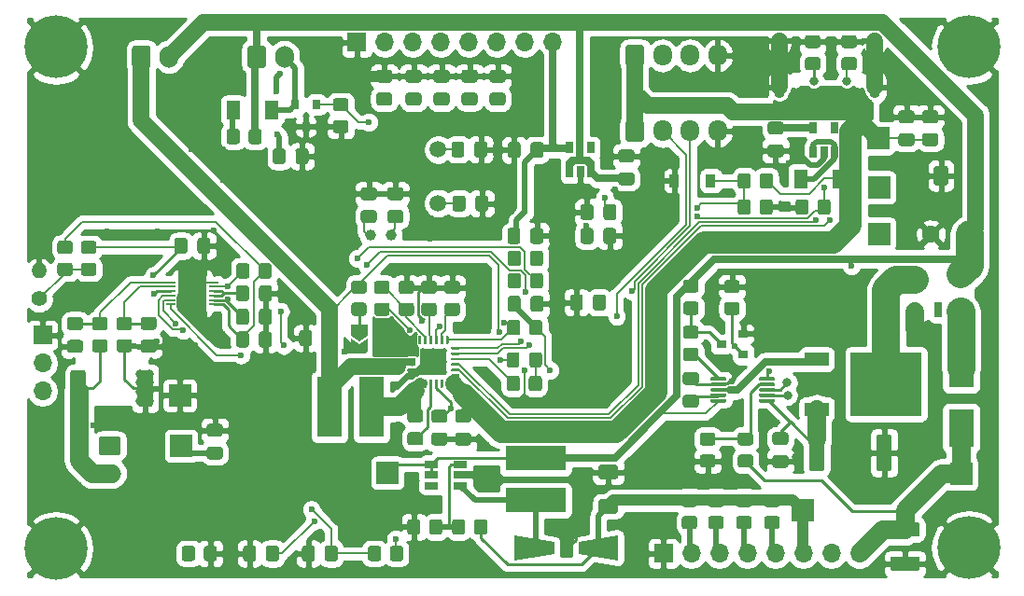
<source format=gbr>
G04 #@! TF.GenerationSoftware,KiCad,Pcbnew,5.1.8*
G04 #@! TF.CreationDate,2020-11-19T15:54:23+08:00*
G04 #@! TF.ProjectId,Main,4d61696e-2e6b-4696-9361-645f70636258,rev?*
G04 #@! TF.SameCoordinates,Original*
G04 #@! TF.FileFunction,Copper,L1,Top*
G04 #@! TF.FilePolarity,Positive*
%FSLAX46Y46*%
G04 Gerber Fmt 4.6, Leading zero omitted, Abs format (unit mm)*
G04 Created by KiCad (PCBNEW 5.1.8) date 2020-11-19 15:54:23*
%MOMM*%
%LPD*%
G01*
G04 APERTURE LIST*
G04 #@! TA.AperFunction,SMDPad,CuDef*
%ADD10R,0.900000X1.200000*%
G04 #@! TD*
G04 #@! TA.AperFunction,SMDPad,CuDef*
%ADD11R,1.300000X1.700000*%
G04 #@! TD*
G04 #@! TA.AperFunction,SMDPad,CuDef*
%ADD12C,0.100000*%
G04 #@! TD*
G04 #@! TA.AperFunction,ComponentPad*
%ADD13O,1.700000X1.700000*%
G04 #@! TD*
G04 #@! TA.AperFunction,ComponentPad*
%ADD14R,1.700000X1.700000*%
G04 #@! TD*
G04 #@! TA.AperFunction,ComponentPad*
%ADD15R,2.000000X2.000000*%
G04 #@! TD*
G04 #@! TA.AperFunction,ComponentPad*
%ADD16O,1.700000X1.950000*%
G04 #@! TD*
G04 #@! TA.AperFunction,ComponentPad*
%ADD17O,1.400000X1.400000*%
G04 #@! TD*
G04 #@! TA.AperFunction,ComponentPad*
%ADD18C,1.400000*%
G04 #@! TD*
G04 #@! TA.AperFunction,SMDPad,CuDef*
%ADD19R,2.250000X5.500000*%
G04 #@! TD*
G04 #@! TA.AperFunction,ComponentPad*
%ADD20C,1.500000*%
G04 #@! TD*
G04 #@! TA.AperFunction,ComponentPad*
%ADD21C,1.000000*%
G04 #@! TD*
G04 #@! TA.AperFunction,ComponentPad*
%ADD22O,1.700000X2.000000*%
G04 #@! TD*
G04 #@! TA.AperFunction,ComponentPad*
%ADD23C,0.500000*%
G04 #@! TD*
G04 #@! TA.AperFunction,SMDPad,CuDef*
%ADD24R,2.450000X2.450000*%
G04 #@! TD*
G04 #@! TA.AperFunction,SMDPad,CuDef*
%ADD25R,0.650000X1.060000*%
G04 #@! TD*
G04 #@! TA.AperFunction,SMDPad,CuDef*
%ADD26R,2.600000X1.950000*%
G04 #@! TD*
G04 #@! TA.AperFunction,SMDPad,CuDef*
%ADD27R,0.400000X0.675000*%
G04 #@! TD*
G04 #@! TA.AperFunction,SMDPad,CuDef*
%ADD28R,0.200000X0.200000*%
G04 #@! TD*
G04 #@! TA.AperFunction,SMDPad,CuDef*
%ADD29O,0.850000X0.200000*%
G04 #@! TD*
G04 #@! TA.AperFunction,ComponentPad*
%ADD30C,0.600000*%
G04 #@! TD*
G04 #@! TA.AperFunction,SMDPad,CuDef*
%ADD31R,1.300000X0.975000*%
G04 #@! TD*
G04 #@! TA.AperFunction,SMDPad,CuDef*
%ADD32R,0.400000X0.575000*%
G04 #@! TD*
G04 #@! TA.AperFunction,SMDPad,CuDef*
%ADD33R,1.600000X0.700000*%
G04 #@! TD*
G04 #@! TA.AperFunction,SMDPad,CuDef*
%ADD34R,0.700000X1.450000*%
G04 #@! TD*
G04 #@! TA.AperFunction,ComponentPad*
%ADD35R,1.600000X1.600000*%
G04 #@! TD*
G04 #@! TA.AperFunction,ComponentPad*
%ADD36C,1.600000*%
G04 #@! TD*
G04 #@! TA.AperFunction,SMDPad,CuDef*
%ADD37R,5.500000X2.250000*%
G04 #@! TD*
G04 #@! TA.AperFunction,SMDPad,CuDef*
%ADD38R,1.220000X0.650000*%
G04 #@! TD*
G04 #@! TA.AperFunction,SMDPad,CuDef*
%ADD39R,2.200000X1.200000*%
G04 #@! TD*
G04 #@! TA.AperFunction,SMDPad,CuDef*
%ADD40R,6.400000X5.800000*%
G04 #@! TD*
G04 #@! TA.AperFunction,SMDPad,CuDef*
%ADD41R,0.900000X0.800000*%
G04 #@! TD*
G04 #@! TA.AperFunction,SMDPad,CuDef*
%ADD42R,0.800000X0.900000*%
G04 #@! TD*
G04 #@! TA.AperFunction,ComponentPad*
%ADD43O,1.000000X2.100000*%
G04 #@! TD*
G04 #@! TA.AperFunction,ComponentPad*
%ADD44O,1.000000X1.600000*%
G04 #@! TD*
G04 #@! TA.AperFunction,ComponentPad*
%ADD45C,5.700000*%
G04 #@! TD*
G04 #@! TA.AperFunction,SMDPad,CuDef*
%ADD46R,2.300000X3.500000*%
G04 #@! TD*
G04 #@! TA.AperFunction,ComponentPad*
%ADD47O,2.000000X1.700000*%
G04 #@! TD*
G04 #@! TA.AperFunction,ViaPad*
%ADD48C,0.600000*%
G04 #@! TD*
G04 #@! TA.AperFunction,ViaPad*
%ADD49C,0.800000*%
G04 #@! TD*
G04 #@! TA.AperFunction,Conductor*
%ADD50C,0.200000*%
G04 #@! TD*
G04 #@! TA.AperFunction,Conductor*
%ADD51C,1.000000*%
G04 #@! TD*
G04 #@! TA.AperFunction,Conductor*
%ADD52C,0.250000*%
G04 #@! TD*
G04 #@! TA.AperFunction,Conductor*
%ADD53C,0.700000*%
G04 #@! TD*
G04 #@! TA.AperFunction,Conductor*
%ADD54C,2.000000*%
G04 #@! TD*
G04 #@! TA.AperFunction,Conductor*
%ADD55C,1.500000*%
G04 #@! TD*
G04 #@! TA.AperFunction,Conductor*
%ADD56C,0.500000*%
G04 #@! TD*
G04 #@! TA.AperFunction,Conductor*
%ADD57C,0.600000*%
G04 #@! TD*
G04 #@! TA.AperFunction,Conductor*
%ADD58C,1.700000*%
G04 #@! TD*
G04 #@! TA.AperFunction,Conductor*
%ADD59C,1.200000*%
G04 #@! TD*
G04 #@! TA.AperFunction,Conductor*
%ADD60C,2.500000*%
G04 #@! TD*
G04 #@! TA.AperFunction,Conductor*
%ADD61C,0.254000*%
G04 #@! TD*
G04 #@! TA.AperFunction,Conductor*
%ADD62C,0.100000*%
G04 #@! TD*
G04 APERTURE END LIST*
D10*
G04 #@! TO.P,D7,2*
G04 #@! TO.N,GND*
X200051400Y-85039200D03*
G04 #@! TO.P,D7,1*
G04 #@! TO.N,VBUS_DETECT*
X203351400Y-85039200D03*
G04 #@! TD*
D11*
G04 #@! TO.P,D6,2*
G04 #@! TO.N,+5V*
X215021100Y-84861400D03*
G04 #@! TO.P,D6,1*
G04 #@! TO.N,Net-(D6-Pad1)*
X211521100Y-84861400D03*
G04 #@! TD*
G04 #@! TO.P,R19,2*
G04 #@! TO.N,+3V0*
G04 #@! TA.AperFunction,SMDPad,CuDef*
G36*
G01*
X186890100Y-98811501D02*
X186890100Y-97911499D01*
G75*
G02*
X187140099Y-97661500I249999J0D01*
G01*
X187840101Y-97661500D01*
G75*
G02*
X188090100Y-97911499I0J-249999D01*
G01*
X188090100Y-98811501D01*
G75*
G02*
X187840101Y-99061500I-249999J0D01*
G01*
X187140099Y-99061500D01*
G75*
G02*
X186890100Y-98811501I0J249999D01*
G01*
G37*
G04 #@! TD.AperFunction*
G04 #@! TO.P,R19,1*
G04 #@! TO.N,BATT_INT*
G04 #@! TA.AperFunction,SMDPad,CuDef*
G36*
G01*
X184890100Y-98811501D02*
X184890100Y-97911499D01*
G75*
G02*
X185140099Y-97661500I249999J0D01*
G01*
X185840101Y-97661500D01*
G75*
G02*
X186090100Y-97911499I0J-249999D01*
G01*
X186090100Y-98811501D01*
G75*
G02*
X185840101Y-99061500I-249999J0D01*
G01*
X185140099Y-99061500D01*
G75*
G02*
X184890100Y-98811501I0J249999D01*
G01*
G37*
G04 #@! TD.AperFunction*
G04 #@! TD*
G04 #@! TO.P,C43,2*
G04 #@! TO.N,GND*
G04 #@! TA.AperFunction,SMDPad,CuDef*
G36*
G01*
X193617000Y-90518000D02*
X193617000Y-89568000D01*
G75*
G02*
X193867000Y-89318000I250000J0D01*
G01*
X194542000Y-89318000D01*
G75*
G02*
X194792000Y-89568000I0J-250000D01*
G01*
X194792000Y-90518000D01*
G75*
G02*
X194542000Y-90768000I-250000J0D01*
G01*
X193867000Y-90768000D01*
G75*
G02*
X193617000Y-90518000I0J250000D01*
G01*
G37*
G04 #@! TD.AperFunction*
G04 #@! TO.P,C43,1*
G04 #@! TO.N,Net-(C43-Pad1)*
G04 #@! TA.AperFunction,SMDPad,CuDef*
G36*
G01*
X191542000Y-90518000D02*
X191542000Y-89568000D01*
G75*
G02*
X191792000Y-89318000I250000J0D01*
G01*
X192467000Y-89318000D01*
G75*
G02*
X192717000Y-89568000I0J-250000D01*
G01*
X192717000Y-90518000D01*
G75*
G02*
X192467000Y-90768000I-250000J0D01*
G01*
X191792000Y-90768000D01*
G75*
G02*
X191542000Y-90518000I0J250000D01*
G01*
G37*
G04 #@! TD.AperFunction*
G04 #@! TD*
G04 #@! TO.P,R49,2*
G04 #@! TO.N,Net-(R12-Pad2)*
G04 #@! TA.AperFunction,SMDPad,CuDef*
G36*
G01*
X146488999Y-92475000D02*
X147389001Y-92475000D01*
G75*
G02*
X147639000Y-92724999I0J-249999D01*
G01*
X147639000Y-93425001D01*
G75*
G02*
X147389001Y-93675000I-249999J0D01*
G01*
X146488999Y-93675000D01*
G75*
G02*
X146239000Y-93425001I0J249999D01*
G01*
X146239000Y-92724999D01*
G75*
G02*
X146488999Y-92475000I249999J0D01*
G01*
G37*
G04 #@! TD.AperFunction*
G04 #@! TO.P,R49,1*
G04 #@! TO.N,Net-(C25-Pad1)*
G04 #@! TA.AperFunction,SMDPad,CuDef*
G36*
G01*
X146488999Y-90475000D02*
X147389001Y-90475000D01*
G75*
G02*
X147639000Y-90724999I0J-249999D01*
G01*
X147639000Y-91425001D01*
G75*
G02*
X147389001Y-91675000I-249999J0D01*
G01*
X146488999Y-91675000D01*
G75*
G02*
X146239000Y-91425001I0J249999D01*
G01*
X146239000Y-90724999D01*
G75*
G02*
X146488999Y-90475000I249999J0D01*
G01*
G37*
G04 #@! TD.AperFunction*
G04 #@! TD*
G04 #@! TO.P,R12,2*
G04 #@! TO.N,Net-(R12-Pad2)*
G04 #@! TA.AperFunction,SMDPad,CuDef*
G36*
G01*
X144329999Y-92475000D02*
X145230001Y-92475000D01*
G75*
G02*
X145480000Y-92724999I0J-249999D01*
G01*
X145480000Y-93425001D01*
G75*
G02*
X145230001Y-93675000I-249999J0D01*
G01*
X144329999Y-93675000D01*
G75*
G02*
X144080000Y-93425001I0J249999D01*
G01*
X144080000Y-92724999D01*
G75*
G02*
X144329999Y-92475000I249999J0D01*
G01*
G37*
G04 #@! TD.AperFunction*
G04 #@! TO.P,R12,1*
G04 #@! TO.N,Net-(C22-Pad1)*
G04 #@! TA.AperFunction,SMDPad,CuDef*
G36*
G01*
X144329999Y-90475000D02*
X145230001Y-90475000D01*
G75*
G02*
X145480000Y-90724999I0J-249999D01*
G01*
X145480000Y-91425001D01*
G75*
G02*
X145230001Y-91675000I-249999J0D01*
G01*
X144329999Y-91675000D01*
G75*
G02*
X144080000Y-91425001I0J249999D01*
G01*
X144080000Y-90724999D01*
G75*
G02*
X144329999Y-90475000I249999J0D01*
G01*
G37*
G04 #@! TD.AperFunction*
G04 #@! TD*
G04 #@! TO.P,R11,2*
G04 #@! TO.N,Net-(C22-Pad1)*
G04 #@! TA.AperFunction,SMDPad,CuDef*
G36*
G01*
X162325000Y-93668001D02*
X162325000Y-92767999D01*
G75*
G02*
X162574999Y-92518000I249999J0D01*
G01*
X163275001Y-92518000D01*
G75*
G02*
X163525000Y-92767999I0J-249999D01*
G01*
X163525000Y-93668001D01*
G75*
G02*
X163275001Y-93918000I-249999J0D01*
G01*
X162574999Y-93918000D01*
G75*
G02*
X162325000Y-93668001I0J249999D01*
G01*
G37*
G04 #@! TD.AperFunction*
G04 #@! TO.P,R11,1*
G04 #@! TO.N,Net-(C18-Pad1)*
G04 #@! TA.AperFunction,SMDPad,CuDef*
G36*
G01*
X160325000Y-93668001D02*
X160325000Y-92767999D01*
G75*
G02*
X160574999Y-92518000I249999J0D01*
G01*
X161275001Y-92518000D01*
G75*
G02*
X161525000Y-92767999I0J-249999D01*
G01*
X161525000Y-93668001D01*
G75*
G02*
X161275001Y-93918000I-249999J0D01*
G01*
X160574999Y-93918000D01*
G75*
G02*
X160325000Y-93668001I0J249999D01*
G01*
G37*
G04 #@! TD.AperFunction*
G04 #@! TD*
G04 #@! TO.P,C25,2*
G04 #@! TO.N,GND*
G04 #@! TA.AperFunction,SMDPad,CuDef*
G36*
G01*
X156787000Y-91407000D02*
X156787000Y-90457000D01*
G75*
G02*
X157037000Y-90207000I250000J0D01*
G01*
X157712000Y-90207000D01*
G75*
G02*
X157962000Y-90457000I0J-250000D01*
G01*
X157962000Y-91407000D01*
G75*
G02*
X157712000Y-91657000I-250000J0D01*
G01*
X157037000Y-91657000D01*
G75*
G02*
X156787000Y-91407000I0J250000D01*
G01*
G37*
G04 #@! TD.AperFunction*
G04 #@! TO.P,C25,1*
G04 #@! TO.N,Net-(C25-Pad1)*
G04 #@! TA.AperFunction,SMDPad,CuDef*
G36*
G01*
X154712000Y-91407000D02*
X154712000Y-90457000D01*
G75*
G02*
X154962000Y-90207000I250000J0D01*
G01*
X155637000Y-90207000D01*
G75*
G02*
X155887000Y-90457000I0J-250000D01*
G01*
X155887000Y-91407000D01*
G75*
G02*
X155637000Y-91657000I-250000J0D01*
G01*
X154962000Y-91657000D01*
G75*
G02*
X154712000Y-91407000I0J250000D01*
G01*
G37*
G04 #@! TD.AperFunction*
G04 #@! TD*
G04 #@! TO.P,C22,2*
G04 #@! TO.N,GND*
G04 #@! TA.AperFunction,SMDPad,CuDef*
G36*
G01*
X162375000Y-99916000D02*
X162375000Y-98966000D01*
G75*
G02*
X162625000Y-98716000I250000J0D01*
G01*
X163300000Y-98716000D01*
G75*
G02*
X163550000Y-98966000I0J-250000D01*
G01*
X163550000Y-99916000D01*
G75*
G02*
X163300000Y-100166000I-250000J0D01*
G01*
X162625000Y-100166000D01*
G75*
G02*
X162375000Y-99916000I0J250000D01*
G01*
G37*
G04 #@! TD.AperFunction*
G04 #@! TO.P,C22,1*
G04 #@! TO.N,Net-(C22-Pad1)*
G04 #@! TA.AperFunction,SMDPad,CuDef*
G36*
G01*
X160300000Y-99916000D02*
X160300000Y-98966000D01*
G75*
G02*
X160550000Y-98716000I250000J0D01*
G01*
X161225000Y-98716000D01*
G75*
G02*
X161475000Y-98966000I0J-250000D01*
G01*
X161475000Y-99916000D01*
G75*
G02*
X161225000Y-100166000I-250000J0D01*
G01*
X160550000Y-100166000D01*
G75*
G02*
X160300000Y-99916000I0J250000D01*
G01*
G37*
G04 #@! TD.AperFunction*
G04 #@! TD*
G04 #@! TA.AperFunction,SMDPad,CuDef*
D12*
G04 #@! TO.P,JP1,1*
G04 #@! TO.N,BATT_GPOUT*
G36*
X171513500Y-99589000D02*
G01*
X170763500Y-99089000D01*
X170763500Y-98089000D01*
X172263500Y-98089000D01*
X172263500Y-99089000D01*
X171513500Y-99589000D01*
G37*
G04 #@! TD.AperFunction*
G04 #@! TA.AperFunction,SMDPad,CuDef*
G04 #@! TO.P,JP1,2*
G04 #@! TO.N,GND*
G36*
X170763500Y-100539000D02*
G01*
X170763500Y-99389000D01*
X171513500Y-99889000D01*
X172263500Y-99389000D01*
X172263500Y-100539000D01*
X170763500Y-100539000D01*
G37*
G04 #@! TD.AperFunction*
G04 #@! TD*
D13*
G04 #@! TO.P,J5,3*
G04 #@! TO.N,BATT_SDA*
X142748000Y-104140000D03*
G04 #@! TO.P,J5,2*
G04 #@! TO.N,BATT_SCL*
X142748000Y-101600000D03*
D14*
G04 #@! TO.P,J5,1*
G04 #@! TO.N,GND*
X142748000Y-99060000D03*
G04 #@! TD*
G04 #@! TO.P,R48,2*
G04 #@! TO.N,VBUS_DETECT*
G04 #@! TA.AperFunction,SMDPad,CuDef*
G36*
G01*
X206991000Y-86964099D02*
X206991000Y-87864101D01*
G75*
G02*
X206741001Y-88114100I-249999J0D01*
G01*
X206040999Y-88114100D01*
G75*
G02*
X205791000Y-87864101I0J249999D01*
G01*
X205791000Y-86964099D01*
G75*
G02*
X206040999Y-86714100I249999J0D01*
G01*
X206741001Y-86714100D01*
G75*
G02*
X206991000Y-86964099I0J-249999D01*
G01*
G37*
G04 #@! TD.AperFunction*
G04 #@! TO.P,R48,1*
G04 #@! TO.N,GND*
G04 #@! TA.AperFunction,SMDPad,CuDef*
G36*
G01*
X208991000Y-86964099D02*
X208991000Y-87864101D01*
G75*
G02*
X208741001Y-88114100I-249999J0D01*
G01*
X208040999Y-88114100D01*
G75*
G02*
X207791000Y-87864101I0J249999D01*
G01*
X207791000Y-86964099D01*
G75*
G02*
X208040999Y-86714100I249999J0D01*
G01*
X208741001Y-86714100D01*
G75*
G02*
X208991000Y-86964099I0J-249999D01*
G01*
G37*
G04 #@! TD.AperFunction*
G04 #@! TD*
G04 #@! TO.P,R46,2*
G04 #@! TO.N,VBUS_DETECT*
G04 #@! TA.AperFunction,SMDPad,CuDef*
G36*
G01*
X207003700Y-84601899D02*
X207003700Y-85501901D01*
G75*
G02*
X206753701Y-85751900I-249999J0D01*
G01*
X206053699Y-85751900D01*
G75*
G02*
X205803700Y-85501901I0J249999D01*
G01*
X205803700Y-84601899D01*
G75*
G02*
X206053699Y-84351900I249999J0D01*
G01*
X206753701Y-84351900D01*
G75*
G02*
X207003700Y-84601899I0J-249999D01*
G01*
G37*
G04 #@! TD.AperFunction*
G04 #@! TO.P,R46,1*
G04 #@! TO.N,+5V*
G04 #@! TA.AperFunction,SMDPad,CuDef*
G36*
G01*
X209003700Y-84601899D02*
X209003700Y-85501901D01*
G75*
G02*
X208753701Y-85751900I-249999J0D01*
G01*
X208053699Y-85751900D01*
G75*
G02*
X207803700Y-85501901I0J249999D01*
G01*
X207803700Y-84601899D01*
G75*
G02*
X208053699Y-84351900I249999J0D01*
G01*
X208753701Y-84351900D01*
G75*
G02*
X209003700Y-84601899I0J-249999D01*
G01*
G37*
G04 #@! TD.AperFunction*
G04 #@! TD*
G04 #@! TO.P,R47,2*
G04 #@! TO.N,GND*
G04 #@! TA.AperFunction,SMDPad,CuDef*
G36*
G01*
X169348999Y-79521000D02*
X170249001Y-79521000D01*
G75*
G02*
X170499000Y-79770999I0J-249999D01*
G01*
X170499000Y-80471001D01*
G75*
G02*
X170249001Y-80721000I-249999J0D01*
G01*
X169348999Y-80721000D01*
G75*
G02*
X169099000Y-80471001I0J249999D01*
G01*
X169099000Y-79770999D01*
G75*
G02*
X169348999Y-79521000I249999J0D01*
G01*
G37*
G04 #@! TD.AperFunction*
G04 #@! TO.P,R47,1*
G04 #@! TO.N,BUZZER*
G04 #@! TA.AperFunction,SMDPad,CuDef*
G36*
G01*
X169348999Y-77521000D02*
X170249001Y-77521000D01*
G75*
G02*
X170499000Y-77770999I0J-249999D01*
G01*
X170499000Y-78471001D01*
G75*
G02*
X170249001Y-78721000I-249999J0D01*
G01*
X169348999Y-78721000D01*
G75*
G02*
X169099000Y-78471001I0J249999D01*
G01*
X169099000Y-77770999D01*
G75*
G02*
X169348999Y-77521000I249999J0D01*
G01*
G37*
G04 #@! TD.AperFunction*
G04 #@! TD*
D15*
G04 #@! TO.P,TP8,1*
G04 #@! TO.N,GND*
X155194000Y-104521000D03*
G04 #@! TD*
D16*
G04 #@! TO.P,J2,4*
G04 #@! TO.N,GND*
X203969000Y-73660000D03*
G04 #@! TO.P,J2,3*
G04 #@! TO.N,AUX_RX*
X201469000Y-73660000D03*
G04 #@! TO.P,J2,2*
G04 #@! TO.N,AUX_TX*
X198969000Y-73660000D03*
G04 #@! TO.P,J2,1*
G04 #@! TO.N,+5V*
G04 #@! TA.AperFunction,ComponentPad*
G36*
G01*
X195619000Y-74385000D02*
X195619000Y-72935000D01*
G75*
G02*
X195869000Y-72685000I250000J0D01*
G01*
X197069000Y-72685000D01*
G75*
G02*
X197319000Y-72935000I0J-250000D01*
G01*
X197319000Y-74385000D01*
G75*
G02*
X197069000Y-74635000I-250000J0D01*
G01*
X195869000Y-74635000D01*
G75*
G02*
X195619000Y-74385000I0J250000D01*
G01*
G37*
G04 #@! TD.AperFunction*
G04 #@! TD*
G04 #@! TO.P,J1,4*
G04 #@! TO.N,GND*
X203969000Y-80518000D03*
G04 #@! TO.P,J1,3*
G04 #@! TO.N,SWDIO*
X201469000Y-80518000D03*
G04 #@! TO.P,J1,2*
G04 #@! TO.N,SWDCLK*
X198969000Y-80518000D03*
G04 #@! TO.P,J1,1*
G04 #@! TO.N,+5V*
G04 #@! TA.AperFunction,ComponentPad*
G36*
G01*
X195619000Y-81243000D02*
X195619000Y-79793000D01*
G75*
G02*
X195869000Y-79543000I250000J0D01*
G01*
X197069000Y-79543000D01*
G75*
G02*
X197319000Y-79793000I0J-250000D01*
G01*
X197319000Y-81243000D01*
G75*
G02*
X197069000Y-81493000I-250000J0D01*
G01*
X195869000Y-81493000D01*
G75*
G02*
X195619000Y-81243000I0J250000D01*
G01*
G37*
G04 #@! TD.AperFunction*
G04 #@! TD*
G04 #@! TO.P,R43,2*
G04 #@! TO.N,/Level Shifter/OUT4*
G04 #@! TA.AperFunction,SMDPad,CuDef*
G36*
G01*
X200971999Y-115462000D02*
X201872001Y-115462000D01*
G75*
G02*
X202122000Y-115711999I0J-249999D01*
G01*
X202122000Y-116412001D01*
G75*
G02*
X201872001Y-116662000I-249999J0D01*
G01*
X200971999Y-116662000D01*
G75*
G02*
X200722000Y-116412001I0J249999D01*
G01*
X200722000Y-115711999D01*
G75*
G02*
X200971999Y-115462000I249999J0D01*
G01*
G37*
G04 #@! TD.AperFunction*
G04 #@! TO.P,R43,1*
G04 #@! TO.N,+12V*
G04 #@! TA.AperFunction,SMDPad,CuDef*
G36*
G01*
X200971999Y-113462000D02*
X201872001Y-113462000D01*
G75*
G02*
X202122000Y-113711999I0J-249999D01*
G01*
X202122000Y-114412001D01*
G75*
G02*
X201872001Y-114662000I-249999J0D01*
G01*
X200971999Y-114662000D01*
G75*
G02*
X200722000Y-114412001I0J249999D01*
G01*
X200722000Y-113711999D01*
G75*
G02*
X200971999Y-113462000I249999J0D01*
G01*
G37*
G04 #@! TD.AperFunction*
G04 #@! TD*
G04 #@! TO.P,R42,2*
G04 #@! TO.N,/Level Shifter/OUT3*
G04 #@! TA.AperFunction,SMDPad,CuDef*
G36*
G01*
X203384999Y-115462000D02*
X204285001Y-115462000D01*
G75*
G02*
X204535000Y-115711999I0J-249999D01*
G01*
X204535000Y-116412001D01*
G75*
G02*
X204285001Y-116662000I-249999J0D01*
G01*
X203384999Y-116662000D01*
G75*
G02*
X203135000Y-116412001I0J249999D01*
G01*
X203135000Y-115711999D01*
G75*
G02*
X203384999Y-115462000I249999J0D01*
G01*
G37*
G04 #@! TD.AperFunction*
G04 #@! TO.P,R42,1*
G04 #@! TO.N,+12V*
G04 #@! TA.AperFunction,SMDPad,CuDef*
G36*
G01*
X203384999Y-113462000D02*
X204285001Y-113462000D01*
G75*
G02*
X204535000Y-113711999I0J-249999D01*
G01*
X204535000Y-114412001D01*
G75*
G02*
X204285001Y-114662000I-249999J0D01*
G01*
X203384999Y-114662000D01*
G75*
G02*
X203135000Y-114412001I0J249999D01*
G01*
X203135000Y-113711999D01*
G75*
G02*
X203384999Y-113462000I249999J0D01*
G01*
G37*
G04 #@! TD.AperFunction*
G04 #@! TD*
G04 #@! TO.P,R41,2*
G04 #@! TO.N,/Level Shifter/OUT2*
G04 #@! TA.AperFunction,SMDPad,CuDef*
G36*
G01*
X205924999Y-115462000D02*
X206825001Y-115462000D01*
G75*
G02*
X207075000Y-115711999I0J-249999D01*
G01*
X207075000Y-116412001D01*
G75*
G02*
X206825001Y-116662000I-249999J0D01*
G01*
X205924999Y-116662000D01*
G75*
G02*
X205675000Y-116412001I0J249999D01*
G01*
X205675000Y-115711999D01*
G75*
G02*
X205924999Y-115462000I249999J0D01*
G01*
G37*
G04 #@! TD.AperFunction*
G04 #@! TO.P,R41,1*
G04 #@! TO.N,+12V*
G04 #@! TA.AperFunction,SMDPad,CuDef*
G36*
G01*
X205924999Y-113462000D02*
X206825001Y-113462000D01*
G75*
G02*
X207075000Y-113711999I0J-249999D01*
G01*
X207075000Y-114412001D01*
G75*
G02*
X206825001Y-114662000I-249999J0D01*
G01*
X205924999Y-114662000D01*
G75*
G02*
X205675000Y-114412001I0J249999D01*
G01*
X205675000Y-113711999D01*
G75*
G02*
X205924999Y-113462000I249999J0D01*
G01*
G37*
G04 #@! TD.AperFunction*
G04 #@! TD*
G04 #@! TO.P,R40,2*
G04 #@! TO.N,/Level Shifter/OUT1*
G04 #@! TA.AperFunction,SMDPad,CuDef*
G36*
G01*
X208464999Y-115462000D02*
X209365001Y-115462000D01*
G75*
G02*
X209615000Y-115711999I0J-249999D01*
G01*
X209615000Y-116412001D01*
G75*
G02*
X209365001Y-116662000I-249999J0D01*
G01*
X208464999Y-116662000D01*
G75*
G02*
X208215000Y-116412001I0J249999D01*
G01*
X208215000Y-115711999D01*
G75*
G02*
X208464999Y-115462000I249999J0D01*
G01*
G37*
G04 #@! TD.AperFunction*
G04 #@! TO.P,R40,1*
G04 #@! TO.N,+12V*
G04 #@! TA.AperFunction,SMDPad,CuDef*
G36*
G01*
X208464999Y-113462000D02*
X209365001Y-113462000D01*
G75*
G02*
X209615000Y-113711999I0J-249999D01*
G01*
X209615000Y-114412001D01*
G75*
G02*
X209365001Y-114662000I-249999J0D01*
G01*
X208464999Y-114662000D01*
G75*
G02*
X208215000Y-114412001I0J249999D01*
G01*
X208215000Y-113711999D01*
G75*
G02*
X208464999Y-113462000I249999J0D01*
G01*
G37*
G04 #@! TD.AperFunction*
G04 #@! TD*
G04 #@! TO.P,R35,2*
G04 #@! TO.N,Net-(R34-Pad1)*
G04 #@! TA.AperFunction,SMDPad,CuDef*
G36*
G01*
X206952001Y-109074000D02*
X206051999Y-109074000D01*
G75*
G02*
X205802000Y-108824001I0J249999D01*
G01*
X205802000Y-108123999D01*
G75*
G02*
X206051999Y-107874000I249999J0D01*
G01*
X206952001Y-107874000D01*
G75*
G02*
X207202000Y-108123999I0J-249999D01*
G01*
X207202000Y-108824001D01*
G75*
G02*
X206952001Y-109074000I-249999J0D01*
G01*
G37*
G04 #@! TD.AperFunction*
G04 #@! TO.P,R35,1*
G04 #@! TO.N,+HV*
G04 #@! TA.AperFunction,SMDPad,CuDef*
G36*
G01*
X206952001Y-111074000D02*
X206051999Y-111074000D01*
G75*
G02*
X205802000Y-110824001I0J249999D01*
G01*
X205802000Y-110123999D01*
G75*
G02*
X206051999Y-109874000I249999J0D01*
G01*
X206952001Y-109874000D01*
G75*
G02*
X207202000Y-110123999I0J-249999D01*
G01*
X207202000Y-110824001D01*
G75*
G02*
X206952001Y-111074000I-249999J0D01*
G01*
G37*
G04 #@! TD.AperFunction*
G04 #@! TD*
G04 #@! TO.P,R34,2*
G04 #@! TO.N,GND*
G04 #@! TA.AperFunction,SMDPad,CuDef*
G36*
G01*
X202622999Y-109874000D02*
X203523001Y-109874000D01*
G75*
G02*
X203773000Y-110123999I0J-249999D01*
G01*
X203773000Y-110824001D01*
G75*
G02*
X203523001Y-111074000I-249999J0D01*
G01*
X202622999Y-111074000D01*
G75*
G02*
X202373000Y-110824001I0J249999D01*
G01*
X202373000Y-110123999D01*
G75*
G02*
X202622999Y-109874000I249999J0D01*
G01*
G37*
G04 #@! TD.AperFunction*
G04 #@! TO.P,R34,1*
G04 #@! TO.N,Net-(R34-Pad1)*
G04 #@! TA.AperFunction,SMDPad,CuDef*
G36*
G01*
X202622999Y-107874000D02*
X203523001Y-107874000D01*
G75*
G02*
X203773000Y-108123999I0J-249999D01*
G01*
X203773000Y-108824001D01*
G75*
G02*
X203523001Y-109074000I-249999J0D01*
G01*
X202622999Y-109074000D01*
G75*
G02*
X202373000Y-108824001I0J249999D01*
G01*
X202373000Y-108123999D01*
G75*
G02*
X202622999Y-107874000I249999J0D01*
G01*
G37*
G04 #@! TD.AperFunction*
G04 #@! TD*
G04 #@! TO.P,R33,2*
G04 #@! TO.N,GND*
G04 #@! TA.AperFunction,SMDPad,CuDef*
G36*
G01*
X218377000Y-111153001D02*
X218377000Y-108302999D01*
G75*
G02*
X218626999Y-108053000I249999J0D01*
G01*
X219527001Y-108053000D01*
G75*
G02*
X219777000Y-108302999I0J-249999D01*
G01*
X219777000Y-111153001D01*
G75*
G02*
X219527001Y-111403000I-249999J0D01*
G01*
X218626999Y-111403000D01*
G75*
G02*
X218377000Y-111153001I0J249999D01*
G01*
G37*
G04 #@! TD.AperFunction*
G04 #@! TO.P,R33,1*
G04 #@! TO.N,Net-(C37-Pad1)*
G04 #@! TA.AperFunction,SMDPad,CuDef*
G36*
G01*
X212277000Y-111153001D02*
X212277000Y-108302999D01*
G75*
G02*
X212526999Y-108053000I249999J0D01*
G01*
X213427001Y-108053000D01*
G75*
G02*
X213677000Y-108302999I0J-249999D01*
G01*
X213677000Y-111153001D01*
G75*
G02*
X213427001Y-111403000I-249999J0D01*
G01*
X212526999Y-111403000D01*
G75*
G02*
X212277000Y-111153001I0J249999D01*
G01*
G37*
G04 #@! TD.AperFunction*
G04 #@! TD*
G04 #@! TO.P,R32,2*
G04 #@! TO.N,GND*
G04 #@! TA.AperFunction,SMDPad,CuDef*
G36*
G01*
X177019000Y-116008999D02*
X177019000Y-116909001D01*
G75*
G02*
X176769001Y-117159000I-249999J0D01*
G01*
X176068999Y-117159000D01*
G75*
G02*
X175819000Y-116909001I0J249999D01*
G01*
X175819000Y-116008999D01*
G75*
G02*
X176068999Y-115759000I249999J0D01*
G01*
X176769001Y-115759000D01*
G75*
G02*
X177019000Y-116008999I0J-249999D01*
G01*
G37*
G04 #@! TD.AperFunction*
G04 #@! TO.P,R32,1*
G04 #@! TO.N,Net-(R31-Pad2)*
G04 #@! TA.AperFunction,SMDPad,CuDef*
G36*
G01*
X179019000Y-116008999D02*
X179019000Y-116909001D01*
G75*
G02*
X178769001Y-117159000I-249999J0D01*
G01*
X178068999Y-117159000D01*
G75*
G02*
X177819000Y-116909001I0J249999D01*
G01*
X177819000Y-116008999D01*
G75*
G02*
X178068999Y-115759000I249999J0D01*
G01*
X178769001Y-115759000D01*
G75*
G02*
X179019000Y-116008999I0J-249999D01*
G01*
G37*
G04 #@! TD.AperFunction*
G04 #@! TD*
G04 #@! TO.P,R31,2*
G04 #@! TO.N,Net-(R31-Pad2)*
G04 #@! TA.AperFunction,SMDPad,CuDef*
G36*
G01*
X181092000Y-116008999D02*
X181092000Y-116909001D01*
G75*
G02*
X180842001Y-117159000I-249999J0D01*
G01*
X180141999Y-117159000D01*
G75*
G02*
X179892000Y-116909001I0J249999D01*
G01*
X179892000Y-116008999D01*
G75*
G02*
X180141999Y-115759000I249999J0D01*
G01*
X180842001Y-115759000D01*
G75*
G02*
X181092000Y-116008999I0J-249999D01*
G01*
G37*
G04 #@! TD.AperFunction*
G04 #@! TO.P,R31,1*
G04 #@! TO.N,+12V*
G04 #@! TA.AperFunction,SMDPad,CuDef*
G36*
G01*
X183092000Y-116008999D02*
X183092000Y-116909001D01*
G75*
G02*
X182842001Y-117159000I-249999J0D01*
G01*
X182141999Y-117159000D01*
G75*
G02*
X181892000Y-116909001I0J249999D01*
G01*
X181892000Y-116008999D01*
G75*
G02*
X182141999Y-115759000I249999J0D01*
G01*
X182842001Y-115759000D01*
G75*
G02*
X183092000Y-116008999I0J-249999D01*
G01*
G37*
G04 #@! TD.AperFunction*
G04 #@! TD*
G04 #@! TO.P,R30,2*
G04 #@! TO.N,VCC*
G04 #@! TA.AperFunction,SMDPad,CuDef*
G36*
G01*
X201999001Y-95205600D02*
X201098999Y-95205600D01*
G75*
G02*
X200849000Y-94955601I0J249999D01*
G01*
X200849000Y-94255599D01*
G75*
G02*
X201098999Y-94005600I249999J0D01*
G01*
X201999001Y-94005600D01*
G75*
G02*
X202249000Y-94255599I0J-249999D01*
G01*
X202249000Y-94955601D01*
G75*
G02*
X201999001Y-95205600I-249999J0D01*
G01*
G37*
G04 #@! TD.AperFunction*
G04 #@! TO.P,R30,1*
G04 #@! TO.N,Net-(Q2-Pad3)*
G04 #@! TA.AperFunction,SMDPad,CuDef*
G36*
G01*
X201999001Y-97205600D02*
X201098999Y-97205600D01*
G75*
G02*
X200849000Y-96955601I0J249999D01*
G01*
X200849000Y-96255599D01*
G75*
G02*
X201098999Y-96005600I249999J0D01*
G01*
X201999001Y-96005600D01*
G75*
G02*
X202249000Y-96255599I0J-249999D01*
G01*
X202249000Y-96955601D01*
G75*
G02*
X201999001Y-97205600I-249999J0D01*
G01*
G37*
G04 #@! TD.AperFunction*
G04 #@! TD*
G04 #@! TO.P,R29,2*
G04 #@! TO.N,Net-(Q2-Pad3)*
G04 #@! TA.AperFunction,SMDPad,CuDef*
G36*
G01*
X201999001Y-99396600D02*
X201098999Y-99396600D01*
G75*
G02*
X200849000Y-99146601I0J249999D01*
G01*
X200849000Y-98446599D01*
G75*
G02*
X201098999Y-98196600I249999J0D01*
G01*
X201999001Y-98196600D01*
G75*
G02*
X202249000Y-98446599I0J-249999D01*
G01*
X202249000Y-99146601D01*
G75*
G02*
X201999001Y-99396600I-249999J0D01*
G01*
G37*
G04 #@! TD.AperFunction*
G04 #@! TO.P,R29,1*
G04 #@! TO.N,Net-(R29-Pad1)*
G04 #@! TA.AperFunction,SMDPad,CuDef*
G36*
G01*
X201999001Y-101396600D02*
X201098999Y-101396600D01*
G75*
G02*
X200849000Y-101146601I0J249999D01*
G01*
X200849000Y-100446599D01*
G75*
G02*
X201098999Y-100196600I249999J0D01*
G01*
X201999001Y-100196600D01*
G75*
G02*
X202249000Y-100446599I0J-249999D01*
G01*
X202249000Y-101146601D01*
G75*
G02*
X201999001Y-101396600I-249999J0D01*
G01*
G37*
G04 #@! TD.AperFunction*
G04 #@! TD*
G04 #@! TO.P,R27,2*
G04 #@! TO.N,GND*
G04 #@! TA.AperFunction,SMDPad,CuDef*
G36*
G01*
X205732801Y-95231000D02*
X204832799Y-95231000D01*
G75*
G02*
X204582800Y-94981001I0J249999D01*
G01*
X204582800Y-94280999D01*
G75*
G02*
X204832799Y-94031000I249999J0D01*
G01*
X205732801Y-94031000D01*
G75*
G02*
X205982800Y-94280999I0J-249999D01*
G01*
X205982800Y-94981001D01*
G75*
G02*
X205732801Y-95231000I-249999J0D01*
G01*
G37*
G04 #@! TD.AperFunction*
G04 #@! TO.P,R27,1*
G04 #@! TO.N,HV_ENABLE*
G04 #@! TA.AperFunction,SMDPad,CuDef*
G36*
G01*
X205732801Y-97231000D02*
X204832799Y-97231000D01*
G75*
G02*
X204582800Y-96981001I0J249999D01*
G01*
X204582800Y-96280999D01*
G75*
G02*
X204832799Y-96031000I249999J0D01*
G01*
X205732801Y-96031000D01*
G75*
G02*
X205982800Y-96280999I0J-249999D01*
G01*
X205982800Y-96981001D01*
G75*
G02*
X205732801Y-97231000I-249999J0D01*
G01*
G37*
G04 #@! TD.AperFunction*
G04 #@! TD*
G04 #@! TO.P,R18,1*
G04 #@! TO.N,VSYS*
G04 #@! TA.AperFunction,SMDPad,CuDef*
G36*
G01*
X170999999Y-94094500D02*
X171900001Y-94094500D01*
G75*
G02*
X172150000Y-94344499I0J-249999D01*
G01*
X172150000Y-95044501D01*
G75*
G02*
X171900001Y-95294500I-249999J0D01*
G01*
X170999999Y-95294500D01*
G75*
G02*
X170750000Y-95044501I0J249999D01*
G01*
X170750000Y-94344499D01*
G75*
G02*
X170999999Y-94094500I249999J0D01*
G01*
G37*
G04 #@! TD.AperFunction*
G04 #@! TO.P,R18,2*
G04 #@! TO.N,BATT_GPOUT*
G04 #@! TA.AperFunction,SMDPad,CuDef*
G36*
G01*
X170999999Y-96094500D02*
X171900001Y-96094500D01*
G75*
G02*
X172150000Y-96344499I0J-249999D01*
G01*
X172150000Y-97044501D01*
G75*
G02*
X171900001Y-97294500I-249999J0D01*
G01*
X170999999Y-97294500D01*
G75*
G02*
X170750000Y-97044501I0J249999D01*
G01*
X170750000Y-96344499D01*
G75*
G02*
X170999999Y-96094500I249999J0D01*
G01*
G37*
G04 #@! TD.AperFunction*
G04 #@! TD*
G04 #@! TO.P,R16,2*
G04 #@! TO.N,GND*
G04 #@! TA.AperFunction,SMDPad,CuDef*
G36*
G01*
X151371800Y-105311001D02*
X151371800Y-102460999D01*
G75*
G02*
X151621799Y-102211000I249999J0D01*
G01*
X152521801Y-102211000D01*
G75*
G02*
X152771800Y-102460999I0J-249999D01*
G01*
X152771800Y-105311001D01*
G75*
G02*
X152521801Y-105561000I-249999J0D01*
G01*
X151621799Y-105561000D01*
G75*
G02*
X151371800Y-105311001I0J249999D01*
G01*
G37*
G04 #@! TD.AperFunction*
G04 #@! TO.P,R16,1*
G04 #@! TO.N,Net-(BT1-Pad2)*
G04 #@! TA.AperFunction,SMDPad,CuDef*
G36*
G01*
X145271800Y-105311001D02*
X145271800Y-102460999D01*
G75*
G02*
X145521799Y-102211000I249999J0D01*
G01*
X146421801Y-102211000D01*
G75*
G02*
X146671800Y-102460999I0J-249999D01*
G01*
X146671800Y-105311001D01*
G75*
G02*
X146421801Y-105561000I-249999J0D01*
G01*
X145521799Y-105561000D01*
G75*
G02*
X145271800Y-105311001I0J249999D01*
G01*
G37*
G04 #@! TD.AperFunction*
G04 #@! TD*
G04 #@! TO.P,R15,2*
G04 #@! TO.N,GND*
G04 #@! TA.AperFunction,SMDPad,CuDef*
G36*
G01*
X213048001Y-73006000D02*
X212147999Y-73006000D01*
G75*
G02*
X211898000Y-72756001I0J249999D01*
G01*
X211898000Y-72055999D01*
G75*
G02*
X212147999Y-71806000I249999J0D01*
G01*
X213048001Y-71806000D01*
G75*
G02*
X213298000Y-72055999I0J-249999D01*
G01*
X213298000Y-72756001D01*
G75*
G02*
X213048001Y-73006000I-249999J0D01*
G01*
G37*
G04 #@! TD.AperFunction*
G04 #@! TO.P,R15,1*
G04 #@! TO.N,Net-(P1-PadA5)*
G04 #@! TA.AperFunction,SMDPad,CuDef*
G36*
G01*
X213048001Y-75006000D02*
X212147999Y-75006000D01*
G75*
G02*
X211898000Y-74756001I0J249999D01*
G01*
X211898000Y-74055999D01*
G75*
G02*
X212147999Y-73806000I249999J0D01*
G01*
X213048001Y-73806000D01*
G75*
G02*
X213298000Y-74055999I0J-249999D01*
G01*
X213298000Y-74756001D01*
G75*
G02*
X213048001Y-75006000I-249999J0D01*
G01*
G37*
G04 #@! TD.AperFunction*
G04 #@! TD*
G04 #@! TO.P,R14,2*
G04 #@! TO.N,GND*
G04 #@! TA.AperFunction,SMDPad,CuDef*
G36*
G01*
X216350001Y-73006000D02*
X215449999Y-73006000D01*
G75*
G02*
X215200000Y-72756001I0J249999D01*
G01*
X215200000Y-72055999D01*
G75*
G02*
X215449999Y-71806000I249999J0D01*
G01*
X216350001Y-71806000D01*
G75*
G02*
X216600000Y-72055999I0J-249999D01*
G01*
X216600000Y-72756001D01*
G75*
G02*
X216350001Y-73006000I-249999J0D01*
G01*
G37*
G04 #@! TD.AperFunction*
G04 #@! TO.P,R14,1*
G04 #@! TO.N,Net-(P1-PadB5)*
G04 #@! TA.AperFunction,SMDPad,CuDef*
G36*
G01*
X216350001Y-75006000D02*
X215449999Y-75006000D01*
G75*
G02*
X215200000Y-74756001I0J249999D01*
G01*
X215200000Y-74055999D01*
G75*
G02*
X215449999Y-73806000I249999J0D01*
G01*
X216350001Y-73806000D01*
G75*
G02*
X216600000Y-74055999I0J-249999D01*
G01*
X216600000Y-74756001D01*
G75*
G02*
X216350001Y-75006000I-249999J0D01*
G01*
G37*
G04 #@! TD.AperFunction*
G04 #@! TD*
G04 #@! TO.P,R13,2*
G04 #@! TO.N,BATT_SDA*
G04 #@! TA.AperFunction,SMDPad,CuDef*
G36*
G01*
X186950300Y-92525001D02*
X186950300Y-91624999D01*
G75*
G02*
X187200299Y-91375000I249999J0D01*
G01*
X187900301Y-91375000D01*
G75*
G02*
X188150300Y-91624999I0J-249999D01*
G01*
X188150300Y-92525001D01*
G75*
G02*
X187900301Y-92775000I-249999J0D01*
G01*
X187200299Y-92775000D01*
G75*
G02*
X186950300Y-92525001I0J249999D01*
G01*
G37*
G04 #@! TD.AperFunction*
G04 #@! TO.P,R13,1*
G04 #@! TO.N,+3V0*
G04 #@! TA.AperFunction,SMDPad,CuDef*
G36*
G01*
X184950300Y-92525001D02*
X184950300Y-91624999D01*
G75*
G02*
X185200299Y-91375000I249999J0D01*
G01*
X185900301Y-91375000D01*
G75*
G02*
X186150300Y-91624999I0J-249999D01*
G01*
X186150300Y-92525001D01*
G75*
G02*
X185900301Y-92775000I-249999J0D01*
G01*
X185200299Y-92775000D01*
G75*
G02*
X184950300Y-92525001I0J249999D01*
G01*
G37*
G04 #@! TD.AperFunction*
G04 #@! TD*
G04 #@! TO.P,R10,2*
G04 #@! TO.N,BATT_SCL*
G04 #@! TA.AperFunction,SMDPad,CuDef*
G36*
G01*
X186950300Y-94557001D02*
X186950300Y-93656999D01*
G75*
G02*
X187200299Y-93407000I249999J0D01*
G01*
X187900301Y-93407000D01*
G75*
G02*
X188150300Y-93656999I0J-249999D01*
G01*
X188150300Y-94557001D01*
G75*
G02*
X187900301Y-94807000I-249999J0D01*
G01*
X187200299Y-94807000D01*
G75*
G02*
X186950300Y-94557001I0J249999D01*
G01*
G37*
G04 #@! TD.AperFunction*
G04 #@! TO.P,R10,1*
G04 #@! TO.N,+3V0*
G04 #@! TA.AperFunction,SMDPad,CuDef*
G36*
G01*
X184950300Y-94557001D02*
X184950300Y-93656999D01*
G75*
G02*
X185200299Y-93407000I249999J0D01*
G01*
X185900301Y-93407000D01*
G75*
G02*
X186150300Y-93656999I0J-249999D01*
G01*
X186150300Y-94557001D01*
G75*
G02*
X185900301Y-94807000I-249999J0D01*
G01*
X185200299Y-94807000D01*
G75*
G02*
X184950300Y-94557001I0J249999D01*
G01*
G37*
G04 #@! TD.AperFunction*
G04 #@! TD*
G04 #@! TO.P,R3,2*
G04 #@! TO.N,GND*
G04 #@! TA.AperFunction,SMDPad,CuDef*
G36*
G01*
X157372000Y-119322001D02*
X157372000Y-118421999D01*
G75*
G02*
X157621999Y-118172000I249999J0D01*
G01*
X158322001Y-118172000D01*
G75*
G02*
X158572000Y-118421999I0J-249999D01*
G01*
X158572000Y-119322001D01*
G75*
G02*
X158322001Y-119572000I-249999J0D01*
G01*
X157621999Y-119572000D01*
G75*
G02*
X157372000Y-119322001I0J249999D01*
G01*
G37*
G04 #@! TD.AperFunction*
G04 #@! TO.P,R3,1*
G04 #@! TO.N,Boot*
G04 #@! TA.AperFunction,SMDPad,CuDef*
G36*
G01*
X155372000Y-119322001D02*
X155372000Y-118421999D01*
G75*
G02*
X155621999Y-118172000I249999J0D01*
G01*
X156322001Y-118172000D01*
G75*
G02*
X156572000Y-118421999I0J-249999D01*
G01*
X156572000Y-119322001D01*
G75*
G02*
X156322001Y-119572000I-249999J0D01*
G01*
X155621999Y-119572000D01*
G75*
G02*
X155372000Y-119322001I0J249999D01*
G01*
G37*
G04 #@! TD.AperFunction*
G04 #@! TD*
G04 #@! TO.P,R2,2*
G04 #@! TO.N,NRST*
G04 #@! TA.AperFunction,SMDPad,CuDef*
G36*
G01*
X173463000Y-118421999D02*
X173463000Y-119322001D01*
G75*
G02*
X173213001Y-119572000I-249999J0D01*
G01*
X172512999Y-119572000D01*
G75*
G02*
X172263000Y-119322001I0J249999D01*
G01*
X172263000Y-118421999D01*
G75*
G02*
X172512999Y-118172000I249999J0D01*
G01*
X173213001Y-118172000D01*
G75*
G02*
X173463000Y-118421999I0J-249999D01*
G01*
G37*
G04 #@! TD.AperFunction*
G04 #@! TO.P,R2,1*
G04 #@! TO.N,+3V0*
G04 #@! TA.AperFunction,SMDPad,CuDef*
G36*
G01*
X175463000Y-118421999D02*
X175463000Y-119322001D01*
G75*
G02*
X175213001Y-119572000I-249999J0D01*
G01*
X174512999Y-119572000D01*
G75*
G02*
X174263000Y-119322001I0J249999D01*
G01*
X174263000Y-118421999D01*
G75*
G02*
X174512999Y-118172000I249999J0D01*
G01*
X175213001Y-118172000D01*
G75*
G02*
X175463000Y-118421999I0J-249999D01*
G01*
G37*
G04 #@! TD.AperFunction*
G04 #@! TD*
G04 #@! TO.P,R1,2*
G04 #@! TO.N,Net-(D1-Pad1)*
G04 #@! TA.AperFunction,SMDPad,CuDef*
G36*
G01*
X160636000Y-80575999D02*
X160636000Y-81476001D01*
G75*
G02*
X160386001Y-81726000I-249999J0D01*
G01*
X159685999Y-81726000D01*
G75*
G02*
X159436000Y-81476001I0J249999D01*
G01*
X159436000Y-80575999D01*
G75*
G02*
X159685999Y-80326000I249999J0D01*
G01*
X160386001Y-80326000D01*
G75*
G02*
X160636000Y-80575999I0J-249999D01*
G01*
G37*
G04 #@! TD.AperFunction*
G04 #@! TO.P,R1,1*
G04 #@! TO.N,VCC*
G04 #@! TA.AperFunction,SMDPad,CuDef*
G36*
G01*
X162636000Y-80575999D02*
X162636000Y-81476001D01*
G75*
G02*
X162386001Y-81726000I-249999J0D01*
G01*
X161685999Y-81726000D01*
G75*
G02*
X161436000Y-81476001I0J249999D01*
G01*
X161436000Y-80575999D01*
G75*
G02*
X161685999Y-80326000I249999J0D01*
G01*
X162386001Y-80326000D01*
G75*
G02*
X162636000Y-80575999I0J-249999D01*
G01*
G37*
G04 #@! TD.AperFunction*
G04 #@! TD*
G04 #@! TO.P,C41,2*
G04 #@! TO.N,GND*
G04 #@! TA.AperFunction,SMDPad,CuDef*
G36*
G01*
X145219400Y-99484600D02*
X146169400Y-99484600D01*
G75*
G02*
X146419400Y-99734600I0J-250000D01*
G01*
X146419400Y-100409600D01*
G75*
G02*
X146169400Y-100659600I-250000J0D01*
G01*
X145219400Y-100659600D01*
G75*
G02*
X144969400Y-100409600I0J250000D01*
G01*
X144969400Y-99734600D01*
G75*
G02*
X145219400Y-99484600I250000J0D01*
G01*
G37*
G04 #@! TD.AperFunction*
G04 #@! TO.P,C41,1*
G04 #@! TO.N,Net-(C41-Pad1)*
G04 #@! TA.AperFunction,SMDPad,CuDef*
G36*
G01*
X145219400Y-97409600D02*
X146169400Y-97409600D01*
G75*
G02*
X146419400Y-97659600I0J-250000D01*
G01*
X146419400Y-98334600D01*
G75*
G02*
X146169400Y-98584600I-250000J0D01*
G01*
X145219400Y-98584600D01*
G75*
G02*
X144969400Y-98334600I0J250000D01*
G01*
X144969400Y-97659600D01*
G75*
G02*
X145219400Y-97409600I250000J0D01*
G01*
G37*
G04 #@! TD.AperFunction*
G04 #@! TD*
G04 #@! TO.P,C40,2*
G04 #@! TO.N,GND*
G04 #@! TA.AperFunction,SMDPad,CuDef*
G36*
G01*
X151899600Y-99459200D02*
X152849600Y-99459200D01*
G75*
G02*
X153099600Y-99709200I0J-250000D01*
G01*
X153099600Y-100384200D01*
G75*
G02*
X152849600Y-100634200I-250000J0D01*
G01*
X151899600Y-100634200D01*
G75*
G02*
X151649600Y-100384200I0J250000D01*
G01*
X151649600Y-99709200D01*
G75*
G02*
X151899600Y-99459200I250000J0D01*
G01*
G37*
G04 #@! TD.AperFunction*
G04 #@! TO.P,C40,1*
G04 #@! TO.N,Net-(C40-Pad1)*
G04 #@! TA.AperFunction,SMDPad,CuDef*
G36*
G01*
X151899600Y-97384200D02*
X152849600Y-97384200D01*
G75*
G02*
X153099600Y-97634200I0J-250000D01*
G01*
X153099600Y-98309200D01*
G75*
G02*
X152849600Y-98559200I-250000J0D01*
G01*
X151899600Y-98559200D01*
G75*
G02*
X151649600Y-98309200I0J250000D01*
G01*
X151649600Y-97634200D01*
G75*
G02*
X151899600Y-97384200I250000J0D01*
G01*
G37*
G04 #@! TD.AperFunction*
G04 #@! TD*
G04 #@! TO.P,C39,2*
G04 #@! TO.N,GND*
G04 #@! TA.AperFunction,SMDPad,CuDef*
G36*
G01*
X186113000Y-81757500D02*
X186113000Y-82707500D01*
G75*
G02*
X185863000Y-82957500I-250000J0D01*
G01*
X185188000Y-82957500D01*
G75*
G02*
X184938000Y-82707500I0J250000D01*
G01*
X184938000Y-81757500D01*
G75*
G02*
X185188000Y-81507500I250000J0D01*
G01*
X185863000Y-81507500D01*
G75*
G02*
X186113000Y-81757500I0J-250000D01*
G01*
G37*
G04 #@! TD.AperFunction*
G04 #@! TO.P,C39,1*
G04 #@! TO.N,+3V0*
G04 #@! TA.AperFunction,SMDPad,CuDef*
G36*
G01*
X188188000Y-81757500D02*
X188188000Y-82707500D01*
G75*
G02*
X187938000Y-82957500I-250000J0D01*
G01*
X187263000Y-82957500D01*
G75*
G02*
X187013000Y-82707500I0J250000D01*
G01*
X187013000Y-81757500D01*
G75*
G02*
X187263000Y-81507500I250000J0D01*
G01*
X187938000Y-81507500D01*
G75*
G02*
X188188000Y-81757500I0J-250000D01*
G01*
G37*
G04 #@! TD.AperFunction*
G04 #@! TD*
G04 #@! TO.P,C38,2*
G04 #@! TO.N,GND*
G04 #@! TA.AperFunction,SMDPad,CuDef*
G36*
G01*
X219879997Y-119137000D02*
X222080003Y-119137000D01*
G75*
G02*
X222330000Y-119386997I0J-249997D01*
G01*
X222330000Y-120212003D01*
G75*
G02*
X222080003Y-120462000I-249997J0D01*
G01*
X219879997Y-120462000D01*
G75*
G02*
X219630000Y-120212003I0J249997D01*
G01*
X219630000Y-119386997D01*
G75*
G02*
X219879997Y-119137000I249997J0D01*
G01*
G37*
G04 #@! TD.AperFunction*
G04 #@! TO.P,C38,1*
G04 #@! TO.N,+HV*
G04 #@! TA.AperFunction,SMDPad,CuDef*
G36*
G01*
X219879997Y-116012000D02*
X222080003Y-116012000D01*
G75*
G02*
X222330000Y-116261997I0J-249997D01*
G01*
X222330000Y-117087003D01*
G75*
G02*
X222080003Y-117337000I-249997J0D01*
G01*
X219879997Y-117337000D01*
G75*
G02*
X219630000Y-117087003I0J249997D01*
G01*
X219630000Y-116261997D01*
G75*
G02*
X219879997Y-116012000I249997J0D01*
G01*
G37*
G04 #@! TD.AperFunction*
G04 #@! TD*
G04 #@! TO.P,C37,2*
G04 #@! TO.N,GND*
G04 #@! TA.AperFunction,SMDPad,CuDef*
G36*
G01*
X209202000Y-109924000D02*
X210152000Y-109924000D01*
G75*
G02*
X210402000Y-110174000I0J-250000D01*
G01*
X210402000Y-110849000D01*
G75*
G02*
X210152000Y-111099000I-250000J0D01*
G01*
X209202000Y-111099000D01*
G75*
G02*
X208952000Y-110849000I0J250000D01*
G01*
X208952000Y-110174000D01*
G75*
G02*
X209202000Y-109924000I250000J0D01*
G01*
G37*
G04 #@! TD.AperFunction*
G04 #@! TO.P,C37,1*
G04 #@! TO.N,Net-(C37-Pad1)*
G04 #@! TA.AperFunction,SMDPad,CuDef*
G36*
G01*
X209202000Y-107849000D02*
X210152000Y-107849000D01*
G75*
G02*
X210402000Y-108099000I0J-250000D01*
G01*
X210402000Y-108774000D01*
G75*
G02*
X210152000Y-109024000I-250000J0D01*
G01*
X209202000Y-109024000D01*
G75*
G02*
X208952000Y-108774000I0J250000D01*
G01*
X208952000Y-108099000D01*
G75*
G02*
X209202000Y-107849000I250000J0D01*
G01*
G37*
G04 #@! TD.AperFunction*
G04 #@! TD*
G04 #@! TO.P,C36,2*
G04 #@! TO.N,GND*
G04 #@! TA.AperFunction,SMDPad,CuDef*
G36*
G01*
X196182000Y-83370000D02*
X195232000Y-83370000D01*
G75*
G02*
X194982000Y-83120000I0J250000D01*
G01*
X194982000Y-82445000D01*
G75*
G02*
X195232000Y-82195000I250000J0D01*
G01*
X196182000Y-82195000D01*
G75*
G02*
X196432000Y-82445000I0J-250000D01*
G01*
X196432000Y-83120000D01*
G75*
G02*
X196182000Y-83370000I-250000J0D01*
G01*
G37*
G04 #@! TD.AperFunction*
G04 #@! TO.P,C36,1*
G04 #@! TO.N,VCC*
G04 #@! TA.AperFunction,SMDPad,CuDef*
G36*
G01*
X196182000Y-85445000D02*
X195232000Y-85445000D01*
G75*
G02*
X194982000Y-85195000I0J250000D01*
G01*
X194982000Y-84520000D01*
G75*
G02*
X195232000Y-84270000I250000J0D01*
G01*
X196182000Y-84270000D01*
G75*
G02*
X196432000Y-84520000I0J-250000D01*
G01*
X196432000Y-85195000D01*
G75*
G02*
X196182000Y-85445000I-250000J0D01*
G01*
G37*
G04 #@! TD.AperFunction*
G04 #@! TD*
G04 #@! TO.P,C33,2*
G04 #@! TO.N,GND*
G04 #@! TA.AperFunction,SMDPad,CuDef*
G36*
G01*
X194706003Y-112130000D02*
X193405997Y-112130000D01*
G75*
G02*
X193156000Y-111880003I0J249997D01*
G01*
X193156000Y-111054997D01*
G75*
G02*
X193405997Y-110805000I249997J0D01*
G01*
X194706003Y-110805000D01*
G75*
G02*
X194956000Y-111054997I0J-249997D01*
G01*
X194956000Y-111880003D01*
G75*
G02*
X194706003Y-112130000I-249997J0D01*
G01*
G37*
G04 #@! TD.AperFunction*
G04 #@! TO.P,C33,1*
G04 #@! TO.N,+12V*
G04 #@! TA.AperFunction,SMDPad,CuDef*
G36*
G01*
X194706003Y-115255000D02*
X193405997Y-115255000D01*
G75*
G02*
X193156000Y-115005003I0J249997D01*
G01*
X193156000Y-114179997D01*
G75*
G02*
X193405997Y-113930000I249997J0D01*
G01*
X194706003Y-113930000D01*
G75*
G02*
X194956000Y-114179997I0J-249997D01*
G01*
X194956000Y-115005003D01*
G75*
G02*
X194706003Y-115255000I-249997J0D01*
G01*
G37*
G04 #@! TD.AperFunction*
G04 #@! TD*
G04 #@! TO.P,C32,2*
G04 #@! TO.N,GND*
G04 #@! TA.AperFunction,SMDPad,CuDef*
G36*
G01*
X224906000Y-83931997D02*
X224906000Y-85232003D01*
G75*
G02*
X224656003Y-85482000I-249997J0D01*
G01*
X223830997Y-85482000D01*
G75*
G02*
X223581000Y-85232003I0J249997D01*
G01*
X223581000Y-83931997D01*
G75*
G02*
X223830997Y-83682000I249997J0D01*
G01*
X224656003Y-83682000D01*
G75*
G02*
X224906000Y-83931997I0J-249997D01*
G01*
G37*
G04 #@! TD.AperFunction*
G04 #@! TO.P,C32,1*
G04 #@! TO.N,VCC*
G04 #@! TA.AperFunction,SMDPad,CuDef*
G36*
G01*
X228031000Y-83931997D02*
X228031000Y-85232003D01*
G75*
G02*
X227781003Y-85482000I-249997J0D01*
G01*
X226955997Y-85482000D01*
G75*
G02*
X226706000Y-85232003I0J249997D01*
G01*
X226706000Y-83931997D01*
G75*
G02*
X226955997Y-83682000I249997J0D01*
G01*
X227781003Y-83682000D01*
G75*
G02*
X228031000Y-83931997I0J-249997D01*
G01*
G37*
G04 #@! TD.AperFunction*
G04 #@! TD*
G04 #@! TO.P,C31,2*
G04 #@! TO.N,GND*
G04 #@! TA.AperFunction,SMDPad,CuDef*
G36*
G01*
X202024000Y-103563000D02*
X201074000Y-103563000D01*
G75*
G02*
X200824000Y-103313000I0J250000D01*
G01*
X200824000Y-102638000D01*
G75*
G02*
X201074000Y-102388000I250000J0D01*
G01*
X202024000Y-102388000D01*
G75*
G02*
X202274000Y-102638000I0J-250000D01*
G01*
X202274000Y-103313000D01*
G75*
G02*
X202024000Y-103563000I-250000J0D01*
G01*
G37*
G04 #@! TD.AperFunction*
G04 #@! TO.P,C31,1*
G04 #@! TO.N,Net-(C31-Pad1)*
G04 #@! TA.AperFunction,SMDPad,CuDef*
G36*
G01*
X202024000Y-105638000D02*
X201074000Y-105638000D01*
G75*
G02*
X200824000Y-105388000I0J250000D01*
G01*
X200824000Y-104713000D01*
G75*
G02*
X201074000Y-104463000I250000J0D01*
G01*
X202024000Y-104463000D01*
G75*
G02*
X202274000Y-104713000I0J-250000D01*
G01*
X202274000Y-105388000D01*
G75*
G02*
X202024000Y-105638000I-250000J0D01*
G01*
G37*
G04 #@! TD.AperFunction*
G04 #@! TD*
G04 #@! TO.P,C29,2*
G04 #@! TO.N,VSYS*
G04 #@! TA.AperFunction,SMDPad,CuDef*
G36*
G01*
X168090000Y-99789000D02*
X168090000Y-98839000D01*
G75*
G02*
X168340000Y-98589000I250000J0D01*
G01*
X169015000Y-98589000D01*
G75*
G02*
X169265000Y-98839000I0J-250000D01*
G01*
X169265000Y-99789000D01*
G75*
G02*
X169015000Y-100039000I-250000J0D01*
G01*
X168340000Y-100039000D01*
G75*
G02*
X168090000Y-99789000I0J250000D01*
G01*
G37*
G04 #@! TD.AperFunction*
G04 #@! TO.P,C29,1*
G04 #@! TO.N,GND*
G04 #@! TA.AperFunction,SMDPad,CuDef*
G36*
G01*
X166015000Y-99789000D02*
X166015000Y-98839000D01*
G75*
G02*
X166265000Y-98589000I250000J0D01*
G01*
X166940000Y-98589000D01*
G75*
G02*
X167190000Y-98839000I0J-250000D01*
G01*
X167190000Y-99789000D01*
G75*
G02*
X166940000Y-100039000I-250000J0D01*
G01*
X166265000Y-100039000D01*
G75*
G02*
X166015000Y-99789000I0J250000D01*
G01*
G37*
G04 #@! TD.AperFunction*
G04 #@! TD*
G04 #@! TO.P,C28,2*
G04 #@! TO.N,GND*
G04 #@! TA.AperFunction,SMDPad,CuDef*
G36*
G01*
X178264800Y-107892000D02*
X179214800Y-107892000D01*
G75*
G02*
X179464800Y-108142000I0J-250000D01*
G01*
X179464800Y-108817000D01*
G75*
G02*
X179214800Y-109067000I-250000J0D01*
G01*
X178264800Y-109067000D01*
G75*
G02*
X178014800Y-108817000I0J250000D01*
G01*
X178014800Y-108142000D01*
G75*
G02*
X178264800Y-107892000I250000J0D01*
G01*
G37*
G04 #@! TD.AperFunction*
G04 #@! TO.P,C28,1*
G04 #@! TO.N,Net-(C28-Pad1)*
G04 #@! TA.AperFunction,SMDPad,CuDef*
G36*
G01*
X178264800Y-105817000D02*
X179214800Y-105817000D01*
G75*
G02*
X179464800Y-106067000I0J-250000D01*
G01*
X179464800Y-106742000D01*
G75*
G02*
X179214800Y-106992000I-250000J0D01*
G01*
X178264800Y-106992000D01*
G75*
G02*
X178014800Y-106742000I0J250000D01*
G01*
X178014800Y-106067000D01*
G75*
G02*
X178264800Y-105817000I250000J0D01*
G01*
G37*
G04 #@! TD.AperFunction*
G04 #@! TD*
G04 #@! TO.P,C26,2*
G04 #@! TO.N,GND*
G04 #@! TA.AperFunction,SMDPad,CuDef*
G36*
G01*
X180423800Y-107892000D02*
X181373800Y-107892000D01*
G75*
G02*
X181623800Y-108142000I0J-250000D01*
G01*
X181623800Y-108817000D01*
G75*
G02*
X181373800Y-109067000I-250000J0D01*
G01*
X180423800Y-109067000D01*
G75*
G02*
X180173800Y-108817000I0J250000D01*
G01*
X180173800Y-108142000D01*
G75*
G02*
X180423800Y-107892000I250000J0D01*
G01*
G37*
G04 #@! TD.AperFunction*
G04 #@! TO.P,C26,1*
G04 #@! TO.N,+5V*
G04 #@! TA.AperFunction,SMDPad,CuDef*
G36*
G01*
X180423800Y-105817000D02*
X181373800Y-105817000D01*
G75*
G02*
X181623800Y-106067000I0J-250000D01*
G01*
X181623800Y-106742000D01*
G75*
G02*
X181373800Y-106992000I-250000J0D01*
G01*
X180423800Y-106992000D01*
G75*
G02*
X180173800Y-106742000I0J250000D01*
G01*
X180173800Y-106067000D01*
G75*
G02*
X180423800Y-105817000I250000J0D01*
G01*
G37*
G04 #@! TD.AperFunction*
G04 #@! TD*
G04 #@! TO.P,C24,2*
G04 #@! TO.N,+BATT*
G04 #@! TA.AperFunction,SMDPad,CuDef*
G36*
G01*
X157894000Y-109162000D02*
X158844000Y-109162000D01*
G75*
G02*
X159094000Y-109412000I0J-250000D01*
G01*
X159094000Y-110087000D01*
G75*
G02*
X158844000Y-110337000I-250000J0D01*
G01*
X157894000Y-110337000D01*
G75*
G02*
X157644000Y-110087000I0J250000D01*
G01*
X157644000Y-109412000D01*
G75*
G02*
X157894000Y-109162000I250000J0D01*
G01*
G37*
G04 #@! TD.AperFunction*
G04 #@! TO.P,C24,1*
G04 #@! TO.N,GND*
G04 #@! TA.AperFunction,SMDPad,CuDef*
G36*
G01*
X157894000Y-107087000D02*
X158844000Y-107087000D01*
G75*
G02*
X159094000Y-107337000I0J-250000D01*
G01*
X159094000Y-108012000D01*
G75*
G02*
X158844000Y-108262000I-250000J0D01*
G01*
X157894000Y-108262000D01*
G75*
G02*
X157644000Y-108012000I0J250000D01*
G01*
X157644000Y-107337000D01*
G75*
G02*
X157894000Y-107087000I250000J0D01*
G01*
G37*
G04 #@! TD.AperFunction*
G04 #@! TD*
G04 #@! TO.P,C23,2*
G04 #@! TO.N,GND*
G04 #@! TA.AperFunction,SMDPad,CuDef*
G36*
G01*
X162375000Y-95725000D02*
X162375000Y-94775000D01*
G75*
G02*
X162625000Y-94525000I250000J0D01*
G01*
X163300000Y-94525000D01*
G75*
G02*
X163550000Y-94775000I0J-250000D01*
G01*
X163550000Y-95725000D01*
G75*
G02*
X163300000Y-95975000I-250000J0D01*
G01*
X162625000Y-95975000D01*
G75*
G02*
X162375000Y-95725000I0J250000D01*
G01*
G37*
G04 #@! TD.AperFunction*
G04 #@! TO.P,C23,1*
G04 #@! TO.N,+BATT*
G04 #@! TA.AperFunction,SMDPad,CuDef*
G36*
G01*
X160300000Y-95725000D02*
X160300000Y-94775000D01*
G75*
G02*
X160550000Y-94525000I250000J0D01*
G01*
X161225000Y-94525000D01*
G75*
G02*
X161475000Y-94775000I0J-250000D01*
G01*
X161475000Y-95725000D01*
G75*
G02*
X161225000Y-95975000I-250000J0D01*
G01*
X160550000Y-95975000D01*
G75*
G02*
X160300000Y-95725000I0J250000D01*
G01*
G37*
G04 #@! TD.AperFunction*
G04 #@! TD*
G04 #@! TO.P,C21,2*
G04 #@! TO.N,GND*
G04 #@! TA.AperFunction,SMDPad,CuDef*
G36*
G01*
X208770200Y-81730000D02*
X209720200Y-81730000D01*
G75*
G02*
X209970200Y-81980000I0J-250000D01*
G01*
X209970200Y-82655000D01*
G75*
G02*
X209720200Y-82905000I-250000J0D01*
G01*
X208770200Y-82905000D01*
G75*
G02*
X208520200Y-82655000I0J250000D01*
G01*
X208520200Y-81980000D01*
G75*
G02*
X208770200Y-81730000I250000J0D01*
G01*
G37*
G04 #@! TD.AperFunction*
G04 #@! TO.P,C21,1*
G04 #@! TO.N,+3V0*
G04 #@! TA.AperFunction,SMDPad,CuDef*
G36*
G01*
X208770200Y-79655000D02*
X209720200Y-79655000D01*
G75*
G02*
X209970200Y-79905000I0J-250000D01*
G01*
X209970200Y-80580000D01*
G75*
G02*
X209720200Y-80830000I-250000J0D01*
G01*
X208770200Y-80830000D01*
G75*
G02*
X208520200Y-80580000I0J250000D01*
G01*
X208520200Y-79905000D01*
G75*
G02*
X208770200Y-79655000I250000J0D01*
G01*
G37*
G04 #@! TD.AperFunction*
G04 #@! TD*
G04 #@! TO.P,C20,2*
G04 #@! TO.N,+5V*
G04 #@! TA.AperFunction,SMDPad,CuDef*
G36*
G01*
X222791000Y-80714000D02*
X223741000Y-80714000D01*
G75*
G02*
X223991000Y-80964000I0J-250000D01*
G01*
X223991000Y-81639000D01*
G75*
G02*
X223741000Y-81889000I-250000J0D01*
G01*
X222791000Y-81889000D01*
G75*
G02*
X222541000Y-81639000I0J250000D01*
G01*
X222541000Y-80964000D01*
G75*
G02*
X222791000Y-80714000I250000J0D01*
G01*
G37*
G04 #@! TD.AperFunction*
G04 #@! TO.P,C20,1*
G04 #@! TO.N,GND*
G04 #@! TA.AperFunction,SMDPad,CuDef*
G36*
G01*
X222791000Y-78639000D02*
X223741000Y-78639000D01*
G75*
G02*
X223991000Y-78889000I0J-250000D01*
G01*
X223991000Y-79564000D01*
G75*
G02*
X223741000Y-79814000I-250000J0D01*
G01*
X222791000Y-79814000D01*
G75*
G02*
X222541000Y-79564000I0J250000D01*
G01*
X222541000Y-78889000D01*
G75*
G02*
X222791000Y-78639000I250000J0D01*
G01*
G37*
G04 #@! TD.AperFunction*
G04 #@! TD*
G04 #@! TO.P,C19,2*
G04 #@! TO.N,+5V*
G04 #@! TA.AperFunction,SMDPad,CuDef*
G36*
G01*
X220632000Y-80714000D02*
X221582000Y-80714000D01*
G75*
G02*
X221832000Y-80964000I0J-250000D01*
G01*
X221832000Y-81639000D01*
G75*
G02*
X221582000Y-81889000I-250000J0D01*
G01*
X220632000Y-81889000D01*
G75*
G02*
X220382000Y-81639000I0J250000D01*
G01*
X220382000Y-80964000D01*
G75*
G02*
X220632000Y-80714000I250000J0D01*
G01*
G37*
G04 #@! TD.AperFunction*
G04 #@! TO.P,C19,1*
G04 #@! TO.N,GND*
G04 #@! TA.AperFunction,SMDPad,CuDef*
G36*
G01*
X220632000Y-78639000D02*
X221582000Y-78639000D01*
G75*
G02*
X221832000Y-78889000I0J-250000D01*
G01*
X221832000Y-79564000D01*
G75*
G02*
X221582000Y-79814000I-250000J0D01*
G01*
X220632000Y-79814000D01*
G75*
G02*
X220382000Y-79564000I0J250000D01*
G01*
X220382000Y-78889000D01*
G75*
G02*
X220632000Y-78639000I250000J0D01*
G01*
G37*
G04 #@! TD.AperFunction*
G04 #@! TD*
G04 #@! TO.P,C18,2*
G04 #@! TO.N,GND*
G04 #@! TA.AperFunction,SMDPad,CuDef*
G36*
G01*
X162375000Y-97858600D02*
X162375000Y-96908600D01*
G75*
G02*
X162625000Y-96658600I250000J0D01*
G01*
X163300000Y-96658600D01*
G75*
G02*
X163550000Y-96908600I0J-250000D01*
G01*
X163550000Y-97858600D01*
G75*
G02*
X163300000Y-98108600I-250000J0D01*
G01*
X162625000Y-98108600D01*
G75*
G02*
X162375000Y-97858600I0J250000D01*
G01*
G37*
G04 #@! TD.AperFunction*
G04 #@! TO.P,C18,1*
G04 #@! TO.N,Net-(C18-Pad1)*
G04 #@! TA.AperFunction,SMDPad,CuDef*
G36*
G01*
X160300000Y-97858600D02*
X160300000Y-96908600D01*
G75*
G02*
X160550000Y-96658600I250000J0D01*
G01*
X161225000Y-96658600D01*
G75*
G02*
X161475000Y-96908600I0J-250000D01*
G01*
X161475000Y-97858600D01*
G75*
G02*
X161225000Y-98108600I-250000J0D01*
G01*
X160550000Y-98108600D01*
G75*
G02*
X160300000Y-97858600I0J250000D01*
G01*
G37*
G04 #@! TD.AperFunction*
G04 #@! TD*
G04 #@! TO.P,C17,2*
G04 #@! TO.N,GND*
G04 #@! TA.AperFunction,SMDPad,CuDef*
G36*
G01*
X186991500Y-90518000D02*
X186991500Y-89568000D01*
G75*
G02*
X187241500Y-89318000I250000J0D01*
G01*
X187916500Y-89318000D01*
G75*
G02*
X188166500Y-89568000I0J-250000D01*
G01*
X188166500Y-90518000D01*
G75*
G02*
X187916500Y-90768000I-250000J0D01*
G01*
X187241500Y-90768000D01*
G75*
G02*
X186991500Y-90518000I0J250000D01*
G01*
G37*
G04 #@! TD.AperFunction*
G04 #@! TO.P,C17,1*
G04 #@! TO.N,+3V0*
G04 #@! TA.AperFunction,SMDPad,CuDef*
G36*
G01*
X184916500Y-90518000D02*
X184916500Y-89568000D01*
G75*
G02*
X185166500Y-89318000I250000J0D01*
G01*
X185841500Y-89318000D01*
G75*
G02*
X186091500Y-89568000I0J-250000D01*
G01*
X186091500Y-90518000D01*
G75*
G02*
X185841500Y-90768000I-250000J0D01*
G01*
X185166500Y-90768000D01*
G75*
G02*
X184916500Y-90518000I0J250000D01*
G01*
G37*
G04 #@! TD.AperFunction*
G04 #@! TD*
G04 #@! TO.P,C16,2*
G04 #@! TO.N,GND*
G04 #@! TA.AperFunction,SMDPad,CuDef*
G36*
G01*
X192717000Y-87409000D02*
X192717000Y-88359000D01*
G75*
G02*
X192467000Y-88609000I-250000J0D01*
G01*
X191792000Y-88609000D01*
G75*
G02*
X191542000Y-88359000I0J250000D01*
G01*
X191542000Y-87409000D01*
G75*
G02*
X191792000Y-87159000I250000J0D01*
G01*
X192467000Y-87159000D01*
G75*
G02*
X192717000Y-87409000I0J-250000D01*
G01*
G37*
G04 #@! TD.AperFunction*
G04 #@! TO.P,C16,1*
G04 #@! TO.N,+3V0*
G04 #@! TA.AperFunction,SMDPad,CuDef*
G36*
G01*
X194792000Y-87409000D02*
X194792000Y-88359000D01*
G75*
G02*
X194542000Y-88609000I-250000J0D01*
G01*
X193867000Y-88609000D01*
G75*
G02*
X193617000Y-88359000I0J250000D01*
G01*
X193617000Y-87409000D01*
G75*
G02*
X193867000Y-87159000I250000J0D01*
G01*
X194542000Y-87159000D01*
G75*
G02*
X194792000Y-87409000I0J-250000D01*
G01*
G37*
G04 #@! TD.AperFunction*
G04 #@! TD*
G04 #@! TO.P,C15,2*
G04 #@! TO.N,GND*
G04 #@! TA.AperFunction,SMDPad,CuDef*
G36*
G01*
X187013000Y-96677500D02*
X187013000Y-95727500D01*
G75*
G02*
X187263000Y-95477500I250000J0D01*
G01*
X187938000Y-95477500D01*
G75*
G02*
X188188000Y-95727500I0J-250000D01*
G01*
X188188000Y-96677500D01*
G75*
G02*
X187938000Y-96927500I-250000J0D01*
G01*
X187263000Y-96927500D01*
G75*
G02*
X187013000Y-96677500I0J250000D01*
G01*
G37*
G04 #@! TD.AperFunction*
G04 #@! TO.P,C15,1*
G04 #@! TO.N,+3V0*
G04 #@! TA.AperFunction,SMDPad,CuDef*
G36*
G01*
X184938000Y-96677500D02*
X184938000Y-95727500D01*
G75*
G02*
X185188000Y-95477500I250000J0D01*
G01*
X185863000Y-95477500D01*
G75*
G02*
X186113000Y-95727500I0J-250000D01*
G01*
X186113000Y-96677500D01*
G75*
G02*
X185863000Y-96927500I-250000J0D01*
G01*
X185188000Y-96927500D01*
G75*
G02*
X184938000Y-96677500I0J250000D01*
G01*
G37*
G04 #@! TD.AperFunction*
G04 #@! TD*
G04 #@! TO.P,C14,2*
G04 #@! TO.N,GND*
G04 #@! TA.AperFunction,SMDPad,CuDef*
G36*
G01*
X191764500Y-95600500D02*
X191764500Y-96550500D01*
G75*
G02*
X191514500Y-96800500I-250000J0D01*
G01*
X190839500Y-96800500D01*
G75*
G02*
X190589500Y-96550500I0J250000D01*
G01*
X190589500Y-95600500D01*
G75*
G02*
X190839500Y-95350500I250000J0D01*
G01*
X191514500Y-95350500D01*
G75*
G02*
X191764500Y-95600500I0J-250000D01*
G01*
G37*
G04 #@! TD.AperFunction*
G04 #@! TO.P,C14,1*
G04 #@! TO.N,+3V0*
G04 #@! TA.AperFunction,SMDPad,CuDef*
G36*
G01*
X193839500Y-95600500D02*
X193839500Y-96550500D01*
G75*
G02*
X193589500Y-96800500I-250000J0D01*
G01*
X192914500Y-96800500D01*
G75*
G02*
X192664500Y-96550500I0J250000D01*
G01*
X192664500Y-95600500D01*
G75*
G02*
X192914500Y-95350500I250000J0D01*
G01*
X193589500Y-95350500D01*
G75*
G02*
X193839500Y-95600500I0J-250000D01*
G01*
G37*
G04 #@! TD.AperFunction*
G04 #@! TD*
G04 #@! TO.P,C12,2*
G04 #@! TO.N,Net-(C12-Pad2)*
G04 #@! TA.AperFunction,SMDPad,CuDef*
G36*
G01*
X174277000Y-87699000D02*
X175227000Y-87699000D01*
G75*
G02*
X175477000Y-87949000I0J-250000D01*
G01*
X175477000Y-88624000D01*
G75*
G02*
X175227000Y-88874000I-250000J0D01*
G01*
X174277000Y-88874000D01*
G75*
G02*
X174027000Y-88624000I0J250000D01*
G01*
X174027000Y-87949000D01*
G75*
G02*
X174277000Y-87699000I250000J0D01*
G01*
G37*
G04 #@! TD.AperFunction*
G04 #@! TO.P,C12,1*
G04 #@! TO.N,GND*
G04 #@! TA.AperFunction,SMDPad,CuDef*
G36*
G01*
X174277000Y-85624000D02*
X175227000Y-85624000D01*
G75*
G02*
X175477000Y-85874000I0J-250000D01*
G01*
X175477000Y-86549000D01*
G75*
G02*
X175227000Y-86799000I-250000J0D01*
G01*
X174277000Y-86799000D01*
G75*
G02*
X174027000Y-86549000I0J250000D01*
G01*
X174027000Y-85874000D01*
G75*
G02*
X174277000Y-85624000I250000J0D01*
G01*
G37*
G04 #@! TD.AperFunction*
G04 #@! TD*
G04 #@! TO.P,C11,2*
G04 #@! TO.N,Net-(C11-Pad2)*
G04 #@! TA.AperFunction,SMDPad,CuDef*
G36*
G01*
X171864000Y-87699000D02*
X172814000Y-87699000D01*
G75*
G02*
X173064000Y-87949000I0J-250000D01*
G01*
X173064000Y-88624000D01*
G75*
G02*
X172814000Y-88874000I-250000J0D01*
G01*
X171864000Y-88874000D01*
G75*
G02*
X171614000Y-88624000I0J250000D01*
G01*
X171614000Y-87949000D01*
G75*
G02*
X171864000Y-87699000I250000J0D01*
G01*
G37*
G04 #@! TD.AperFunction*
G04 #@! TO.P,C11,1*
G04 #@! TO.N,GND*
G04 #@! TA.AperFunction,SMDPad,CuDef*
G36*
G01*
X171864000Y-85624000D02*
X172814000Y-85624000D01*
G75*
G02*
X173064000Y-85874000I0J-250000D01*
G01*
X173064000Y-86549000D01*
G75*
G02*
X172814000Y-86799000I-250000J0D01*
G01*
X171864000Y-86799000D01*
G75*
G02*
X171614000Y-86549000I0J250000D01*
G01*
X171614000Y-85874000D01*
G75*
G02*
X171864000Y-85624000I250000J0D01*
G01*
G37*
G04 #@! TD.AperFunction*
G04 #@! TD*
G04 #@! TO.P,C10,2*
G04 #@! TO.N,Net-(C10-Pad2)*
G04 #@! TA.AperFunction,SMDPad,CuDef*
G36*
G01*
X181011500Y-81719400D02*
X181011500Y-82669400D01*
G75*
G02*
X180761500Y-82919400I-250000J0D01*
G01*
X180086500Y-82919400D01*
G75*
G02*
X179836500Y-82669400I0J250000D01*
G01*
X179836500Y-81719400D01*
G75*
G02*
X180086500Y-81469400I250000J0D01*
G01*
X180761500Y-81469400D01*
G75*
G02*
X181011500Y-81719400I0J-250000D01*
G01*
G37*
G04 #@! TD.AperFunction*
G04 #@! TO.P,C10,1*
G04 #@! TO.N,GND*
G04 #@! TA.AperFunction,SMDPad,CuDef*
G36*
G01*
X183086500Y-81719400D02*
X183086500Y-82669400D01*
G75*
G02*
X182836500Y-82919400I-250000J0D01*
G01*
X182161500Y-82919400D01*
G75*
G02*
X181911500Y-82669400I0J250000D01*
G01*
X181911500Y-81719400D01*
G75*
G02*
X182161500Y-81469400I250000J0D01*
G01*
X182836500Y-81469400D01*
G75*
G02*
X183086500Y-81719400I0J-250000D01*
G01*
G37*
G04 #@! TD.AperFunction*
G04 #@! TD*
G04 #@! TO.P,C9,2*
G04 #@! TO.N,Net-(C9-Pad2)*
G04 #@! TA.AperFunction,SMDPad,CuDef*
G36*
G01*
X181109200Y-86621600D02*
X181109200Y-87571600D01*
G75*
G02*
X180859200Y-87821600I-250000J0D01*
G01*
X180184200Y-87821600D01*
G75*
G02*
X179934200Y-87571600I0J250000D01*
G01*
X179934200Y-86621600D01*
G75*
G02*
X180184200Y-86371600I250000J0D01*
G01*
X180859200Y-86371600D01*
G75*
G02*
X181109200Y-86621600I0J-250000D01*
G01*
G37*
G04 #@! TD.AperFunction*
G04 #@! TO.P,C9,1*
G04 #@! TO.N,GND*
G04 #@! TA.AperFunction,SMDPad,CuDef*
G36*
G01*
X183184200Y-86621600D02*
X183184200Y-87571600D01*
G75*
G02*
X182934200Y-87821600I-250000J0D01*
G01*
X182259200Y-87821600D01*
G75*
G02*
X182009200Y-87571600I0J250000D01*
G01*
X182009200Y-86621600D01*
G75*
G02*
X182259200Y-86371600I250000J0D01*
G01*
X182934200Y-86371600D01*
G75*
G02*
X183184200Y-86621600I0J-250000D01*
G01*
G37*
G04 #@! TD.AperFunction*
G04 #@! TD*
G04 #@! TO.P,C8,2*
G04 #@! TO.N,GND*
G04 #@! TA.AperFunction,SMDPad,CuDef*
G36*
G01*
X184498000Y-76131000D02*
X183548000Y-76131000D01*
G75*
G02*
X183298000Y-75881000I0J250000D01*
G01*
X183298000Y-75206000D01*
G75*
G02*
X183548000Y-74956000I250000J0D01*
G01*
X184498000Y-74956000D01*
G75*
G02*
X184748000Y-75206000I0J-250000D01*
G01*
X184748000Y-75881000D01*
G75*
G02*
X184498000Y-76131000I-250000J0D01*
G01*
G37*
G04 #@! TD.AperFunction*
G04 #@! TO.P,C8,1*
G04 #@! TO.N,BUTTON5*
G04 #@! TA.AperFunction,SMDPad,CuDef*
G36*
G01*
X184498000Y-78206000D02*
X183548000Y-78206000D01*
G75*
G02*
X183298000Y-77956000I0J250000D01*
G01*
X183298000Y-77281000D01*
G75*
G02*
X183548000Y-77031000I250000J0D01*
G01*
X184498000Y-77031000D01*
G75*
G02*
X184748000Y-77281000I0J-250000D01*
G01*
X184748000Y-77956000D01*
G75*
G02*
X184498000Y-78206000I-250000J0D01*
G01*
G37*
G04 #@! TD.AperFunction*
G04 #@! TD*
G04 #@! TO.P,C7,2*
G04 #@! TO.N,GND*
G04 #@! TA.AperFunction,SMDPad,CuDef*
G36*
G01*
X181958000Y-76122000D02*
X181008000Y-76122000D01*
G75*
G02*
X180758000Y-75872000I0J250000D01*
G01*
X180758000Y-75197000D01*
G75*
G02*
X181008000Y-74947000I250000J0D01*
G01*
X181958000Y-74947000D01*
G75*
G02*
X182208000Y-75197000I0J-250000D01*
G01*
X182208000Y-75872000D01*
G75*
G02*
X181958000Y-76122000I-250000J0D01*
G01*
G37*
G04 #@! TD.AperFunction*
G04 #@! TO.P,C7,1*
G04 #@! TO.N,BUTTON4*
G04 #@! TA.AperFunction,SMDPad,CuDef*
G36*
G01*
X181958000Y-78197000D02*
X181008000Y-78197000D01*
G75*
G02*
X180758000Y-77947000I0J250000D01*
G01*
X180758000Y-77272000D01*
G75*
G02*
X181008000Y-77022000I250000J0D01*
G01*
X181958000Y-77022000D01*
G75*
G02*
X182208000Y-77272000I0J-250000D01*
G01*
X182208000Y-77947000D01*
G75*
G02*
X181958000Y-78197000I-250000J0D01*
G01*
G37*
G04 #@! TD.AperFunction*
G04 #@! TD*
G04 #@! TO.P,C6,2*
G04 #@! TO.N,+3V0*
G04 #@! TA.AperFunction,SMDPad,CuDef*
G36*
G01*
X164802400Y-82329000D02*
X164802400Y-83279000D01*
G75*
G02*
X164552400Y-83529000I-250000J0D01*
G01*
X163877400Y-83529000D01*
G75*
G02*
X163627400Y-83279000I0J250000D01*
G01*
X163627400Y-82329000D01*
G75*
G02*
X163877400Y-82079000I250000J0D01*
G01*
X164552400Y-82079000D01*
G75*
G02*
X164802400Y-82329000I0J-250000D01*
G01*
G37*
G04 #@! TD.AperFunction*
G04 #@! TO.P,C6,1*
G04 #@! TO.N,GND*
G04 #@! TA.AperFunction,SMDPad,CuDef*
G36*
G01*
X166877400Y-82329000D02*
X166877400Y-83279000D01*
G75*
G02*
X166627400Y-83529000I-250000J0D01*
G01*
X165952400Y-83529000D01*
G75*
G02*
X165702400Y-83279000I0J250000D01*
G01*
X165702400Y-82329000D01*
G75*
G02*
X165952400Y-82079000I250000J0D01*
G01*
X166627400Y-82079000D01*
G75*
G02*
X166877400Y-82329000I0J-250000D01*
G01*
G37*
G04 #@! TD.AperFunction*
G04 #@! TD*
G04 #@! TO.P,C5,2*
G04 #@! TO.N,GND*
G04 #@! TA.AperFunction,SMDPad,CuDef*
G36*
G01*
X179418000Y-76131000D02*
X178468000Y-76131000D01*
G75*
G02*
X178218000Y-75881000I0J250000D01*
G01*
X178218000Y-75206000D01*
G75*
G02*
X178468000Y-74956000I250000J0D01*
G01*
X179418000Y-74956000D01*
G75*
G02*
X179668000Y-75206000I0J-250000D01*
G01*
X179668000Y-75881000D01*
G75*
G02*
X179418000Y-76131000I-250000J0D01*
G01*
G37*
G04 #@! TD.AperFunction*
G04 #@! TO.P,C5,1*
G04 #@! TO.N,BUTTON3*
G04 #@! TA.AperFunction,SMDPad,CuDef*
G36*
G01*
X179418000Y-78206000D02*
X178468000Y-78206000D01*
G75*
G02*
X178218000Y-77956000I0J250000D01*
G01*
X178218000Y-77281000D01*
G75*
G02*
X178468000Y-77031000I250000J0D01*
G01*
X179418000Y-77031000D01*
G75*
G02*
X179668000Y-77281000I0J-250000D01*
G01*
X179668000Y-77956000D01*
G75*
G02*
X179418000Y-78206000I-250000J0D01*
G01*
G37*
G04 #@! TD.AperFunction*
G04 #@! TD*
G04 #@! TO.P,C4,2*
G04 #@! TO.N,GND*
G04 #@! TA.AperFunction,SMDPad,CuDef*
G36*
G01*
X176878000Y-76131000D02*
X175928000Y-76131000D01*
G75*
G02*
X175678000Y-75881000I0J250000D01*
G01*
X175678000Y-75206000D01*
G75*
G02*
X175928000Y-74956000I250000J0D01*
G01*
X176878000Y-74956000D01*
G75*
G02*
X177128000Y-75206000I0J-250000D01*
G01*
X177128000Y-75881000D01*
G75*
G02*
X176878000Y-76131000I-250000J0D01*
G01*
G37*
G04 #@! TD.AperFunction*
G04 #@! TO.P,C4,1*
G04 #@! TO.N,BUTTON2*
G04 #@! TA.AperFunction,SMDPad,CuDef*
G36*
G01*
X176878000Y-78206000D02*
X175928000Y-78206000D01*
G75*
G02*
X175678000Y-77956000I0J250000D01*
G01*
X175678000Y-77281000D01*
G75*
G02*
X175928000Y-77031000I250000J0D01*
G01*
X176878000Y-77031000D01*
G75*
G02*
X177128000Y-77281000I0J-250000D01*
G01*
X177128000Y-77956000D01*
G75*
G02*
X176878000Y-78206000I-250000J0D01*
G01*
G37*
G04 #@! TD.AperFunction*
G04 #@! TD*
G04 #@! TO.P,C3,2*
G04 #@! TO.N,GND*
G04 #@! TA.AperFunction,SMDPad,CuDef*
G36*
G01*
X174211000Y-76131000D02*
X173261000Y-76131000D01*
G75*
G02*
X173011000Y-75881000I0J250000D01*
G01*
X173011000Y-75206000D01*
G75*
G02*
X173261000Y-74956000I250000J0D01*
G01*
X174211000Y-74956000D01*
G75*
G02*
X174461000Y-75206000I0J-250000D01*
G01*
X174461000Y-75881000D01*
G75*
G02*
X174211000Y-76131000I-250000J0D01*
G01*
G37*
G04 #@! TD.AperFunction*
G04 #@! TO.P,C3,1*
G04 #@! TO.N,BUTTON1*
G04 #@! TA.AperFunction,SMDPad,CuDef*
G36*
G01*
X174211000Y-78206000D02*
X173261000Y-78206000D01*
G75*
G02*
X173011000Y-77956000I0J250000D01*
G01*
X173011000Y-77281000D01*
G75*
G02*
X173261000Y-77031000I250000J0D01*
G01*
X174211000Y-77031000D01*
G75*
G02*
X174461000Y-77281000I0J-250000D01*
G01*
X174461000Y-77956000D01*
G75*
G02*
X174211000Y-78206000I-250000J0D01*
G01*
G37*
G04 #@! TD.AperFunction*
G04 #@! TD*
G04 #@! TO.P,C2,2*
G04 #@! TO.N,GND*
G04 #@! TA.AperFunction,SMDPad,CuDef*
G36*
G01*
X162110000Y-118397000D02*
X162110000Y-119347000D01*
G75*
G02*
X161860000Y-119597000I-250000J0D01*
G01*
X161185000Y-119597000D01*
G75*
G02*
X160935000Y-119347000I0J250000D01*
G01*
X160935000Y-118397000D01*
G75*
G02*
X161185000Y-118147000I250000J0D01*
G01*
X161860000Y-118147000D01*
G75*
G02*
X162110000Y-118397000I0J-250000D01*
G01*
G37*
G04 #@! TD.AperFunction*
G04 #@! TO.P,C2,1*
G04 #@! TO.N,Boot*
G04 #@! TA.AperFunction,SMDPad,CuDef*
G36*
G01*
X164185000Y-118397000D02*
X164185000Y-119347000D01*
G75*
G02*
X163935000Y-119597000I-250000J0D01*
G01*
X163260000Y-119597000D01*
G75*
G02*
X163010000Y-119347000I0J250000D01*
G01*
X163010000Y-118397000D01*
G75*
G02*
X163260000Y-118147000I250000J0D01*
G01*
X163935000Y-118147000D01*
G75*
G02*
X164185000Y-118397000I0J-250000D01*
G01*
G37*
G04 #@! TD.AperFunction*
G04 #@! TD*
G04 #@! TO.P,C1,2*
G04 #@! TO.N,GND*
G04 #@! TA.AperFunction,SMDPad,CuDef*
G36*
G01*
X167444000Y-118397000D02*
X167444000Y-119347000D01*
G75*
G02*
X167194000Y-119597000I-250000J0D01*
G01*
X166519000Y-119597000D01*
G75*
G02*
X166269000Y-119347000I0J250000D01*
G01*
X166269000Y-118397000D01*
G75*
G02*
X166519000Y-118147000I250000J0D01*
G01*
X167194000Y-118147000D01*
G75*
G02*
X167444000Y-118397000I0J-250000D01*
G01*
G37*
G04 #@! TD.AperFunction*
G04 #@! TO.P,C1,1*
G04 #@! TO.N,NRST*
G04 #@! TA.AperFunction,SMDPad,CuDef*
G36*
G01*
X169519000Y-118397000D02*
X169519000Y-119347000D01*
G75*
G02*
X169269000Y-119597000I-250000J0D01*
G01*
X168594000Y-119597000D01*
G75*
G02*
X168344000Y-119347000I0J250000D01*
G01*
X168344000Y-118397000D01*
G75*
G02*
X168594000Y-118147000I250000J0D01*
G01*
X169269000Y-118147000D01*
G75*
G02*
X169519000Y-118397000I0J-250000D01*
G01*
G37*
G04 #@! TD.AperFunction*
G04 #@! TD*
D17*
G04 #@! TO.P,TH1,2*
G04 #@! TO.N,GND*
X142443200Y-93218000D03*
D18*
G04 #@! TO.P,TH1,1*
G04 #@! TO.N,Net-(R12-Pad2)*
X142443200Y-95758000D03*
G04 #@! TD*
D19*
G04 #@! TO.P,L1,2*
G04 #@! TO.N,VSYS*
X168783000Y-105562400D03*
G04 #@! TO.P,L1,1*
G04 #@! TO.N,Net-(C27-Pad2)*
X172593000Y-105562400D03*
G04 #@! TD*
G04 #@! TO.P,C27,2*
G04 #@! TO.N,Net-(C27-Pad2)*
G04 #@! TA.AperFunction,SMDPad,CuDef*
G36*
G01*
X177030400Y-106966600D02*
X176080400Y-106966600D01*
G75*
G02*
X175830400Y-106716600I0J250000D01*
G01*
X175830400Y-106041600D01*
G75*
G02*
X176080400Y-105791600I250000J0D01*
G01*
X177030400Y-105791600D01*
G75*
G02*
X177280400Y-106041600I0J-250000D01*
G01*
X177280400Y-106716600D01*
G75*
G02*
X177030400Y-106966600I-250000J0D01*
G01*
G37*
G04 #@! TD.AperFunction*
G04 #@! TO.P,C27,1*
G04 #@! TO.N,Net-(C27-Pad1)*
G04 #@! TA.AperFunction,SMDPad,CuDef*
G36*
G01*
X177030400Y-109041600D02*
X176080400Y-109041600D01*
G75*
G02*
X175830400Y-108791600I0J250000D01*
G01*
X175830400Y-108116600D01*
G75*
G02*
X176080400Y-107866600I250000J0D01*
G01*
X177030400Y-107866600D01*
G75*
G02*
X177280400Y-108116600I0J-250000D01*
G01*
X177280400Y-108791600D01*
G75*
G02*
X177030400Y-109041600I-250000J0D01*
G01*
G37*
G04 #@! TD.AperFunction*
G04 #@! TD*
D20*
G04 #@! TO.P,Y1,2*
G04 #@! TO.N,Net-(C9-Pad2)*
X178638200Y-87074400D03*
G04 #@! TO.P,Y1,1*
G04 #@! TO.N,Net-(C10-Pad2)*
X178638200Y-82194400D03*
G04 #@! TD*
G04 #@! TO.P,R44,2*
G04 #@! TO.N,Net-(C41-Pad1)*
G04 #@! TA.AperFunction,SMDPad,CuDef*
G36*
G01*
X148405001Y-98609200D02*
X147504999Y-98609200D01*
G75*
G02*
X147255000Y-98359201I0J249999D01*
G01*
X147255000Y-97659199D01*
G75*
G02*
X147504999Y-97409200I249999J0D01*
G01*
X148405001Y-97409200D01*
G75*
G02*
X148655000Y-97659199I0J-249999D01*
G01*
X148655000Y-98359201D01*
G75*
G02*
X148405001Y-98609200I-249999J0D01*
G01*
G37*
G04 #@! TD.AperFunction*
G04 #@! TO.P,R44,1*
G04 #@! TO.N,Net-(BT1-Pad2)*
G04 #@! TA.AperFunction,SMDPad,CuDef*
G36*
G01*
X148405001Y-100609200D02*
X147504999Y-100609200D01*
G75*
G02*
X147255000Y-100359201I0J249999D01*
G01*
X147255000Y-99659199D01*
G75*
G02*
X147504999Y-99409200I249999J0D01*
G01*
X148405001Y-99409200D01*
G75*
G02*
X148655000Y-99659199I0J-249999D01*
G01*
X148655000Y-100359201D01*
G75*
G02*
X148405001Y-100609200I-249999J0D01*
G01*
G37*
G04 #@! TD.AperFunction*
G04 #@! TD*
G04 #@! TO.P,R45,2*
G04 #@! TO.N,Net-(C40-Pad1)*
G04 #@! TA.AperFunction,SMDPad,CuDef*
G36*
G01*
X150614801Y-98609200D02*
X149714799Y-98609200D01*
G75*
G02*
X149464800Y-98359201I0J249999D01*
G01*
X149464800Y-97659199D01*
G75*
G02*
X149714799Y-97409200I249999J0D01*
G01*
X150614801Y-97409200D01*
G75*
G02*
X150864800Y-97659199I0J-249999D01*
G01*
X150864800Y-98359201D01*
G75*
G02*
X150614801Y-98609200I-249999J0D01*
G01*
G37*
G04 #@! TD.AperFunction*
G04 #@! TO.P,R45,1*
G04 #@! TO.N,GND*
G04 #@! TA.AperFunction,SMDPad,CuDef*
G36*
G01*
X150614801Y-100609200D02*
X149714799Y-100609200D01*
G75*
G02*
X149464800Y-100359201I0J249999D01*
G01*
X149464800Y-99659199D01*
G75*
G02*
X149714799Y-99409200I249999J0D01*
G01*
X150614801Y-99409200D01*
G75*
G02*
X150864800Y-99659199I0J-249999D01*
G01*
X150864800Y-100359201D01*
G75*
G02*
X150614801Y-100609200I-249999J0D01*
G01*
G37*
G04 #@! TD.AperFunction*
G04 #@! TD*
D21*
G04 #@! TO.P,Y2,2*
G04 #@! TO.N,Net-(C12-Pad2)*
X174366000Y-89992200D03*
G04 #@! TO.P,Y2,1*
G04 #@! TO.N,Net-(C11-Pad2)*
X172466000Y-89992200D03*
G04 #@! TD*
D22*
G04 #@! TO.P,SW3,2*
G04 #@! TO.N,VCC*
X154214200Y-73761600D03*
G04 #@! TO.P,SW3,1*
G04 #@! TO.N,VSYS*
G04 #@! TA.AperFunction,ComponentPad*
G36*
G01*
X150864200Y-74511600D02*
X150864200Y-73011600D01*
G75*
G02*
X151114200Y-72761600I250000J0D01*
G01*
X152314200Y-72761600D01*
G75*
G02*
X152564200Y-73011600I0J-250000D01*
G01*
X152564200Y-74511600D01*
G75*
G02*
X152314200Y-74761600I-250000J0D01*
G01*
X151114200Y-74761600D01*
G75*
G02*
X150864200Y-74511600I0J250000D01*
G01*
G37*
G04 #@! TD.AperFunction*
G04 #@! TD*
D23*
G04 #@! TO.P,U7,25*
G04 #@! TO.N,GND*
X177231400Y-100498000D03*
X178206400Y-100498000D03*
X179181400Y-100498000D03*
X177231400Y-101473000D03*
X178206400Y-101473000D03*
X179181400Y-101473000D03*
X177231400Y-102448000D03*
X178206400Y-102448000D03*
X179181400Y-102448000D03*
D24*
X178206400Y-101473000D03*
G04 #@! TO.P,U7,24*
G04 #@! TO.N,+5V*
G04 #@! TA.AperFunction,SMDPad,CuDef*
G36*
G01*
X179581400Y-103135500D02*
X179581400Y-103785500D01*
G75*
G02*
X179518900Y-103848000I-62500J0D01*
G01*
X179393900Y-103848000D01*
G75*
G02*
X179331400Y-103785500I0J62500D01*
G01*
X179331400Y-103135500D01*
G75*
G02*
X179393900Y-103073000I62500J0D01*
G01*
X179518900Y-103073000D01*
G75*
G02*
X179581400Y-103135500I0J-62500D01*
G01*
G37*
G04 #@! TD.AperFunction*
G04 #@! TO.P,U7,23*
G04 #@! TO.N,Net-(U7-Pad23)*
G04 #@! TA.AperFunction,SMDPad,CuDef*
G36*
G01*
X179081400Y-103135500D02*
X179081400Y-103785500D01*
G75*
G02*
X179018900Y-103848000I-62500J0D01*
G01*
X178893900Y-103848000D01*
G75*
G02*
X178831400Y-103785500I0J62500D01*
G01*
X178831400Y-103135500D01*
G75*
G02*
X178893900Y-103073000I62500J0D01*
G01*
X179018900Y-103073000D01*
G75*
G02*
X179081400Y-103135500I0J-62500D01*
G01*
G37*
G04 #@! TD.AperFunction*
G04 #@! TO.P,U7,22*
G04 #@! TO.N,Net-(C28-Pad1)*
G04 #@! TA.AperFunction,SMDPad,CuDef*
G36*
G01*
X178581400Y-103135500D02*
X178581400Y-103785500D01*
G75*
G02*
X178518900Y-103848000I-62500J0D01*
G01*
X178393900Y-103848000D01*
G75*
G02*
X178331400Y-103785500I0J62500D01*
G01*
X178331400Y-103135500D01*
G75*
G02*
X178393900Y-103073000I62500J0D01*
G01*
X178518900Y-103073000D01*
G75*
G02*
X178581400Y-103135500I0J-62500D01*
G01*
G37*
G04 #@! TD.AperFunction*
G04 #@! TO.P,U7,21*
G04 #@! TO.N,Net-(C27-Pad1)*
G04 #@! TA.AperFunction,SMDPad,CuDef*
G36*
G01*
X178081400Y-103135500D02*
X178081400Y-103785500D01*
G75*
G02*
X178018900Y-103848000I-62500J0D01*
G01*
X177893900Y-103848000D01*
G75*
G02*
X177831400Y-103785500I0J62500D01*
G01*
X177831400Y-103135500D01*
G75*
G02*
X177893900Y-103073000I62500J0D01*
G01*
X178018900Y-103073000D01*
G75*
G02*
X178081400Y-103135500I0J-62500D01*
G01*
G37*
G04 #@! TD.AperFunction*
G04 #@! TO.P,U7,20*
G04 #@! TO.N,Net-(C27-Pad2)*
G04 #@! TA.AperFunction,SMDPad,CuDef*
G36*
G01*
X177581400Y-103135500D02*
X177581400Y-103785500D01*
G75*
G02*
X177518900Y-103848000I-62500J0D01*
G01*
X177393900Y-103848000D01*
G75*
G02*
X177331400Y-103785500I0J62500D01*
G01*
X177331400Y-103135500D01*
G75*
G02*
X177393900Y-103073000I62500J0D01*
G01*
X177518900Y-103073000D01*
G75*
G02*
X177581400Y-103135500I0J-62500D01*
G01*
G37*
G04 #@! TD.AperFunction*
G04 #@! TO.P,U7,19*
G04 #@! TA.AperFunction,SMDPad,CuDef*
G36*
G01*
X177081400Y-103135500D02*
X177081400Y-103785500D01*
G75*
G02*
X177018900Y-103848000I-62500J0D01*
G01*
X176893900Y-103848000D01*
G75*
G02*
X176831400Y-103785500I0J62500D01*
G01*
X176831400Y-103135500D01*
G75*
G02*
X176893900Y-103073000I62500J0D01*
G01*
X177018900Y-103073000D01*
G75*
G02*
X177081400Y-103135500I0J-62500D01*
G01*
G37*
G04 #@! TD.AperFunction*
G04 #@! TO.P,U7,18*
G04 #@! TO.N,GND*
G04 #@! TA.AperFunction,SMDPad,CuDef*
G36*
G01*
X176606400Y-102660500D02*
X176606400Y-102785500D01*
G75*
G02*
X176543900Y-102848000I-62500J0D01*
G01*
X175893900Y-102848000D01*
G75*
G02*
X175831400Y-102785500I0J62500D01*
G01*
X175831400Y-102660500D01*
G75*
G02*
X175893900Y-102598000I62500J0D01*
G01*
X176543900Y-102598000D01*
G75*
G02*
X176606400Y-102660500I0J-62500D01*
G01*
G37*
G04 #@! TD.AperFunction*
G04 #@! TO.P,U7,17*
G04 #@! TA.AperFunction,SMDPad,CuDef*
G36*
G01*
X176606400Y-102160500D02*
X176606400Y-102285500D01*
G75*
G02*
X176543900Y-102348000I-62500J0D01*
G01*
X175893900Y-102348000D01*
G75*
G02*
X175831400Y-102285500I0J62500D01*
G01*
X175831400Y-102160500D01*
G75*
G02*
X175893900Y-102098000I62500J0D01*
G01*
X176543900Y-102098000D01*
G75*
G02*
X176606400Y-102160500I0J-62500D01*
G01*
G37*
G04 #@! TD.AperFunction*
G04 #@! TO.P,U7,16*
G04 #@! TO.N,VSYS*
G04 #@! TA.AperFunction,SMDPad,CuDef*
G36*
G01*
X176606400Y-101660500D02*
X176606400Y-101785500D01*
G75*
G02*
X176543900Y-101848000I-62500J0D01*
G01*
X175893900Y-101848000D01*
G75*
G02*
X175831400Y-101785500I0J62500D01*
G01*
X175831400Y-101660500D01*
G75*
G02*
X175893900Y-101598000I62500J0D01*
G01*
X176543900Y-101598000D01*
G75*
G02*
X176606400Y-101660500I0J-62500D01*
G01*
G37*
G04 #@! TD.AperFunction*
G04 #@! TO.P,U7,15*
G04 #@! TA.AperFunction,SMDPad,CuDef*
G36*
G01*
X176606400Y-101160500D02*
X176606400Y-101285500D01*
G75*
G02*
X176543900Y-101348000I-62500J0D01*
G01*
X175893900Y-101348000D01*
G75*
G02*
X175831400Y-101285500I0J62500D01*
G01*
X175831400Y-101160500D01*
G75*
G02*
X175893900Y-101098000I62500J0D01*
G01*
X176543900Y-101098000D01*
G75*
G02*
X176606400Y-101160500I0J-62500D01*
G01*
G37*
G04 #@! TD.AperFunction*
G04 #@! TO.P,U7,14*
G04 #@! TO.N,+BATT*
G04 #@! TA.AperFunction,SMDPad,CuDef*
G36*
G01*
X176606400Y-100660500D02*
X176606400Y-100785500D01*
G75*
G02*
X176543900Y-100848000I-62500J0D01*
G01*
X175893900Y-100848000D01*
G75*
G02*
X175831400Y-100785500I0J62500D01*
G01*
X175831400Y-100660500D01*
G75*
G02*
X175893900Y-100598000I62500J0D01*
G01*
X176543900Y-100598000D01*
G75*
G02*
X176606400Y-100660500I0J-62500D01*
G01*
G37*
G04 #@! TD.AperFunction*
G04 #@! TO.P,U7,13*
G04 #@! TA.AperFunction,SMDPad,CuDef*
G36*
G01*
X176606400Y-100160500D02*
X176606400Y-100285500D01*
G75*
G02*
X176543900Y-100348000I-62500J0D01*
G01*
X175893900Y-100348000D01*
G75*
G02*
X175831400Y-100285500I0J62500D01*
G01*
X175831400Y-100160500D01*
G75*
G02*
X175893900Y-100098000I62500J0D01*
G01*
X176543900Y-100098000D01*
G75*
G02*
X176606400Y-100160500I0J-62500D01*
G01*
G37*
G04 #@! TD.AperFunction*
G04 #@! TO.P,U7,12*
G04 #@! TO.N,Net-(U7-Pad12)*
G04 #@! TA.AperFunction,SMDPad,CuDef*
G36*
G01*
X177081400Y-99160500D02*
X177081400Y-99810500D01*
G75*
G02*
X177018900Y-99873000I-62500J0D01*
G01*
X176893900Y-99873000D01*
G75*
G02*
X176831400Y-99810500I0J62500D01*
G01*
X176831400Y-99160500D01*
G75*
G02*
X176893900Y-99098000I62500J0D01*
G01*
X177018900Y-99098000D01*
G75*
G02*
X177081400Y-99160500I0J-62500D01*
G01*
G37*
G04 #@! TD.AperFunction*
G04 #@! TO.P,U7,11*
G04 #@! TO.N,Net-(R23-Pad2)*
G04 #@! TA.AperFunction,SMDPad,CuDef*
G36*
G01*
X177581400Y-99160500D02*
X177581400Y-99810500D01*
G75*
G02*
X177518900Y-99873000I-62500J0D01*
G01*
X177393900Y-99873000D01*
G75*
G02*
X177331400Y-99810500I0J62500D01*
G01*
X177331400Y-99160500D01*
G75*
G02*
X177393900Y-99098000I62500J0D01*
G01*
X177518900Y-99098000D01*
G75*
G02*
X177581400Y-99160500I0J-62500D01*
G01*
G37*
G04 #@! TD.AperFunction*
G04 #@! TO.P,U7,10*
G04 #@! TO.N,Net-(R21-Pad2)*
G04 #@! TA.AperFunction,SMDPad,CuDef*
G36*
G01*
X178081400Y-99160500D02*
X178081400Y-99810500D01*
G75*
G02*
X178018900Y-99873000I-62500J0D01*
G01*
X177893900Y-99873000D01*
G75*
G02*
X177831400Y-99810500I0J62500D01*
G01*
X177831400Y-99160500D01*
G75*
G02*
X177893900Y-99098000I62500J0D01*
G01*
X178018900Y-99098000D01*
G75*
G02*
X178081400Y-99160500I0J-62500D01*
G01*
G37*
G04 #@! TD.AperFunction*
G04 #@! TO.P,U7,9*
G04 #@! TO.N,BATT_GPOUT*
G04 #@! TA.AperFunction,SMDPad,CuDef*
G36*
G01*
X178581400Y-99160500D02*
X178581400Y-99810500D01*
G75*
G02*
X178518900Y-99873000I-62500J0D01*
G01*
X178393900Y-99873000D01*
G75*
G02*
X178331400Y-99810500I0J62500D01*
G01*
X178331400Y-99160500D01*
G75*
G02*
X178393900Y-99098000I62500J0D01*
G01*
X178518900Y-99098000D01*
G75*
G02*
X178581400Y-99160500I0J-62500D01*
G01*
G37*
G04 #@! TD.AperFunction*
G04 #@! TO.P,U7,8*
G04 #@! TO.N,Net-(R20-Pad2)*
G04 #@! TA.AperFunction,SMDPad,CuDef*
G36*
G01*
X179081400Y-99160500D02*
X179081400Y-99810500D01*
G75*
G02*
X179018900Y-99873000I-62500J0D01*
G01*
X178893900Y-99873000D01*
G75*
G02*
X178831400Y-99810500I0J62500D01*
G01*
X178831400Y-99160500D01*
G75*
G02*
X178893900Y-99098000I62500J0D01*
G01*
X179018900Y-99098000D01*
G75*
G02*
X179081400Y-99160500I0J-62500D01*
G01*
G37*
G04 #@! TD.AperFunction*
G04 #@! TO.P,U7,7*
G04 #@! TO.N,BATT_INT*
G04 #@! TA.AperFunction,SMDPad,CuDef*
G36*
G01*
X179581400Y-99160500D02*
X179581400Y-99810500D01*
G75*
G02*
X179518900Y-99873000I-62500J0D01*
G01*
X179393900Y-99873000D01*
G75*
G02*
X179331400Y-99810500I0J62500D01*
G01*
X179331400Y-99160500D01*
G75*
G02*
X179393900Y-99098000I62500J0D01*
G01*
X179518900Y-99098000D01*
G75*
G02*
X179581400Y-99160500I0J-62500D01*
G01*
G37*
G04 #@! TD.AperFunction*
G04 #@! TO.P,U7,6*
G04 #@! TO.N,BATT_SDA*
G04 #@! TA.AperFunction,SMDPad,CuDef*
G36*
G01*
X180581400Y-100160500D02*
X180581400Y-100285500D01*
G75*
G02*
X180518900Y-100348000I-62500J0D01*
G01*
X179868900Y-100348000D01*
G75*
G02*
X179806400Y-100285500I0J62500D01*
G01*
X179806400Y-100160500D01*
G75*
G02*
X179868900Y-100098000I62500J0D01*
G01*
X180518900Y-100098000D01*
G75*
G02*
X180581400Y-100160500I0J-62500D01*
G01*
G37*
G04 #@! TD.AperFunction*
G04 #@! TO.P,U7,5*
G04 #@! TO.N,BATT_SCL*
G04 #@! TA.AperFunction,SMDPad,CuDef*
G36*
G01*
X180581400Y-100660500D02*
X180581400Y-100785500D01*
G75*
G02*
X180518900Y-100848000I-62500J0D01*
G01*
X179868900Y-100848000D01*
G75*
G02*
X179806400Y-100785500I0J62500D01*
G01*
X179806400Y-100660500D01*
G75*
G02*
X179868900Y-100598000I62500J0D01*
G01*
X180518900Y-100598000D01*
G75*
G02*
X180581400Y-100660500I0J-62500D01*
G01*
G37*
G04 #@! TD.AperFunction*
G04 #@! TO.P,U7,4*
G04 #@! TO.N,Net-(R22-Pad2)*
G04 #@! TA.AperFunction,SMDPad,CuDef*
G36*
G01*
X180581400Y-101160500D02*
X180581400Y-101285500D01*
G75*
G02*
X180518900Y-101348000I-62500J0D01*
G01*
X179868900Y-101348000D01*
G75*
G02*
X179806400Y-101285500I0J62500D01*
G01*
X179806400Y-101160500D01*
G75*
G02*
X179868900Y-101098000I62500J0D01*
G01*
X180518900Y-101098000D01*
G75*
G02*
X180581400Y-101160500I0J-62500D01*
G01*
G37*
G04 #@! TD.AperFunction*
G04 #@! TO.P,U7,3*
G04 #@! TO.N,CHARGE_DN*
G04 #@! TA.AperFunction,SMDPad,CuDef*
G36*
G01*
X180581400Y-101660500D02*
X180581400Y-101785500D01*
G75*
G02*
X180518900Y-101848000I-62500J0D01*
G01*
X179868900Y-101848000D01*
G75*
G02*
X179806400Y-101785500I0J62500D01*
G01*
X179806400Y-101660500D01*
G75*
G02*
X179868900Y-101598000I62500J0D01*
G01*
X180518900Y-101598000D01*
G75*
G02*
X180581400Y-101660500I0J-62500D01*
G01*
G37*
G04 #@! TD.AperFunction*
G04 #@! TO.P,U7,2*
G04 #@! TO.N,CHARGE_DP*
G04 #@! TA.AperFunction,SMDPad,CuDef*
G36*
G01*
X180581400Y-102160500D02*
X180581400Y-102285500D01*
G75*
G02*
X180518900Y-102348000I-62500J0D01*
G01*
X179868900Y-102348000D01*
G75*
G02*
X179806400Y-102285500I0J62500D01*
G01*
X179806400Y-102160500D01*
G75*
G02*
X179868900Y-102098000I62500J0D01*
G01*
X180518900Y-102098000D01*
G75*
G02*
X180581400Y-102160500I0J-62500D01*
G01*
G37*
G04 #@! TD.AperFunction*
G04 #@! TO.P,U7,1*
G04 #@! TO.N,+5V*
G04 #@! TA.AperFunction,SMDPad,CuDef*
G36*
G01*
X180581400Y-102660500D02*
X180581400Y-102785500D01*
G75*
G02*
X180518900Y-102848000I-62500J0D01*
G01*
X179868900Y-102848000D01*
G75*
G02*
X179806400Y-102785500I0J62500D01*
G01*
X179806400Y-102660500D01*
G75*
G02*
X179868900Y-102598000I62500J0D01*
G01*
X180518900Y-102598000D01*
G75*
G02*
X180581400Y-102660500I0J-62500D01*
G01*
G37*
G04 #@! TD.AperFunction*
G04 #@! TD*
D25*
G04 #@! TO.P,U3,5*
G04 #@! TO.N,+3V0*
X212664000Y-80205400D03*
G04 #@! TO.P,U3,4*
G04 #@! TO.N,Net-(U3-Pad4)*
X214564000Y-80205400D03*
G04 #@! TO.P,U3,3*
G04 #@! TO.N,Net-(D6-Pad1)*
X214564000Y-82405400D03*
G04 #@! TO.P,U3,2*
G04 #@! TO.N,GND*
X213614000Y-82405400D03*
G04 #@! TO.P,U3,1*
G04 #@! TO.N,Net-(D6-Pad1)*
X212664000Y-82405400D03*
G04 #@! TD*
D15*
G04 #@! TO.P,TP7,1*
G04 #@! TO.N,VCC*
X174015400Y-111531400D03*
G04 #@! TD*
G04 #@! TO.P,R24,2*
G04 #@! TO.N,GND*
G04 #@! TA.AperFunction,SMDPad,CuDef*
G36*
G01*
X176192601Y-95307200D02*
X175292599Y-95307200D01*
G75*
G02*
X175042600Y-95057201I0J249999D01*
G01*
X175042600Y-94357199D01*
G75*
G02*
X175292599Y-94107200I249999J0D01*
G01*
X176192601Y-94107200D01*
G75*
G02*
X176442600Y-94357199I0J-249999D01*
G01*
X176442600Y-95057201D01*
G75*
G02*
X176192601Y-95307200I-249999J0D01*
G01*
G37*
G04 #@! TD.AperFunction*
G04 #@! TO.P,R24,1*
G04 #@! TO.N,Net-(R23-Pad2)*
G04 #@! TA.AperFunction,SMDPad,CuDef*
G36*
G01*
X176192601Y-97307200D02*
X175292599Y-97307200D01*
G75*
G02*
X175042600Y-97057201I0J249999D01*
G01*
X175042600Y-96357199D01*
G75*
G02*
X175292599Y-96107200I249999J0D01*
G01*
X176192601Y-96107200D01*
G75*
G02*
X176442600Y-96357199I0J-249999D01*
G01*
X176442600Y-97057201D01*
G75*
G02*
X176192601Y-97307200I-249999J0D01*
G01*
G37*
G04 #@! TD.AperFunction*
G04 #@! TD*
G04 #@! TO.P,R23,2*
G04 #@! TO.N,Net-(R23-Pad2)*
G04 #@! TA.AperFunction,SMDPad,CuDef*
G36*
G01*
X173982801Y-95307200D02*
X173082799Y-95307200D01*
G75*
G02*
X172832800Y-95057201I0J249999D01*
G01*
X172832800Y-94357199D01*
G75*
G02*
X173082799Y-94107200I249999J0D01*
G01*
X173982801Y-94107200D01*
G75*
G02*
X174232800Y-94357199I0J-249999D01*
G01*
X174232800Y-95057201D01*
G75*
G02*
X173982801Y-95307200I-249999J0D01*
G01*
G37*
G04 #@! TD.AperFunction*
G04 #@! TO.P,R23,1*
G04 #@! TO.N,Net-(C28-Pad1)*
G04 #@! TA.AperFunction,SMDPad,CuDef*
G36*
G01*
X173982801Y-97307200D02*
X173082799Y-97307200D01*
G75*
G02*
X172832800Y-97057201I0J249999D01*
G01*
X172832800Y-96357199D01*
G75*
G02*
X173082799Y-96107200I249999J0D01*
G01*
X173982801Y-96107200D01*
G75*
G02*
X174232800Y-96357199I0J-249999D01*
G01*
X174232800Y-97057201D01*
G75*
G02*
X173982801Y-97307200I-249999J0D01*
G01*
G37*
G04 #@! TD.AperFunction*
G04 #@! TD*
G04 #@! TO.P,R22,2*
G04 #@! TO.N,Net-(R22-Pad2)*
G04 #@! TA.AperFunction,SMDPad,CuDef*
G36*
G01*
X186048700Y-102978799D02*
X186048700Y-103878801D01*
G75*
G02*
X185798701Y-104128800I-249999J0D01*
G01*
X185098699Y-104128800D01*
G75*
G02*
X184848700Y-103878801I0J249999D01*
G01*
X184848700Y-102978799D01*
G75*
G02*
X185098699Y-102728800I249999J0D01*
G01*
X185798701Y-102728800D01*
G75*
G02*
X186048700Y-102978799I0J-249999D01*
G01*
G37*
G04 #@! TD.AperFunction*
G04 #@! TO.P,R22,1*
G04 #@! TO.N,Net-(D3-Pad1)*
G04 #@! TA.AperFunction,SMDPad,CuDef*
G36*
G01*
X188048700Y-102978799D02*
X188048700Y-103878801D01*
G75*
G02*
X187798701Y-104128800I-249999J0D01*
G01*
X187098699Y-104128800D01*
G75*
G02*
X186848700Y-103878801I0J249999D01*
G01*
X186848700Y-102978799D01*
G75*
G02*
X187098699Y-102728800I249999J0D01*
G01*
X187798701Y-102728800D01*
G75*
G02*
X188048700Y-102978799I0J-249999D01*
G01*
G37*
G04 #@! TD.AperFunction*
G04 #@! TD*
G04 #@! TO.P,R21,2*
G04 #@! TO.N,Net-(R21-Pad2)*
G04 #@! TA.AperFunction,SMDPad,CuDef*
G36*
G01*
X177349999Y-96107200D02*
X178250001Y-96107200D01*
G75*
G02*
X178500000Y-96357199I0J-249999D01*
G01*
X178500000Y-97057201D01*
G75*
G02*
X178250001Y-97307200I-249999J0D01*
G01*
X177349999Y-97307200D01*
G75*
G02*
X177100000Y-97057201I0J249999D01*
G01*
X177100000Y-96357199D01*
G75*
G02*
X177349999Y-96107200I249999J0D01*
G01*
G37*
G04 #@! TD.AperFunction*
G04 #@! TO.P,R21,1*
G04 #@! TO.N,GND*
G04 #@! TA.AperFunction,SMDPad,CuDef*
G36*
G01*
X177349999Y-94107200D02*
X178250001Y-94107200D01*
G75*
G02*
X178500000Y-94357199I0J-249999D01*
G01*
X178500000Y-95057201D01*
G75*
G02*
X178250001Y-95307200I-249999J0D01*
G01*
X177349999Y-95307200D01*
G75*
G02*
X177100000Y-95057201I0J249999D01*
G01*
X177100000Y-94357199D01*
G75*
G02*
X177349999Y-94107200I249999J0D01*
G01*
G37*
G04 #@! TD.AperFunction*
G04 #@! TD*
G04 #@! TO.P,R20,2*
G04 #@! TO.N,Net-(R20-Pad2)*
G04 #@! TA.AperFunction,SMDPad,CuDef*
G36*
G01*
X179458199Y-96107200D02*
X180358201Y-96107200D01*
G75*
G02*
X180608200Y-96357199I0J-249999D01*
G01*
X180608200Y-97057201D01*
G75*
G02*
X180358201Y-97307200I-249999J0D01*
G01*
X179458199Y-97307200D01*
G75*
G02*
X179208200Y-97057201I0J249999D01*
G01*
X179208200Y-96357199D01*
G75*
G02*
X179458199Y-96107200I249999J0D01*
G01*
G37*
G04 #@! TD.AperFunction*
G04 #@! TO.P,R20,1*
G04 #@! TO.N,GND*
G04 #@! TA.AperFunction,SMDPad,CuDef*
G36*
G01*
X179458199Y-94107200D02*
X180358201Y-94107200D01*
G75*
G02*
X180608200Y-94357199I0J-249999D01*
G01*
X180608200Y-95057201D01*
G75*
G02*
X180358201Y-95307200I-249999J0D01*
G01*
X179458199Y-95307200D01*
G75*
G02*
X179208200Y-95057201I0J249999D01*
G01*
X179208200Y-94357199D01*
G75*
G02*
X179458199Y-94107200I249999J0D01*
G01*
G37*
G04 #@! TD.AperFunction*
G04 #@! TD*
G04 #@! TO.P,R17,2*
G04 #@! TO.N,USB_SEL*
G04 #@! TA.AperFunction,SMDPad,CuDef*
G36*
G01*
X213036100Y-87876801D02*
X213036100Y-86976799D01*
G75*
G02*
X213286099Y-86726800I249999J0D01*
G01*
X213986101Y-86726800D01*
G75*
G02*
X214236100Y-86976799I0J-249999D01*
G01*
X214236100Y-87876801D01*
G75*
G02*
X213986101Y-88126800I-249999J0D01*
G01*
X213286099Y-88126800D01*
G75*
G02*
X213036100Y-87876801I0J249999D01*
G01*
G37*
G04 #@! TD.AperFunction*
G04 #@! TO.P,R17,1*
G04 #@! TO.N,GND*
G04 #@! TA.AperFunction,SMDPad,CuDef*
G36*
G01*
X211036100Y-87876801D02*
X211036100Y-86976799D01*
G75*
G02*
X211286099Y-86726800I249999J0D01*
G01*
X211986101Y-86726800D01*
G75*
G02*
X212236100Y-86976799I0J-249999D01*
G01*
X212236100Y-87876801D01*
G75*
G02*
X211986101Y-88126800I-249999J0D01*
G01*
X211286099Y-88126800D01*
G75*
G02*
X211036100Y-87876801I0J249999D01*
G01*
G37*
G04 #@! TD.AperFunction*
G04 #@! TD*
G04 #@! TO.P,D3,2*
G04 #@! TO.N,VSYS*
G04 #@! TA.AperFunction,SMDPad,CuDef*
G36*
G01*
X185998700Y-100845199D02*
X185998700Y-101745201D01*
G75*
G02*
X185748701Y-101995200I-249999J0D01*
G01*
X185098699Y-101995200D01*
G75*
G02*
X184848700Y-101745201I0J249999D01*
G01*
X184848700Y-100845199D01*
G75*
G02*
X185098699Y-100595200I249999J0D01*
G01*
X185748701Y-100595200D01*
G75*
G02*
X185998700Y-100845199I0J-249999D01*
G01*
G37*
G04 #@! TD.AperFunction*
G04 #@! TO.P,D3,1*
G04 #@! TO.N,Net-(D3-Pad1)*
G04 #@! TA.AperFunction,SMDPad,CuDef*
G36*
G01*
X188048700Y-100845199D02*
X188048700Y-101745201D01*
G75*
G02*
X187798701Y-101995200I-249999J0D01*
G01*
X187148699Y-101995200D01*
G75*
G02*
X186898700Y-101745201I0J249999D01*
G01*
X186898700Y-100845199D01*
G75*
G02*
X187148699Y-100595200I249999J0D01*
G01*
X187798701Y-100595200D01*
G75*
G02*
X188048700Y-100845199I0J-249999D01*
G01*
G37*
G04 #@! TD.AperFunction*
G04 #@! TD*
D26*
G04 #@! TO.P,U4,13*
G04 #@! TO.N,GND*
X156337000Y-95250000D03*
D27*
X157437000Y-93937500D03*
X155237000Y-93937500D03*
X155237000Y-96562500D03*
X157437000Y-96562500D03*
D28*
G04 #@! TO.P,U4,3*
G04 #@! TO.N,+BATT*
X158637000Y-95450000D03*
D29*
X158312000Y-95450000D03*
G04 #@! TO.P,U4,2*
G04 #@! TO.N,Net-(C18-Pad1)*
X158312000Y-95850000D03*
G04 #@! TO.P,U4,1*
G04 #@! TO.N,Net-(C22-Pad1)*
X158312000Y-96250000D03*
G04 #@! TO.P,U4,4*
G04 #@! TO.N,+BATT*
X158312000Y-95050000D03*
G04 #@! TO.P,U4,5*
G04 #@! TO.N,Net-(C18-Pad1)*
X158312000Y-94650000D03*
G04 #@! TO.P,U4,6*
G04 #@! TO.N,GND*
X158312000Y-94250000D03*
G04 #@! TO.P,U4,12*
G04 #@! TO.N,BATT_GPOUT*
X154362000Y-96250000D03*
G04 #@! TO.P,U4,11*
G04 #@! TO.N,BATT_SCL*
X154362000Y-95850000D03*
G04 #@! TO.P,U4,10*
G04 #@! TO.N,BATT_SDA*
X154362000Y-95450000D03*
G04 #@! TO.P,U4,9*
G04 #@! TO.N,Net-(C25-Pad1)*
X154362000Y-95050000D03*
G04 #@! TO.P,U4,8*
G04 #@! TO.N,Net-(C40-Pad1)*
X154362000Y-94650000D03*
G04 #@! TO.P,U4,7*
G04 #@! TO.N,Net-(C41-Pad1)*
X154362000Y-94250000D03*
D28*
G04 #@! TO.P,U4,4*
G04 #@! TO.N,+BATT*
X158637000Y-95050000D03*
G04 #@! TO.P,U4,5*
G04 #@! TO.N,Net-(C18-Pad1)*
X158637000Y-94650000D03*
G04 #@! TO.P,U4,6*
G04 #@! TO.N,GND*
X158637000Y-94250000D03*
G04 #@! TO.P,U4,2*
G04 #@! TO.N,Net-(C18-Pad1)*
X158637000Y-95850000D03*
G04 #@! TO.P,U4,1*
G04 #@! TO.N,Net-(C22-Pad1)*
X158637000Y-96250000D03*
G04 #@! TO.P,U4,12*
G04 #@! TO.N,BATT_GPOUT*
X154037000Y-96250000D03*
G04 #@! TO.P,U4,11*
G04 #@! TO.N,BATT_SCL*
X154037000Y-95850000D03*
G04 #@! TO.P,U4,10*
G04 #@! TO.N,BATT_SDA*
X154037000Y-95450000D03*
G04 #@! TO.P,U4,9*
G04 #@! TO.N,Net-(C25-Pad1)*
X154037000Y-95050000D03*
G04 #@! TO.P,U4,8*
G04 #@! TO.N,Net-(C40-Pad1)*
X154037000Y-94650000D03*
G04 #@! TO.P,U4,7*
G04 #@! TO.N,Net-(C41-Pad1)*
X154037000Y-94250000D03*
D30*
G04 #@! TO.P,U4,13*
G04 #@! TO.N,GND*
X157237000Y-94750000D03*
X155437000Y-94750000D03*
X155437000Y-95750000D03*
X157237000Y-95750000D03*
X156337000Y-95750000D03*
X156337000Y-94750000D03*
D31*
X155687000Y-95737500D03*
X156987000Y-95737500D03*
X156987000Y-94762500D03*
X155687000Y-94762500D03*
D32*
X155237000Y-93885000D03*
X155237000Y-96615000D03*
X157437000Y-96615000D03*
X157437000Y-93885000D03*
G04 #@! TD*
D33*
G04 #@! TO.P,T1,3*
G04 #@! TO.N,Net-(D5-Pad2)*
X226051800Y-96924600D03*
G04 #@! TO.P,T1,5*
G04 #@! TO.N,GND*
X221851800Y-96924600D03*
G04 #@! TO.P,T1,2*
G04 #@! TO.N,VCC*
X226051800Y-93524600D03*
D34*
G04 #@! TO.P,T1,4*
G04 #@! TO.N,Net-(T1-Pad4)*
X223951800Y-96699600D03*
D33*
G04 #@! TO.P,T1,1*
G04 #@! TO.N,Net-(Q3-Pad2)*
X221851800Y-93524600D03*
G04 #@! TD*
D35*
G04 #@! TO.P,C35,1*
G04 #@! TO.N,VCC*
X226822000Y-89916000D03*
D36*
G04 #@! TO.P,C35,2*
G04 #@! TO.N,GND*
X223322000Y-89916000D03*
G04 #@! TD*
D37*
G04 #@! TO.P,L2,1*
G04 #@! TO.N,VCC*
X187452000Y-110236000D03*
G04 #@! TO.P,L2,2*
G04 #@! TO.N,Net-(D4-Pad2)*
X187452000Y-114046000D03*
G04 #@! TD*
D25*
G04 #@! TO.P,U10,1*
G04 #@! TO.N,VCC*
X190566000Y-84234200D03*
G04 #@! TO.P,U10,2*
G04 #@! TO.N,GND*
X191516000Y-84234200D03*
G04 #@! TO.P,U10,3*
G04 #@! TO.N,VCC*
X192466000Y-84234200D03*
G04 #@! TO.P,U10,4*
G04 #@! TO.N,Net-(U10-Pad4)*
X192466000Y-82034200D03*
G04 #@! TO.P,U10,5*
G04 #@! TO.N,+3V0*
X190566000Y-82034200D03*
G04 #@! TD*
D38*
G04 #@! TO.P,U9,1*
G04 #@! TO.N,Net-(D4-Pad2)*
X180634000Y-112710000D03*
G04 #@! TO.P,U9,2*
G04 #@! TO.N,GND*
X180634000Y-111760000D03*
G04 #@! TO.P,U9,3*
G04 #@! TO.N,Net-(R31-Pad2)*
X180634000Y-110810000D03*
G04 #@! TO.P,U9,4*
G04 #@! TO.N,VCC*
X178014000Y-110810000D03*
G04 #@! TO.P,U9,5*
X178014000Y-111760000D03*
G04 #@! TO.P,U9,6*
G04 #@! TO.N,Net-(U9-Pad6)*
X178014000Y-112710000D03*
G04 #@! TD*
G04 #@! TO.P,U8,1*
G04 #@! TO.N,Net-(C37-Pad1)*
G04 #@! TA.AperFunction,SMDPad,CuDef*
G36*
G01*
X209173000Y-104938000D02*
X209173000Y-105088000D01*
G75*
G02*
X209098000Y-105163000I-75000J0D01*
G01*
X207798000Y-105163000D01*
G75*
G02*
X207723000Y-105088000I0J75000D01*
G01*
X207723000Y-104938000D01*
G75*
G02*
X207798000Y-104863000I75000J0D01*
G01*
X209098000Y-104863000D01*
G75*
G02*
X209173000Y-104938000I0J-75000D01*
G01*
G37*
G04 #@! TD.AperFunction*
G04 #@! TO.P,U8,2*
G04 #@! TO.N,Net-(R25-Pad1)*
G04 #@! TA.AperFunction,SMDPad,CuDef*
G36*
G01*
X209173000Y-104438000D02*
X209173000Y-104588000D01*
G75*
G02*
X209098000Y-104663000I-75000J0D01*
G01*
X207798000Y-104663000D01*
G75*
G02*
X207723000Y-104588000I0J75000D01*
G01*
X207723000Y-104438000D01*
G75*
G02*
X207798000Y-104363000I75000J0D01*
G01*
X209098000Y-104363000D01*
G75*
G02*
X209173000Y-104438000I0J-75000D01*
G01*
G37*
G04 #@! TD.AperFunction*
G04 #@! TO.P,U8,3*
G04 #@! TO.N,Net-(R28-Pad2)*
G04 #@! TA.AperFunction,SMDPad,CuDef*
G36*
G01*
X209173000Y-103938000D02*
X209173000Y-104088000D01*
G75*
G02*
X209098000Y-104163000I-75000J0D01*
G01*
X207798000Y-104163000D01*
G75*
G02*
X207723000Y-104088000I0J75000D01*
G01*
X207723000Y-103938000D01*
G75*
G02*
X207798000Y-103863000I75000J0D01*
G01*
X209098000Y-103863000D01*
G75*
G02*
X209173000Y-103938000I0J-75000D01*
G01*
G37*
G04 #@! TD.AperFunction*
G04 #@! TO.P,U8,4*
G04 #@! TO.N,Net-(R34-Pad1)*
G04 #@! TA.AperFunction,SMDPad,CuDef*
G36*
G01*
X209173000Y-103438000D02*
X209173000Y-103588000D01*
G75*
G02*
X209098000Y-103663000I-75000J0D01*
G01*
X207798000Y-103663000D01*
G75*
G02*
X207723000Y-103588000I0J75000D01*
G01*
X207723000Y-103438000D01*
G75*
G02*
X207798000Y-103363000I75000J0D01*
G01*
X209098000Y-103363000D01*
G75*
G02*
X209173000Y-103438000I0J-75000D01*
G01*
G37*
G04 #@! TD.AperFunction*
G04 #@! TO.P,U8,5*
G04 #@! TO.N,GND*
G04 #@! TA.AperFunction,SMDPad,CuDef*
G36*
G01*
X209173000Y-102938000D02*
X209173000Y-103088000D01*
G75*
G02*
X209098000Y-103163000I-75000J0D01*
G01*
X207798000Y-103163000D01*
G75*
G02*
X207723000Y-103088000I0J75000D01*
G01*
X207723000Y-102938000D01*
G75*
G02*
X207798000Y-102863000I75000J0D01*
G01*
X209098000Y-102863000D01*
G75*
G02*
X209173000Y-102938000I0J-75000D01*
G01*
G37*
G04 #@! TD.AperFunction*
G04 #@! TO.P,U8,6*
G04 #@! TO.N,Net-(R29-Pad1)*
G04 #@! TA.AperFunction,SMDPad,CuDef*
G36*
G01*
X204773000Y-102938000D02*
X204773000Y-103088000D01*
G75*
G02*
X204698000Y-103163000I-75000J0D01*
G01*
X203398000Y-103163000D01*
G75*
G02*
X203323000Y-103088000I0J75000D01*
G01*
X203323000Y-102938000D01*
G75*
G02*
X203398000Y-102863000I75000J0D01*
G01*
X204698000Y-102863000D01*
G75*
G02*
X204773000Y-102938000I0J-75000D01*
G01*
G37*
G04 #@! TD.AperFunction*
G04 #@! TO.P,U8,7*
G04 #@! TO.N,GND*
G04 #@! TA.AperFunction,SMDPad,CuDef*
G36*
G01*
X204773000Y-103438000D02*
X204773000Y-103588000D01*
G75*
G02*
X204698000Y-103663000I-75000J0D01*
G01*
X203398000Y-103663000D01*
G75*
G02*
X203323000Y-103588000I0J75000D01*
G01*
X203323000Y-103438000D01*
G75*
G02*
X203398000Y-103363000I75000J0D01*
G01*
X204698000Y-103363000D01*
G75*
G02*
X204773000Y-103438000I0J-75000D01*
G01*
G37*
G04 #@! TD.AperFunction*
G04 #@! TO.P,U8,8*
G04 #@! TO.N,Net-(Q3-Pad1)*
G04 #@! TA.AperFunction,SMDPad,CuDef*
G36*
G01*
X204773000Y-103938000D02*
X204773000Y-104088000D01*
G75*
G02*
X204698000Y-104163000I-75000J0D01*
G01*
X203398000Y-104163000D01*
G75*
G02*
X203323000Y-104088000I0J75000D01*
G01*
X203323000Y-103938000D01*
G75*
G02*
X203398000Y-103863000I75000J0D01*
G01*
X204698000Y-103863000D01*
G75*
G02*
X204773000Y-103938000I0J-75000D01*
G01*
G37*
G04 #@! TD.AperFunction*
G04 #@! TO.P,U8,9*
G04 #@! TO.N,Net-(C31-Pad1)*
G04 #@! TA.AperFunction,SMDPad,CuDef*
G36*
G01*
X204773000Y-104438000D02*
X204773000Y-104588000D01*
G75*
G02*
X204698000Y-104663000I-75000J0D01*
G01*
X203398000Y-104663000D01*
G75*
G02*
X203323000Y-104588000I0J75000D01*
G01*
X203323000Y-104438000D01*
G75*
G02*
X203398000Y-104363000I75000J0D01*
G01*
X204698000Y-104363000D01*
G75*
G02*
X204773000Y-104438000I0J-75000D01*
G01*
G37*
G04 #@! TD.AperFunction*
G04 #@! TO.P,U8,10*
G04 #@! TO.N,VCC*
G04 #@! TA.AperFunction,SMDPad,CuDef*
G36*
G01*
X204773000Y-104938000D02*
X204773000Y-105088000D01*
G75*
G02*
X204698000Y-105163000I-75000J0D01*
G01*
X203398000Y-105163000D01*
G75*
G02*
X203323000Y-105088000I0J75000D01*
G01*
X203323000Y-104938000D01*
G75*
G02*
X203398000Y-104863000I75000J0D01*
G01*
X204698000Y-104863000D01*
G75*
G02*
X204773000Y-104938000I0J-75000D01*
G01*
G37*
G04 #@! TD.AperFunction*
G04 #@! TD*
D15*
G04 #@! TO.P,TP6,1*
G04 #@! TO.N,+HV*
X226060000Y-111633000D03*
G04 #@! TD*
G04 #@! TO.P,TP5,1*
G04 #@! TO.N,+12V*
X211709000Y-114935000D03*
G04 #@! TD*
G04 #@! TO.P,TP4,1*
G04 #@! TO.N,+BATT*
X155321000Y-109093000D03*
G04 #@! TD*
G04 #@! TO.P,TP3,1*
G04 #@! TO.N,Net-(P1-PadA7)*
X218617800Y-89839800D03*
G04 #@! TD*
G04 #@! TO.P,TP2,1*
G04 #@! TO.N,Net-(P1-PadA6)*
X218643200Y-85623400D03*
G04 #@! TD*
G04 #@! TO.P,TP1,1*
G04 #@! TO.N,+5V*
X218592400Y-81178400D03*
G04 #@! TD*
D39*
G04 #@! TO.P,Q3,1*
G04 #@! TO.N,Net-(Q3-Pad1)*
X212970000Y-101225000D03*
G04 #@! TO.P,Q3,3*
G04 #@! TO.N,Net-(C37-Pad1)*
X212970000Y-105785000D03*
D40*
G04 #@! TO.P,Q3,2*
G04 #@! TO.N,Net-(Q3-Pad2)*
X219270000Y-103505000D03*
G04 #@! TD*
D41*
G04 #@! TO.P,Q2,1*
G04 #@! TO.N,HV_ENABLE*
X206308200Y-100822800D03*
G04 #@! TO.P,Q2,2*
G04 #@! TO.N,GND*
X206308200Y-98922800D03*
G04 #@! TO.P,Q2,3*
G04 #@! TO.N,Net-(Q2-Pad3)*
X204308200Y-99872800D03*
G04 #@! TD*
D42*
G04 #@! TO.P,Q1,3*
G04 #@! TO.N,GND*
X166624000Y-80121000D03*
G04 #@! TO.P,Q1,2*
G04 #@! TO.N,Net-(BZ1-Pad2)*
X165674000Y-78121000D03*
G04 #@! TO.P,Q1,1*
G04 #@! TO.N,BUZZER*
X167574000Y-78121000D03*
G04 #@! TD*
D43*
G04 #@! TO.P,P1,S1*
G04 #@! TO.N,GND*
X209611500Y-76511000D03*
X218251500Y-76511000D03*
D44*
X209611500Y-72331000D03*
X218251500Y-72331000D03*
G04 #@! TD*
D13*
G04 #@! TO.P,J4,8*
G04 #@! TO.N,+3V0*
X189039500Y-72453500D03*
G04 #@! TO.P,J4,7*
G04 #@! TO.N,LDR*
X186499500Y-72453500D03*
G04 #@! TO.P,J4,6*
G04 #@! TO.N,Net-(J4-Pad6)*
X183959500Y-72453500D03*
G04 #@! TO.P,J4,5*
G04 #@! TO.N,Net-(J4-Pad5)*
X181419500Y-72453500D03*
G04 #@! TO.P,J4,4*
G04 #@! TO.N,Net-(J4-Pad4)*
X178879500Y-72453500D03*
G04 #@! TO.P,J4,3*
G04 #@! TO.N,Net-(J4-Pad3)*
X176339500Y-72453500D03*
G04 #@! TO.P,J4,2*
G04 #@! TO.N,Net-(J4-Pad2)*
X173799500Y-72453500D03*
D14*
G04 #@! TO.P,J4,1*
G04 #@! TO.N,GND*
X171259500Y-72453500D03*
G04 #@! TD*
D13*
G04 #@! TO.P,J3,8*
G04 #@! TO.N,+HV*
X216836500Y-118872000D03*
G04 #@! TO.P,J3,7*
G04 #@! TO.N,Net-(J3-Pad7)*
X214296500Y-118872000D03*
G04 #@! TO.P,J3,6*
G04 #@! TO.N,+12V*
X211756500Y-118872000D03*
G04 #@! TO.P,J3,5*
G04 #@! TO.N,/Level Shifter/OUT1*
X209216500Y-118872000D03*
G04 #@! TO.P,J3,4*
G04 #@! TO.N,/Level Shifter/OUT2*
X206676500Y-118872000D03*
G04 #@! TO.P,J3,3*
G04 #@! TO.N,/Level Shifter/OUT3*
X204136500Y-118872000D03*
G04 #@! TO.P,J3,2*
G04 #@! TO.N,/Level Shifter/OUT4*
X201596500Y-118872000D03*
D14*
G04 #@! TO.P,J3,1*
G04 #@! TO.N,GND*
X199056500Y-118872000D03*
G04 #@! TD*
D45*
G04 #@! TO.P,H4,1*
G04 #@! TO.N,GND*
X226758500Y-118364000D03*
G04 #@! TD*
G04 #@! TO.P,H3,1*
G04 #@! TO.N,GND*
X143954500Y-118427500D03*
G04 #@! TD*
G04 #@! TO.P,H2,1*
G04 #@! TO.N,GND*
X226758500Y-72898000D03*
G04 #@! TD*
G04 #@! TO.P,H1,1*
G04 #@! TO.N,GND*
X143954500Y-72898000D03*
G04 #@! TD*
D46*
G04 #@! TO.P,D5,1*
G04 #@! TO.N,+HV*
X226060000Y-107475000D03*
G04 #@! TO.P,D5,2*
G04 #@! TO.N,Net-(D5-Pad2)*
X226060000Y-102075000D03*
G04 #@! TD*
G04 #@! TA.AperFunction,SMDPad,CuDef*
D12*
G04 #@! TO.P,D4,1*
G04 #@! TO.N,+12V*
G36*
X194946000Y-117214000D02*
G01*
X194946000Y-119514000D01*
X191346000Y-118914000D01*
X191346000Y-117814000D01*
X194946000Y-117214000D01*
G37*
G04 #@! TD.AperFunction*
G04 #@! TA.AperFunction,SMDPad,CuDef*
G04 #@! TO.P,D4,2*
G04 #@! TO.N,Net-(D4-Pad2)*
G36*
X185546000Y-119514000D02*
G01*
X185546000Y-117214000D01*
X189146000Y-117814000D01*
X189146000Y-118914000D01*
X185546000Y-119514000D01*
G37*
G04 #@! TD.AperFunction*
G04 #@! TD*
D11*
G04 #@! TO.P,D1,2*
G04 #@! TO.N,Net-(BZ1-Pad2)*
X163548000Y-78613000D03*
G04 #@! TO.P,D1,1*
G04 #@! TO.N,Net-(D1-Pad1)*
X160048000Y-78613000D03*
G04 #@! TD*
D22*
G04 #@! TO.P,BZ1,2*
G04 #@! TO.N,Net-(BZ1-Pad2)*
X164679000Y-73787000D03*
G04 #@! TO.P,BZ1,1*
G04 #@! TO.N,VCC*
G04 #@! TA.AperFunction,ComponentPad*
G36*
G01*
X161329000Y-74537000D02*
X161329000Y-73037000D01*
G75*
G02*
X161579000Y-72787000I250000J0D01*
G01*
X162779000Y-72787000D01*
G75*
G02*
X163029000Y-73037000I0J-250000D01*
G01*
X163029000Y-74537000D01*
G75*
G02*
X162779000Y-74787000I-250000J0D01*
G01*
X161579000Y-74787000D01*
G75*
G02*
X161329000Y-74537000I0J250000D01*
G01*
G37*
G04 #@! TD.AperFunction*
G04 #@! TD*
D47*
G04 #@! TO.P,BT1,2*
G04 #@! TO.N,Net-(BT1-Pad2)*
X148844000Y-111593000D03*
G04 #@! TO.P,BT1,1*
G04 #@! TO.N,+BATT*
G04 #@! TA.AperFunction,ComponentPad*
G36*
G01*
X148094000Y-108243000D02*
X149594000Y-108243000D01*
G75*
G02*
X149844000Y-108493000I0J-250000D01*
G01*
X149844000Y-109693000D01*
G75*
G02*
X149594000Y-109943000I-250000J0D01*
G01*
X148094000Y-109943000D01*
G75*
G02*
X147844000Y-109693000I0J250000D01*
G01*
X147844000Y-108493000D01*
G75*
G02*
X148094000Y-108243000I250000J0D01*
G01*
G37*
G04 #@! TD.AperFunction*
G04 #@! TD*
D48*
G04 #@! TO.N,GND*
X166908000Y-118820000D03*
X172339000Y-75565000D03*
X208661000Y-102362000D03*
X222250000Y-98056700D03*
D49*
X211074000Y-110109000D03*
D48*
X221348300Y-98044000D03*
X221348300Y-99707700D03*
X222250000Y-99720400D03*
X223139000Y-98920300D03*
X222250000Y-98907600D03*
X221348300Y-98882200D03*
X220599000Y-107950000D03*
X221742000Y-107950000D03*
X221742000Y-109093000D03*
X220599000Y-109093000D03*
X220599000Y-110363000D03*
X221742000Y-110363000D03*
X218122500Y-113792000D03*
X215900000Y-108458000D03*
X222885000Y-107950000D03*
X222884998Y-109093000D03*
X222885000Y-110363004D03*
D49*
X152425400Y-102565200D03*
X152425400Y-103378000D03*
X152425400Y-104190800D03*
X151561800Y-102565200D03*
X151561800Y-103378000D03*
X151561800Y-104190800D03*
X151561800Y-105003600D03*
D48*
X176479200Y-119126000D03*
X179734300Y-108479500D03*
X177190400Y-97764600D03*
X181356000Y-96647000D03*
X205511400Y-102565200D03*
X205282800Y-103213000D03*
X213169500Y-98933000D03*
X210820000Y-93472000D03*
X215265000Y-93472000D03*
X209423000Y-95377000D03*
X213931500Y-95377000D03*
X203644500Y-97599500D03*
X221157800Y-77597000D03*
X220370400Y-75057000D03*
X223088200Y-77495400D03*
X163855400Y-86487000D03*
X162433000Y-84963000D03*
X156210000Y-82169000D03*
X159131000Y-82169000D03*
X175260000Y-81978500D03*
X177495200Y-84048600D03*
X177114200Y-86156800D03*
X175818800Y-90233500D03*
X171323000Y-84963000D03*
X158394400Y-102616000D03*
X156591000Y-99949000D03*
X153111200Y-99593400D03*
X153162000Y-107645200D03*
X153111200Y-116814600D03*
X150825200Y-114833400D03*
X152171400Y-112141000D03*
X149758400Y-117500400D03*
X152273000Y-119481600D03*
X147370800Y-107264200D03*
X142773400Y-107264200D03*
X144373600Y-113055400D03*
X142544800Y-109956600D03*
X163804600Y-113219998D03*
X170713400Y-109524800D03*
X191363600Y-111658400D03*
X191135000Y-114757200D03*
X190068200Y-118922800D03*
X148082000Y-87884000D03*
X147701000Y-82169000D03*
X151765000Y-87884000D03*
X159435800Y-116281200D03*
X159766000Y-113030000D03*
X182321200Y-111810800D03*
X183032400Y-112547400D03*
X184023000Y-111175800D03*
X193548000Y-80264000D03*
X193167000Y-77152500D03*
X193103500Y-72771000D03*
X158750000Y-99466400D03*
X221996000Y-83947000D03*
X220599000Y-86614000D03*
X194665600Y-85852000D03*
X207137000Y-80645000D03*
X194056000Y-83693000D03*
X173545500Y-86233000D03*
X155956000Y-87884000D03*
X162179000Y-87884000D03*
X164846000Y-89027000D03*
X164312600Y-94297500D03*
X151257000Y-82169000D03*
X153416000Y-84836000D03*
X158242000Y-89535000D03*
X153162000Y-89662000D03*
X148590000Y-89662000D03*
X159131000Y-84963000D03*
X149606000Y-84963000D03*
X175006000Y-107188000D03*
X165481000Y-80327500D03*
X186436000Y-102235000D03*
X189357000Y-96075500D03*
X191515975Y-85154885D03*
X185801000Y-105029000D03*
X188569600Y-105029000D03*
X185293000Y-87820500D03*
X181229000Y-84518500D03*
X195453000Y-101727000D03*
X192976500Y-100330000D03*
X190817500Y-100647500D03*
X200850500Y-107950000D03*
X205041500Y-106489500D03*
X170751500Y-82105500D03*
X204673200Y-86106000D03*
X207276700Y-82943700D03*
X199834500Y-83375500D03*
X199898000Y-87503000D03*
X198043800Y-86182200D03*
X197167500Y-89281000D03*
X191579500Y-92011500D03*
X189674500Y-88646000D03*
X189928500Y-93218000D03*
X174815500Y-103695500D03*
X181546500Y-90233500D03*
X207479900Y-94119700D03*
X208661000Y-100266500D03*
X187515500Y-76327000D03*
X177927000Y-90297000D03*
X187388500Y-80200500D03*
X194754500Y-99250500D03*
X195897500Y-97218500D03*
X169227500Y-87630000D03*
X169164000Y-89789000D03*
X169227500Y-84137500D03*
X164465000Y-108331000D03*
X165036500Y-103441500D03*
X161671000Y-110553500D03*
X166243000Y-110871000D03*
X171005500Y-112141000D03*
X223151700Y-99720400D03*
X223139000Y-98044000D03*
X210083400Y-87439500D03*
X210451700Y-83426300D03*
X194513200Y-104368600D03*
X198704200Y-107899200D03*
X190246000Y-105029000D03*
X192684400Y-102489000D03*
X217144600Y-99745800D03*
X217170000Y-97002600D03*
X217373200Y-93675200D03*
X160997900Y-106959400D03*
X183197500Y-102857300D03*
X182994300Y-98526600D03*
X177076100Y-92748100D03*
X179374800Y-92722700D03*
X170141900Y-100520500D03*
X168135300Y-92798900D03*
X169443400Y-94907100D03*
X174015400Y-93268800D03*
D49*
X152425400Y-105003600D03*
D48*
X198589900Y-76441300D03*
G04 #@! TO.N,+3V0*
X174777400Y-117525800D03*
X211794000Y-80205400D03*
X210380400Y-80205400D03*
X193230500Y-96075500D03*
X164020500Y-80835500D03*
X164274500Y-75299989D03*
X163957000Y-76962000D03*
X185801000Y-96202514D03*
X186499500Y-87884000D03*
X185756990Y-94107000D03*
X185737500Y-92075000D03*
X185737492Y-90043000D03*
X188777591Y-102242909D03*
X193738500Y-86550500D03*
X189369904Y-82105704D03*
G04 #@! TO.N,NRST*
X167134816Y-114865010D03*
G04 #@! TO.N,Boot*
X155758000Y-118820000D03*
X163718000Y-118820000D03*
X167405278Y-115914462D03*
G04 #@! TO.N,BUTTON5*
X184023000Y-77581000D03*
G04 #@! TO.N,BUTTON4*
X181483000Y-77581000D03*
G04 #@! TO.N,BUTTON3*
X178943000Y-77581000D03*
G04 #@! TO.N,BUTTON2*
X176403000Y-77581000D03*
G04 #@! TO.N,BUTTON1*
X173736000Y-77581000D03*
G04 #@! TO.N,+5V*
X210820000Y-78460600D03*
X212191600Y-78460600D03*
X211505800Y-78460600D03*
X211505800Y-79146400D03*
X212191600Y-79146400D03*
X210820000Y-79146400D03*
X215061800Y-78460600D03*
X215747600Y-78460600D03*
X216433400Y-78460600D03*
X217119200Y-78460600D03*
X217830400Y-78460600D03*
X214376000Y-79146400D03*
X215061800Y-79146400D03*
X215747600Y-79146400D03*
X216433400Y-79146400D03*
X217119200Y-79146400D03*
X217830400Y-79146400D03*
G04 #@! TO.N,Net-(C28-Pad1)*
X176072800Y-98602800D03*
X179768500Y-105676700D03*
G04 #@! TO.N,+BATT*
X175031400Y-99872800D03*
X174117000Y-99872800D03*
X174129700Y-99148900D03*
X175018700Y-99161600D03*
X160887500Y-95250000D03*
X164338000Y-96901000D03*
X175006000Y-100584000D03*
X174117000Y-100584000D03*
X173228000Y-99885500D03*
X173228000Y-99148900D03*
X173228000Y-100584000D03*
X164612700Y-99991800D03*
X175018700Y-98412300D03*
X174129700Y-98412300D03*
X173240700Y-98412300D03*
G04 #@! TO.N,VCC*
X177647600Y-110667800D03*
X216128600Y-92786200D03*
G04 #@! TO.N,SWDIO*
X196226372Y-95065500D03*
G04 #@! TO.N,SWDCLK*
X194818000Y-97345500D03*
D49*
G04 #@! TO.N,Net-(P1-PadA5)*
X212699600Y-75971400D03*
G04 #@! TO.N,Net-(P1-PadB5)*
X215696800Y-75971400D03*
D48*
G04 #@! TO.N,BUZZER*
X172339000Y-79714000D03*
G04 #@! TO.N,HV_ENABLE*
X205491950Y-100006550D03*
G04 #@! TO.N,BATT_SCL*
X154813000Y-98002000D03*
X187550300Y-94107000D03*
X186880500Y-99949000D03*
X171310300Y-92074998D03*
G04 #@! TO.N,BATT_SDA*
X155516840Y-98610160D03*
X187550300Y-92075000D03*
X186118500Y-99653000D03*
X186557000Y-95142500D03*
X172148500Y-92659200D03*
G04 #@! TO.N,BATT_GPOUT*
X178739800Y-98272600D03*
X160756600Y-100863400D03*
X171450000Y-96694500D03*
D49*
G04 #@! TO.N,Net-(R28-Pad2)*
X210305012Y-103353540D03*
D48*
G04 #@! TO.N,Net-(C18-Pad1)*
X159575175Y-95825000D03*
X159562800Y-94640400D03*
G04 #@! TO.N,VSYS*
X184302400Y-101282500D03*
X184162700Y-98806000D03*
G04 #@! TO.N,USB_SEL*
X213676917Y-85614415D03*
X202153456Y-88249082D03*
G04 #@! TO.N,BATT_INT*
X184619900Y-97929700D03*
D49*
G04 #@! TO.N,Net-(R25-Pad1)*
X210319993Y-104513007D03*
D48*
G04 #@! TO.N,CHARGE_DN*
X212877400Y-88572999D03*
G04 #@! TO.N,CHARGE_DP*
X214147400Y-88646000D03*
D49*
G04 #@! TO.N,Net-(C41-Pad1)*
X147955000Y-98009200D03*
G04 #@! TO.N,Net-(C40-Pad1)*
X150164800Y-98009200D03*
D48*
G04 #@! TO.N,VBUS_DETECT*
X202120837Y-87473007D03*
G04 #@! TO.N,Net-(C25-Pad1)*
X152845074Y-95283971D03*
X152806400Y-93624400D03*
G04 #@! TO.N,Net-(C43-Pad1)*
X192087500Y-89154000D03*
G04 #@! TD*
D50*
G04 #@! TO.N,GND*
X166869000Y-118859000D02*
X166908000Y-118820000D01*
X166869000Y-118872000D02*
X166869000Y-118859000D01*
D51*
X173727000Y-75565000D02*
X173736000Y-75556000D01*
X172339000Y-75565000D02*
X173727000Y-75565000D01*
D52*
X208448000Y-102575000D02*
X208661000Y-102362000D01*
X208448000Y-103013000D02*
X208448000Y-102575000D01*
X219014500Y-109728000D02*
X219202000Y-109728000D01*
X210684000Y-110499000D02*
X211074000Y-110109000D01*
X209677000Y-110499000D02*
X210684000Y-110499000D01*
X202074000Y-103513000D02*
X201549000Y-102988000D01*
X204048000Y-103513000D02*
X202074000Y-103513000D01*
X201558000Y-102988000D02*
X201676000Y-102870000D01*
X201549000Y-102988000D02*
X201558000Y-102988000D01*
X219014500Y-109728000D02*
X219014500Y-109534500D01*
X222884996Y-110363000D02*
X222885000Y-110363004D01*
X194056000Y-111542500D02*
X194056000Y-110998000D01*
D50*
X204048000Y-103513000D02*
X204773000Y-103513000D01*
D52*
X152009300Y-102981300D02*
X152425400Y-102565200D01*
X152009300Y-103886000D02*
X152009300Y-102981300D01*
X152009300Y-103794100D02*
X152425400Y-103378000D01*
X152009300Y-103886000D02*
X152009300Y-103794100D01*
X152120600Y-103886000D02*
X152425400Y-104190800D01*
X152009300Y-103886000D02*
X152120600Y-103886000D01*
X152009300Y-103012700D02*
X151561800Y-102565200D01*
X152009300Y-103886000D02*
X152009300Y-103012700D01*
X152009300Y-103825500D02*
X151561800Y-103378000D01*
X152009300Y-103886000D02*
X152009300Y-103825500D01*
X151866600Y-103886000D02*
X151561800Y-104190800D01*
X152009300Y-103886000D02*
X151866600Y-103886000D01*
X152009300Y-104556100D02*
X151561800Y-105003600D01*
X152009300Y-103886000D02*
X152009300Y-104556100D01*
X162950000Y-99492200D02*
X162925000Y-99517200D01*
D50*
X157437000Y-94312500D02*
X156987000Y-94762500D01*
X157437000Y-93937500D02*
X157437000Y-94312500D01*
X157437000Y-96187500D02*
X156987000Y-95737500D01*
X157437000Y-96562500D02*
X157437000Y-96187500D01*
X155237000Y-94312500D02*
X155687000Y-94762500D01*
X155237000Y-93885000D02*
X155237000Y-94312500D01*
X155237000Y-95950000D02*
X155437000Y-95750000D01*
X155237000Y-96615000D02*
X155237000Y-95950000D01*
X157499500Y-94250000D02*
X156987000Y-94762500D01*
X158312000Y-94250000D02*
X157499500Y-94250000D01*
D52*
X152071800Y-103886000D02*
X151003000Y-103886000D01*
X150164800Y-103047800D02*
X150164800Y-100009200D01*
X151003000Y-103886000D02*
X150164800Y-103047800D01*
D50*
X179734300Y-108479500D02*
X180898800Y-108479500D01*
X178739800Y-108479500D02*
X179734300Y-108479500D01*
X177006400Y-102223000D02*
X177231400Y-102448000D01*
X176218900Y-102223000D02*
X177006400Y-102223000D01*
D52*
X176824990Y-97274670D02*
X176824990Y-95106357D01*
X177132530Y-97582210D02*
X176824990Y-97274670D01*
X177342800Y-97582210D02*
X177132530Y-97582210D01*
X176824990Y-95106357D02*
X177792204Y-94139143D01*
X177342800Y-97612200D02*
X177342800Y-97582210D01*
X177190400Y-97764600D02*
X177342800Y-97612200D01*
X181356000Y-96612520D02*
X181356000Y-96647000D01*
X179908200Y-94707200D02*
X179908200Y-95164720D01*
X205511400Y-102769592D02*
X205511400Y-102565200D01*
X204842982Y-103438010D02*
X205511400Y-102769592D01*
X204639800Y-103513000D02*
X204714790Y-103438010D01*
X204714790Y-103438010D02*
X204842982Y-103438010D01*
X204048000Y-103513000D02*
X204639800Y-103513000D01*
X205511400Y-102984400D02*
X205282800Y-103213000D01*
X205511400Y-102565200D02*
X205511400Y-102984400D01*
X203073000Y-110474000D02*
X203073000Y-110016480D01*
X221107000Y-77647800D02*
X221157800Y-77597000D01*
X221107000Y-79226500D02*
X221107000Y-77647800D01*
X175742600Y-94691200D02*
X175234600Y-94183200D01*
X175742600Y-94707200D02*
X175742600Y-94691200D01*
X191554500Y-111467500D02*
X191363600Y-111658400D01*
X194056000Y-111467500D02*
X191554500Y-111467500D01*
X190068200Y-118702874D02*
X190068200Y-118922800D01*
X191135000Y-117636074D02*
X190068200Y-118702874D01*
X191135000Y-114757200D02*
X191135000Y-117636074D01*
D50*
X178206400Y-101473000D02*
X177231400Y-102448000D01*
D53*
X177651910Y-101473000D02*
X176661310Y-102463600D01*
X178206400Y-101473000D02*
X177651910Y-101473000D01*
X176295100Y-102520700D02*
X176218900Y-102520700D01*
X176352200Y-102463600D02*
X176295100Y-102520700D01*
X176661310Y-102463600D02*
X176352200Y-102463600D01*
D50*
X176218900Y-102520700D02*
X176218900Y-102723000D01*
X176218900Y-102223000D02*
X176218900Y-102520700D01*
D52*
X182270400Y-111760000D02*
X182321200Y-111810800D01*
X183032400Y-112166400D02*
X184023000Y-111175800D01*
X183032400Y-112547400D02*
X183032400Y-112166400D01*
D54*
X156337000Y-94750000D02*
X156337000Y-93421200D01*
D51*
X156845000Y-95879500D02*
X156987000Y-95737500D01*
X156845000Y-97561400D02*
X156845000Y-95879500D01*
D55*
X156845000Y-97561400D02*
X158750000Y-99466400D01*
D50*
X162962500Y-95250000D02*
X162962500Y-95195300D01*
X213614000Y-82760402D02*
X213614000Y-82405400D01*
D52*
X169799000Y-80121000D02*
X170196000Y-80121000D01*
D55*
X155687000Y-96403400D02*
X156845000Y-97561400D01*
X155687000Y-95737500D02*
X155687000Y-96403400D01*
D50*
X176218900Y-102723000D02*
X176633226Y-102723000D01*
X176633226Y-102723000D02*
X176645735Y-102710491D01*
X166289900Y-82804000D02*
X165771534Y-82285634D01*
X187600500Y-96202500D02*
X189230000Y-96202500D01*
X189230000Y-96202500D02*
X189357000Y-96075500D01*
X189357000Y-96075500D02*
X191177000Y-96075500D01*
D56*
X191516000Y-85154860D02*
X191515975Y-85154885D01*
X191516000Y-84234200D02*
X191516000Y-85154860D01*
D50*
X186436000Y-104394000D02*
X185801000Y-105029000D01*
X186436000Y-102235000D02*
X186436000Y-104394000D01*
D57*
X175818659Y-102723000D02*
X174846159Y-103695500D01*
X176218900Y-102723000D02*
X175818659Y-102723000D01*
D50*
X174846159Y-103695500D02*
X174815500Y-103695500D01*
D58*
X221851800Y-96924600D02*
X221851800Y-98484000D01*
D50*
X210058000Y-87414100D02*
X210083400Y-87439500D01*
X208391000Y-87414100D02*
X210058000Y-87414100D01*
X211623400Y-87439500D02*
X211636100Y-87426800D01*
X210083400Y-87439500D02*
X211623400Y-87439500D01*
D56*
X211147202Y-82317500D02*
X209245200Y-82317500D01*
X212415701Y-83585999D02*
X211147202Y-82317500D01*
X213058403Y-83585999D02*
X212415701Y-83585999D01*
X213614000Y-83030402D02*
X213058403Y-83585999D01*
X213614000Y-82405400D02*
X213614000Y-83030402D01*
D55*
X209611500Y-76511000D02*
X209611500Y-72331000D01*
X218251500Y-72331000D02*
X218251500Y-76511000D01*
D50*
X171032000Y-100520500D02*
X171513500Y-100039000D01*
X170141900Y-100520500D02*
X171032000Y-100520500D01*
D52*
X152009300Y-103886000D02*
X152009300Y-104587500D01*
X152009300Y-104587500D02*
X152425400Y-105003600D01*
D53*
X180634000Y-111760000D02*
X182270400Y-111760000D01*
D56*
G04 #@! TO.N,Net-(BZ1-Pad2)*
X165182000Y-78613000D02*
X165674000Y-78121000D01*
X163548000Y-78613000D02*
X165182000Y-78613000D01*
X165674000Y-78121000D02*
X165674000Y-74782000D01*
X165674000Y-74782000D02*
X164679000Y-73787000D01*
D53*
G04 #@! TO.N,+3V0*
X190494500Y-82105700D02*
X190566000Y-82034200D01*
D50*
X174777400Y-118786400D02*
X174863000Y-118872000D01*
X174777400Y-117525800D02*
X174777400Y-118786400D01*
X209282300Y-80205400D02*
X209245200Y-80242500D01*
D56*
X189872800Y-82034200D02*
X189801300Y-82105700D01*
X190566000Y-82034200D02*
X189872800Y-82034200D01*
D53*
X189801300Y-82105700D02*
X190494500Y-82105700D01*
X189369900Y-82105700D02*
X189801300Y-82105700D01*
D50*
X193252000Y-96075500D02*
X193230500Y-96075500D01*
D56*
X164214900Y-81029900D02*
X164020500Y-80835500D01*
X164214900Y-82804000D02*
X164214900Y-81029900D01*
X163957000Y-76962000D02*
X163957000Y-75617489D01*
X163957000Y-75617489D02*
X164274500Y-75299989D01*
D53*
X212664000Y-80205400D02*
X209282300Y-80205400D01*
D50*
X185525499Y-95927013D02*
X185801000Y-96202514D01*
X185504000Y-92041400D02*
X185525499Y-92062899D01*
X185589000Y-96075500D02*
X185673986Y-96075500D01*
X185673986Y-96075500D02*
X185801000Y-96202514D01*
X185801000Y-96202514D02*
X185801000Y-96672400D01*
D53*
X187727300Y-82105700D02*
X189369900Y-82105700D01*
X187600500Y-82232500D02*
X187727300Y-82105700D01*
X189039500Y-79438500D02*
X189039500Y-72453500D01*
X189039500Y-81775300D02*
X189039500Y-79438500D01*
D50*
X185504000Y-90043000D02*
X185737492Y-90043000D01*
X188298710Y-99170110D02*
X187490100Y-98361500D01*
X188298710Y-101764028D02*
X188298710Y-99170110D01*
X188777591Y-102242909D02*
X188298710Y-101764028D01*
D56*
X186499500Y-83333500D02*
X187600500Y-82232500D01*
X186499500Y-87884000D02*
X186499500Y-83333500D01*
X185737492Y-88646008D02*
X186499500Y-87884000D01*
X185737492Y-90043000D02*
X185737492Y-88646008D01*
X185525500Y-96396900D02*
X187490100Y-98361500D01*
X185525500Y-96202500D02*
X185525500Y-96396900D01*
D50*
X193738500Y-87418000D02*
X193738500Y-86550500D01*
X194204500Y-87884000D02*
X193738500Y-87418000D01*
D53*
X189204600Y-81940400D02*
X189039500Y-81775300D01*
X189369900Y-82105700D02*
X189204600Y-81940400D01*
D56*
X189369900Y-82105700D02*
X189369904Y-82105704D01*
D50*
G04 #@! TO.N,NRST*
X168919000Y-118872000D02*
X172838000Y-118872000D01*
X168919000Y-116649194D02*
X167134816Y-114865010D01*
X168919000Y-118872000D02*
X168919000Y-116649194D01*
G04 #@! TO.N,Boot*
X155810000Y-118872000D02*
X155758000Y-118820000D01*
X155947000Y-118872000D02*
X155810000Y-118872000D01*
X163666000Y-118872000D02*
X163718000Y-118820000D01*
X163585000Y-118872000D02*
X163666000Y-118872000D01*
X164447740Y-118872000D02*
X163597500Y-118872000D01*
X167405278Y-115914462D02*
X164447740Y-118872000D01*
G04 #@! TO.N,BUTTON5*
X184023000Y-77618500D02*
X184023000Y-77581000D01*
G04 #@! TO.N,BUTTON4*
X181483000Y-77609500D02*
X181483000Y-77581000D01*
G04 #@! TO.N,BUTTON3*
X178943000Y-77618500D02*
X178943000Y-77581000D01*
G04 #@! TO.N,BUTTON2*
X176403000Y-77618500D02*
X176403000Y-77581000D01*
G04 #@! TO.N,BUTTON1*
X173736000Y-77618500D02*
X173736000Y-77581000D01*
G04 #@! TO.N,Net-(C9-Pad2)*
X178660400Y-87096600D02*
X178638200Y-87074400D01*
X180521700Y-87096600D02*
X178660400Y-87096600D01*
G04 #@! TO.N,Net-(C10-Pad2)*
X180424000Y-82194400D02*
X178638200Y-82194400D01*
G04 #@! TO.N,Net-(C11-Pad2)*
X171881800Y-89662000D02*
X172212000Y-89992200D01*
X171881800Y-88286500D02*
X171881800Y-89662000D01*
G04 #@! TO.N,Net-(C12-Pad2)*
X174701200Y-89403000D02*
X174112000Y-89992200D01*
X174701200Y-88210300D02*
X174701200Y-89403000D01*
G04 #@! TO.N,+5V*
X223266000Y-81301500D02*
X221107000Y-81301500D01*
X220958500Y-81153000D02*
X221107000Y-81301500D01*
X218186000Y-81153000D02*
X220958500Y-81153000D01*
D52*
X180898800Y-106404500D02*
X180971100Y-106404500D01*
X180193900Y-102723000D02*
X180193900Y-103308100D01*
X180041500Y-103460500D02*
X179456400Y-103460500D01*
X180193900Y-103308100D02*
X180041500Y-103460500D01*
D55*
X196469000Y-77089000D02*
X196469000Y-73660000D01*
X196469000Y-77089000D02*
X196469000Y-80518000D01*
D50*
X215519000Y-84201000D02*
X215789001Y-84471001D01*
X215424002Y-84836000D02*
X215789001Y-84471001D01*
X214856000Y-84836000D02*
X215424002Y-84836000D01*
X213741000Y-84836000D02*
X215237000Y-84836000D01*
X213677500Y-84836000D02*
X213741000Y-84836000D01*
D55*
X218186000Y-81153000D02*
X218186000Y-80937100D01*
D50*
X213641330Y-84836000D02*
X213741000Y-84836000D01*
X212257030Y-86220300D02*
X213641330Y-84836000D01*
X209679998Y-86220300D02*
X212257030Y-86220300D01*
X208511598Y-85051900D02*
X209679998Y-86220300D01*
X208403700Y-85051900D02*
X208511598Y-85051900D01*
D55*
X218186000Y-80937100D02*
X216833450Y-79584550D01*
X216833450Y-79584550D02*
X216004901Y-78756001D01*
X180041500Y-103511300D02*
X181006601Y-104476401D01*
X180041500Y-103460500D02*
X180041500Y-103511300D01*
D59*
X180898800Y-106400600D02*
X181914800Y-105384600D01*
X180898800Y-106404500D02*
X180898800Y-106400600D01*
D54*
X181914800Y-105384600D02*
X181006601Y-104476401D01*
D55*
X197612000Y-78232000D02*
X196469000Y-77089000D01*
X204851000Y-78232000D02*
X197612000Y-78232000D01*
X205373990Y-78754990D02*
X204851000Y-78232000D01*
X215787990Y-78754990D02*
X205373990Y-78754990D01*
D54*
X184365719Y-107835519D02*
X181914800Y-105384600D01*
X184431151Y-107835521D02*
X184431149Y-107835519D01*
X194794544Y-107835521D02*
X184431151Y-107835521D01*
X198386522Y-104243543D02*
X194794544Y-107835521D01*
X198386522Y-94985030D02*
X198386522Y-104243543D01*
X202721571Y-90649981D02*
X198386522Y-94985030D01*
X184431149Y-107835519D02*
X184365719Y-107835519D01*
X216039001Y-89141999D02*
X214531019Y-90649981D01*
X216833450Y-79584550D02*
X216833450Y-79762350D01*
X216039001Y-80556799D02*
X216039001Y-89141999D01*
X216833450Y-79762350D02*
X216039001Y-80556799D01*
X214531019Y-90649981D02*
X202721571Y-90649981D01*
D52*
G04 #@! TO.N,Net-(C27-Pad1)*
X177956400Y-105507600D02*
X177956400Y-103460500D01*
X177647600Y-105816400D02*
X177956400Y-105507600D01*
X177647600Y-107361900D02*
X177647600Y-105816400D01*
X176555400Y-108454100D02*
X177647600Y-107361900D01*
D50*
G04 #@! TO.N,Net-(C28-Pad1)*
X178456400Y-106121100D02*
X178739800Y-106404500D01*
X174177200Y-96707200D02*
X176072800Y-98602800D01*
X173532800Y-96707200D02*
X174177200Y-96707200D01*
D52*
X179768500Y-105137412D02*
X179768500Y-105676700D01*
X178456400Y-103460500D02*
X178456400Y-103825312D01*
X178456400Y-103825312D02*
X179768500Y-105137412D01*
X179768500Y-105689400D02*
X179768500Y-105676700D01*
X179053400Y-106404500D02*
X179768500Y-105689400D01*
X178739800Y-106404500D02*
X179053400Y-106404500D01*
G04 #@! TO.N,+BATT*
X159187000Y-95250000D02*
X160887500Y-95250000D01*
X158987000Y-95450000D02*
X159187000Y-95250000D01*
X158312000Y-95450000D02*
X158987000Y-95450000D01*
X158987000Y-95050000D02*
X159187000Y-95250000D01*
X158312000Y-95050000D02*
X158987000Y-95050000D01*
D56*
X155977500Y-109749500D02*
X155321000Y-109093000D01*
X158369000Y-109749500D02*
X155977500Y-109749500D01*
D50*
X164338000Y-99717100D02*
X164612700Y-99991800D01*
X164338000Y-96901000D02*
X164338000Y-99717100D01*
D55*
G04 #@! TO.N,VCC*
X154214200Y-73761600D02*
X157344810Y-70630990D01*
D52*
X178014000Y-111760000D02*
X178014000Y-110810000D01*
X187425999Y-110209999D02*
X187452000Y-110236000D01*
X178614001Y-110209999D02*
X187425999Y-110209999D01*
X178014000Y-110810000D02*
X178614001Y-110209999D01*
X174736800Y-110810000D02*
X174015400Y-111531400D01*
X178014000Y-110810000D02*
X174736800Y-110810000D01*
D50*
X190566000Y-84234200D02*
X190566000Y-83931800D01*
X191043601Y-83454199D02*
X192013799Y-83454199D01*
X190566000Y-83931800D02*
X191043601Y-83454199D01*
X192466000Y-83906400D02*
X192466000Y-84234200D01*
X192013799Y-83454199D02*
X192466000Y-83906400D01*
D53*
X191738190Y-70630990D02*
X191475401Y-70893779D01*
X191475401Y-70893779D02*
X191475401Y-83204199D01*
X190790999Y-83204199D02*
X191475401Y-83204199D01*
X190566000Y-83429198D02*
X190790999Y-83204199D01*
X190566000Y-84234200D02*
X190566000Y-83429198D01*
X192466000Y-83429198D02*
X192466000Y-84234200D01*
X192241001Y-83204199D02*
X192466000Y-83429198D01*
X191475401Y-83204199D02*
X192241001Y-83204199D01*
X162179000Y-70916800D02*
X161893190Y-70630990D01*
X162179000Y-73787000D02*
X162179000Y-70916800D01*
D55*
X161893190Y-70630990D02*
X191738190Y-70630990D01*
X157344810Y-70630990D02*
X161893190Y-70630990D01*
D53*
X162036000Y-73930000D02*
X162179000Y-73787000D01*
X162036000Y-81026000D02*
X162036000Y-73930000D01*
D50*
X177789800Y-110810000D02*
X177647600Y-110667800D01*
X178014000Y-110810000D02*
X177789800Y-110810000D01*
D53*
X195685500Y-84836000D02*
X195707000Y-84857500D01*
X193067800Y-84836000D02*
X195685500Y-84836000D01*
X192466000Y-84234200D02*
X193067800Y-84836000D01*
D55*
X227368500Y-89369500D02*
X226822000Y-89916000D01*
X227368500Y-84582000D02*
X227368500Y-89369500D01*
D60*
X226822000Y-92754400D02*
X226051800Y-93524600D01*
X226822000Y-92024200D02*
X226822000Y-92754400D01*
X226822000Y-89916000D02*
X226822000Y-92024200D01*
D55*
X218890790Y-70630990D02*
X227368500Y-79108700D01*
X227368500Y-79108700D02*
X227368500Y-84582000D01*
X191738190Y-70630990D02*
X218890790Y-70630990D01*
D53*
X226696209Y-92149991D02*
X226822000Y-92024200D01*
X203683809Y-92149991D02*
X226696209Y-92149991D01*
X200279000Y-95554800D02*
X203683809Y-92149991D01*
X200279000Y-104521000D02*
X200279000Y-95554800D01*
X187533010Y-110154990D02*
X194645010Y-110154990D01*
X187452000Y-110236000D02*
X187533010Y-110154990D01*
D50*
X202914400Y-106146600D02*
X199059800Y-106146600D01*
X204048000Y-105013000D02*
X202914400Y-106146600D01*
D53*
X198856600Y-105943400D02*
X200279000Y-104521000D01*
D50*
X199059800Y-106146600D02*
X198856600Y-105943400D01*
D53*
X194645010Y-110154990D02*
X198856600Y-105943400D01*
D50*
X215953591Y-91899991D02*
X216128600Y-92075000D01*
X216128600Y-92075000D02*
X216128600Y-92786200D01*
D56*
G04 #@! TO.N,+12V*
X193146000Y-115427500D02*
X194056000Y-114517500D01*
X193146000Y-118364000D02*
X193146000Y-115427500D01*
X211291500Y-114517500D02*
X211709000Y-114935000D01*
X211709000Y-118824500D02*
X211756500Y-118872000D01*
D51*
X194536500Y-114037000D02*
X194056000Y-114517500D01*
X201422000Y-114037000D02*
X194536500Y-114037000D01*
X201422000Y-114037000D02*
X208915000Y-114037000D01*
X210811000Y-114037000D02*
X211709000Y-114935000D01*
X208915000Y-114037000D02*
X210811000Y-114037000D01*
X211709000Y-114935000D02*
X211709000Y-118824500D01*
D52*
X191622000Y-119888000D02*
X193146000Y-118364000D01*
X184912000Y-119888000D02*
X191622000Y-119888000D01*
X182517000Y-117493000D02*
X184912000Y-119888000D01*
X182517000Y-116459000D02*
X182517000Y-117493000D01*
G04 #@! TO.N,Net-(C37-Pad1)*
X212794500Y-108703000D02*
X212852000Y-108645500D01*
D58*
X212970000Y-105785000D02*
X212970000Y-108527500D01*
D53*
X213039500Y-109728000D02*
X213039500Y-109407500D01*
D52*
X208645000Y-105013000D02*
X208448000Y-105013000D01*
X210439000Y-106807000D02*
X208645000Y-105013000D01*
X209677000Y-108449000D02*
X209677000Y-107823000D01*
X209677000Y-107823000D02*
X210566000Y-106934000D01*
X210566000Y-106934000D02*
X210439000Y-106807000D01*
X213039500Y-109407500D02*
X210566000Y-106934000D01*
D58*
G04 #@! TO.N,+HV*
X226060000Y-107475000D02*
X226060000Y-108240500D01*
X226060000Y-107475000D02*
X226060000Y-111633000D01*
D52*
X206502000Y-110499000D02*
X208271000Y-112268000D01*
X208271000Y-112268000D02*
X213360000Y-112268000D01*
X220853000Y-115062000D02*
X220980000Y-114935000D01*
X213360000Y-112268000D02*
X216154000Y-115062000D01*
X216154000Y-115062000D02*
X220853000Y-115062000D01*
D58*
X226060000Y-111633000D02*
X224282000Y-111633000D01*
X224282000Y-111633000D02*
X220980000Y-114935000D01*
X216836500Y-118872000D02*
X218959000Y-116749500D01*
X218959000Y-116749500D02*
X220980000Y-116749500D01*
X220980000Y-114935000D02*
X220980000Y-116749500D01*
D56*
G04 #@! TO.N,Net-(D1-Pad1)*
X160011000Y-78650000D02*
X160048000Y-78613000D01*
X160011000Y-81026000D02*
X160011000Y-78650000D01*
D50*
G04 #@! TO.N,SWDIO*
X201469000Y-89144790D02*
X201469000Y-80518000D01*
X196436489Y-94855383D02*
X196436490Y-94177300D01*
X196436490Y-94177300D02*
X201469000Y-89144790D01*
X196226372Y-95065500D02*
X196436489Y-94855383D01*
G04 #@! TO.N,SWDCLK*
X194818000Y-95300800D02*
X194818000Y-97345500D01*
X201104500Y-89014300D02*
X194818000Y-95300800D01*
X201104500Y-82653500D02*
X201104500Y-89014300D01*
X198969000Y-80518000D02*
X201104500Y-82653500D01*
D56*
G04 #@! TO.N,/Level Shifter/OUT1*
X208915000Y-118570500D02*
X209216500Y-118872000D01*
X208915000Y-116087000D02*
X208915000Y-118570500D01*
G04 #@! TO.N,/Level Shifter/OUT2*
X206375000Y-118570500D02*
X206676500Y-118872000D01*
X206375000Y-116087000D02*
X206375000Y-118570500D01*
G04 #@! TO.N,/Level Shifter/OUT3*
X203835000Y-118570500D02*
X204136500Y-118872000D01*
X203835000Y-116087000D02*
X203835000Y-118570500D01*
G04 #@! TO.N,/Level Shifter/OUT4*
X201422000Y-118697500D02*
X201596500Y-118872000D01*
X201422000Y-116087000D02*
X201422000Y-118697500D01*
D50*
G04 #@! TO.N,Net-(P1-PadA5)*
X212598000Y-75730000D02*
X212725000Y-75857000D01*
X212725000Y-75857000D02*
X212725000Y-75946000D01*
X212725000Y-75946000D02*
X212699600Y-75971400D01*
D52*
X212598000Y-74431000D02*
X212699600Y-74532600D01*
X212699600Y-74532600D02*
X212699600Y-75971400D01*
D50*
G04 #@! TO.N,Net-(P1-PadB5)*
X215696800Y-74609200D02*
X215696800Y-75971400D01*
X215900000Y-74406000D02*
X215696800Y-74609200D01*
G04 #@! TO.N,BUZZER*
X171392000Y-79714000D02*
X169799000Y-78121000D01*
X172339000Y-79714000D02*
X171392000Y-79714000D01*
X169799000Y-78121000D02*
X167574000Y-78121000D01*
D52*
G04 #@! TO.N,Net-(Q2-Pad3)*
X203207000Y-98771600D02*
X204308200Y-99872800D01*
X201549000Y-98771600D02*
X203207000Y-98771600D01*
X201549000Y-96630600D02*
X201549000Y-98771600D01*
G04 #@! TO.N,HV_ENABLE*
X205282800Y-96656000D02*
X205282800Y-99797400D01*
X205491950Y-100006550D02*
X206308200Y-100822800D01*
X205282800Y-99797400D02*
X205491950Y-100006550D01*
D50*
G04 #@! TO.N,BATT_SCL*
X153786998Y-95850000D02*
X154362000Y-95850000D01*
X153686999Y-96841799D02*
X153686999Y-95949999D01*
X154813000Y-97967800D02*
X153686999Y-96841799D01*
X153686999Y-95949999D02*
X153786998Y-95850000D01*
X154813000Y-98002000D02*
X154813000Y-97967800D01*
X184048790Y-100723000D02*
X184568790Y-100203000D01*
X180193900Y-100723000D02*
X184048790Y-100723000D01*
X184568790Y-100203000D02*
X186626500Y-100203000D01*
X186626500Y-100203000D02*
X186880500Y-99949000D01*
X186499500Y-91503500D02*
X186055000Y-91059000D01*
X187550300Y-94107000D02*
X187550300Y-94104888D01*
X172326298Y-91059000D02*
X171310300Y-92074998D01*
X187550300Y-94104888D02*
X186499500Y-93054086D01*
X186499500Y-93054086D02*
X186499500Y-91503500D01*
X186055000Y-91059000D02*
X172326298Y-91059000D01*
G04 #@! TO.N,BATT_SDA*
X154362000Y-95499990D02*
X154362000Y-95450000D01*
X153289000Y-97282000D02*
X153289000Y-95853010D01*
X153642020Y-95499990D02*
X154362000Y-95499990D01*
X154559000Y-98552000D02*
X153289000Y-97282000D01*
X155458680Y-98552000D02*
X154559000Y-98552000D01*
X153289000Y-95853010D02*
X153642020Y-95499990D01*
X155516840Y-98610160D02*
X155458680Y-98552000D01*
X180193900Y-100223000D02*
X184053800Y-100223000D01*
X184053800Y-100223000D02*
X184441289Y-99835511D01*
X184441289Y-99835511D02*
X185936011Y-99835489D01*
X185936011Y-99835489D02*
X186118500Y-99653000D01*
X173349409Y-91458291D02*
X172148500Y-92659200D01*
X186557000Y-93606576D02*
X186107414Y-93156990D01*
X186107414Y-93156990D02*
X185125166Y-93156990D01*
X185125166Y-93156990D02*
X183426467Y-91458291D01*
X186557000Y-95142500D02*
X186557000Y-93606576D01*
X172245202Y-92659200D02*
X172148500Y-92659200D01*
X183426467Y-91458291D02*
X173349409Y-91458291D01*
G04 #@! TO.N,BATT_GPOUT*
X178456400Y-98556000D02*
X178739800Y-98272600D01*
X178456400Y-99485500D02*
X178456400Y-98556000D01*
X158547898Y-100863400D02*
X160756600Y-100863400D01*
X154362000Y-96250000D02*
X154362000Y-96677502D01*
X154362000Y-96677502D02*
X158547898Y-100863400D01*
D52*
X171450000Y-98525500D02*
X171513500Y-98589000D01*
X171450000Y-96694500D02*
X171450000Y-98525500D01*
D50*
G04 #@! TO.N,Net-(R20-Pad2)*
X178956400Y-98895404D02*
X178956400Y-99485500D01*
X179289802Y-98562002D02*
X178956400Y-98895404D01*
X179289802Y-97325598D02*
X179289802Y-98562002D01*
X179908200Y-96707200D02*
X179289802Y-97325598D01*
G04 #@! TO.N,Net-(R23-Pad2)*
X173742600Y-94707200D02*
X175742600Y-96707200D01*
X173532800Y-94707200D02*
X173742600Y-94707200D01*
X175742600Y-97437232D02*
X175742600Y-96707200D01*
X177456400Y-99151032D02*
X175742600Y-97437232D01*
X177456400Y-99485500D02*
X177456400Y-99151032D01*
D52*
G04 #@! TO.N,Net-(R28-Pad2)*
X208448000Y-104013000D02*
X209645552Y-104013000D01*
X209645552Y-104013000D02*
X210305012Y-103353540D01*
G04 #@! TO.N,Net-(R34-Pad1)*
X207723000Y-103513000D02*
X206956688Y-104279312D01*
X208448000Y-103513000D02*
X207723000Y-103513000D01*
X206956688Y-107994312D02*
X206502000Y-108449000D01*
X206956688Y-104279312D02*
X206956688Y-107994312D01*
X203073000Y-108449000D02*
X206502000Y-108449000D01*
D56*
G04 #@! TO.N,Net-(D4-Pad2)*
X181970000Y-114046000D02*
X180634000Y-112710000D01*
X187452000Y-114046000D02*
X181970000Y-114046000D01*
X187452000Y-118258000D02*
X187346000Y-118364000D01*
X187452000Y-114046000D02*
X187452000Y-118258000D01*
D50*
G04 #@! TO.N,Net-(BT1-Pad2)*
X148844000Y-111593000D02*
X149392000Y-112141000D01*
D52*
X145971800Y-103886000D02*
X147294600Y-103886000D01*
X147955000Y-103225600D02*
X147955000Y-100009200D01*
X147294600Y-103886000D02*
X147955000Y-103225600D01*
D58*
X146070799Y-110409199D02*
X147254600Y-111593000D01*
X147254600Y-111593000D02*
X148844000Y-111593000D01*
X146070799Y-104070401D02*
X146070799Y-110409199D01*
D52*
G04 #@! TO.N,Net-(C18-Pad1)*
X159366400Y-95850000D02*
X160900000Y-97383600D01*
X158312000Y-95850000D02*
X159366400Y-95850000D01*
D50*
X159553200Y-94650000D02*
X159562800Y-94640400D01*
X158312000Y-94650000D02*
X159553200Y-94650000D01*
X160925000Y-93278200D02*
X159562800Y-94640400D01*
X160925000Y-93218000D02*
X160925000Y-93278200D01*
D52*
G04 #@! TO.N,Net-(C31-Pad1)*
X201999010Y-104587990D02*
X201549000Y-105038000D01*
X203895010Y-104587990D02*
X201999010Y-104587990D01*
X203970000Y-104513000D02*
X203895010Y-104587990D01*
X204048000Y-104513000D02*
X203970000Y-104513000D01*
G04 #@! TO.N,VSYS*
X176218900Y-101223000D02*
X176218900Y-101492100D01*
X176218900Y-101492100D02*
X176218900Y-101723000D01*
D55*
X168783000Y-100253800D02*
X168783000Y-99386300D01*
X168783000Y-105562400D02*
X168783000Y-100253800D01*
X168783000Y-100253800D02*
X168783000Y-97358200D01*
X168783000Y-96649638D02*
X168783000Y-97358200D01*
X151714200Y-79580838D02*
X168783000Y-96649638D01*
X151714200Y-73761600D02*
X151714200Y-79580838D01*
D50*
X171450000Y-94694500D02*
X171148500Y-94694500D01*
X171402500Y-94694500D02*
X170916600Y-94208600D01*
X171450000Y-94694500D02*
X171402500Y-94694500D01*
D55*
X168783000Y-103877398D02*
X168783000Y-105562400D01*
X174438001Y-101912399D02*
X170747999Y-101912399D01*
X170747999Y-101912399D02*
X168783000Y-103877398D01*
X174438801Y-101913199D02*
X174438001Y-101912399D01*
X174438801Y-101913199D02*
X174931390Y-101913199D01*
D50*
X185423700Y-101295200D02*
X185411000Y-101282500D01*
X185411000Y-101282500D02*
X184302400Y-101282500D01*
X184069899Y-98713199D02*
X184162700Y-98806000D01*
X184069899Y-92629899D02*
X184069899Y-98713199D01*
X183248300Y-91808300D02*
X184069899Y-92629899D01*
X174015400Y-91808300D02*
X183248300Y-91808300D01*
X171615100Y-94208600D02*
X174015400Y-91808300D01*
X170916600Y-94208600D02*
X171615100Y-94208600D01*
D53*
X174859900Y-101492100D02*
X174438801Y-101913199D01*
X176218900Y-101492100D02*
X174859900Y-101492100D01*
D50*
X170916600Y-94907100D02*
X170916600Y-94208600D01*
X168783000Y-97040700D02*
X170916600Y-94907100D01*
X168783000Y-97358200D02*
X168783000Y-97040700D01*
G04 #@! TO.N,Net-(D3-Pad1)*
X187473700Y-101295200D02*
X187473700Y-103403800D01*
D60*
G04 #@! TO.N,Net-(D5-Pad2)*
X226060000Y-96932800D02*
X226051800Y-96924600D01*
X226060000Y-102075000D02*
X226060000Y-96932800D01*
D52*
G04 #@! TO.N,Net-(Q3-Pad1)*
X204048000Y-104013000D02*
X205105000Y-104013000D01*
D53*
X212722000Y-101473000D02*
X212970000Y-101225000D01*
X208280000Y-101473000D02*
X212722000Y-101473000D01*
X205740000Y-104013000D02*
X208280000Y-101473000D01*
X205105000Y-104013000D02*
X205740000Y-104013000D01*
D60*
G04 #@! TO.N,Net-(Q3-Pad2)*
X220186099Y-94050001D02*
X221851800Y-94050001D01*
X219270000Y-94966100D02*
X220186099Y-94050001D01*
X219270000Y-103505000D02*
X219270000Y-94966100D01*
D50*
G04 #@! TO.N,Net-(R12-Pad2)*
X144780000Y-93075000D02*
X146939000Y-93075000D01*
X144780000Y-93421200D02*
X142443200Y-95758000D01*
X144780000Y-93075000D02*
X144780000Y-93421200D01*
G04 #@! TO.N,USB_SEL*
X213676917Y-87385983D02*
X213676917Y-85614415D01*
X213636100Y-87426800D02*
X213676917Y-87385983D01*
X202327364Y-88422990D02*
X202153456Y-88249082D01*
X212147034Y-88422990D02*
X202327364Y-88422990D01*
X212801200Y-87768824D02*
X212147034Y-88422990D01*
X213636100Y-87426800D02*
X213294076Y-87768824D01*
X213294076Y-87768824D02*
X212801200Y-87768824D01*
G04 #@! TO.N,BATT_INT*
X184366100Y-99485500D02*
X185490100Y-98361500D01*
X179456400Y-99485500D02*
X184366100Y-99485500D01*
X185058300Y-97929700D02*
X185490100Y-98361500D01*
X184619900Y-97929700D02*
X185058300Y-97929700D01*
G04 #@! TO.N,Net-(R21-Pad2)*
X177956400Y-99156044D02*
X177956400Y-99485500D01*
X177800000Y-98999644D02*
X177956400Y-99156044D01*
X177800000Y-96707200D02*
X177800000Y-98999644D01*
G04 #@! TO.N,Net-(R22-Pad2)*
X183242900Y-101223000D02*
X185448700Y-103428800D01*
X180193900Y-101223000D02*
X183242900Y-101223000D01*
D52*
G04 #@! TO.N,Net-(R25-Pad1)*
X210319986Y-104513000D02*
X210319993Y-104513007D01*
X208448000Y-104513000D02*
X210319986Y-104513000D01*
G04 #@! TO.N,Net-(R29-Pad1)*
X201856600Y-100821600D02*
X204048000Y-103013000D01*
X201549000Y-100821600D02*
X201856600Y-100821600D01*
D56*
G04 #@! TO.N,Net-(R31-Pad2)*
X178444000Y-116459000D02*
X179019000Y-116459000D01*
D52*
X179774000Y-110810000D02*
X180634000Y-110810000D01*
X179578000Y-111006000D02*
X179774000Y-110810000D01*
X179578000Y-116459000D02*
X179578000Y-111006000D01*
D56*
X180467000Y-116459000D02*
X179578000Y-116459000D01*
X179578000Y-116459000D02*
X178444000Y-116459000D01*
D50*
G04 #@! TO.N,CHARGE_DN*
X202335780Y-88773000D02*
X212877400Y-88773000D01*
X196786500Y-94322280D02*
X202335780Y-88773000D01*
X196786500Y-103568500D02*
X196786500Y-94322280D01*
X194119500Y-106235500D02*
X196786500Y-103568500D01*
X185093900Y-106235500D02*
X194119500Y-106235500D01*
X180581400Y-101723000D02*
X185093900Y-106235500D01*
X180193900Y-101723000D02*
X180581400Y-101723000D01*
G04 #@! TO.N,CHARGE_DP*
X180193900Y-102223000D02*
X180586410Y-102223000D01*
X197136511Y-94467259D02*
X202480761Y-89123009D01*
X184948922Y-106585510D02*
X194276773Y-106585510D01*
X197136511Y-103725772D02*
X197136511Y-94467259D01*
X213670391Y-89123009D02*
X214147400Y-88646000D01*
X194276773Y-106585510D02*
X197136511Y-103725772D01*
X180586410Y-102223000D02*
X184948922Y-106585510D01*
X202480761Y-89123009D02*
X213670391Y-89123009D01*
D52*
G04 #@! TO.N,Net-(C27-Pad2)*
X177456400Y-103460500D02*
X177158700Y-103460500D01*
X177158700Y-103460500D02*
X176956400Y-103460500D01*
D53*
X176956400Y-103460500D02*
X177331390Y-103460500D01*
D51*
X176555400Y-106379100D02*
X176555400Y-103861500D01*
X176555400Y-103861500D02*
X176956400Y-103460500D01*
D58*
X175094900Y-105562400D02*
X176555400Y-104101900D01*
X172593000Y-105562400D02*
X175094900Y-105562400D01*
D52*
G04 #@! TO.N,Net-(C41-Pad1)*
X145706500Y-98009200D02*
X145694400Y-97997100D01*
X147955000Y-98009200D02*
X145706500Y-98009200D01*
D50*
X147955000Y-97028000D02*
X147955000Y-98009200D01*
X150733000Y-94250000D02*
X147955000Y-97028000D01*
X154362000Y-94250000D02*
X150733000Y-94250000D01*
D52*
G04 #@! TO.N,Net-(C40-Pad1)*
X152337100Y-98009200D02*
X152374600Y-97971700D01*
X150164800Y-98009200D02*
X152337100Y-98009200D01*
D50*
X150164800Y-96088200D02*
X150164800Y-98009200D01*
X151603000Y-94650000D02*
X150164800Y-96088200D01*
X154362000Y-94650000D02*
X151603000Y-94650000D01*
G04 #@! TO.N,VBUS_DETECT*
X206403700Y-87401400D02*
X206391000Y-87414100D01*
X206403700Y-85051900D02*
X206403700Y-87401400D01*
X206391000Y-87414100D02*
X206098900Y-87122000D01*
X202471844Y-87122000D02*
X202120837Y-87473007D01*
X206098900Y-87122000D02*
X202471844Y-87122000D01*
X206391000Y-85039200D02*
X206403700Y-85051900D01*
X203351400Y-85039200D02*
X206391000Y-85039200D01*
D52*
G04 #@! TO.N,Net-(C22-Pad1)*
X158312000Y-96250000D02*
X159115000Y-96250000D01*
X159115000Y-96250000D02*
X159613600Y-96748600D01*
X159613600Y-98205800D02*
X160925000Y-99517200D01*
X159613600Y-96748600D02*
X159613600Y-98205800D01*
D50*
X161925000Y-98171000D02*
X160887500Y-99208500D01*
X161925000Y-94218000D02*
X161925000Y-98171000D01*
X144780000Y-91075000D02*
X144780000Y-90297000D01*
X160887500Y-99208500D02*
X160887500Y-99441000D01*
X158478774Y-88773000D02*
X162924387Y-93218613D01*
X144780000Y-90297000D02*
X146304000Y-88773000D01*
X162924387Y-93218613D02*
X161925000Y-94218000D01*
X146304000Y-88773000D02*
X158478774Y-88773000D01*
G04 #@! TO.N,Net-(C25-Pad1)*
X155489400Y-90652600D02*
X155489400Y-91093800D01*
D52*
X153079045Y-95050000D02*
X152845074Y-95283971D01*
X154362000Y-95050000D02*
X153079045Y-95050000D01*
X155489400Y-90941400D02*
X155489400Y-90652600D01*
X152806400Y-93624400D02*
X155489400Y-90941400D01*
D50*
X155156500Y-91075000D02*
X155299500Y-90932000D01*
X146939000Y-91075000D02*
X155156500Y-91075000D01*
G04 #@! TO.N,Net-(C43-Pad1)*
X192129500Y-89196000D02*
X192087500Y-89154000D01*
X192129500Y-90043000D02*
X192129500Y-89196000D01*
D56*
G04 #@! TO.N,Net-(D6-Pad1)*
X214564000Y-81780398D02*
X214564000Y-82405400D01*
X214259001Y-81475399D02*
X214564000Y-81780398D01*
X212968999Y-81475399D02*
X214259001Y-81475399D01*
X212664000Y-81780398D02*
X212968999Y-81475399D01*
X212664000Y-82405400D02*
X212664000Y-81780398D01*
X212702254Y-84861400D02*
X214564000Y-82999654D01*
X214564000Y-82999654D02*
X214564000Y-82405400D01*
X211521100Y-84861400D02*
X212702254Y-84861400D01*
G04 #@! TD*
D61*
G04 #@! TO.N,GND*
X224486072Y-70445967D02*
X226758500Y-72718395D01*
X229030928Y-70445967D01*
X228932793Y-70306000D01*
X229350500Y-70306000D01*
X229350500Y-70723707D01*
X229210533Y-70625572D01*
X226938105Y-72898000D01*
X229210533Y-75170428D01*
X229350500Y-75072293D01*
X229350501Y-116189708D01*
X229210533Y-116091572D01*
X226938105Y-118364000D01*
X229210533Y-120636428D01*
X229350501Y-120538292D01*
X229350501Y-120956000D01*
X228932793Y-120956000D01*
X229030928Y-120816033D01*
X226758500Y-118543605D01*
X224486072Y-120816033D01*
X224584207Y-120956000D01*
X222729015Y-120956000D01*
X222781185Y-120913185D01*
X222860537Y-120816494D01*
X222919502Y-120706180D01*
X222955812Y-120586482D01*
X222968072Y-120462000D01*
X222965000Y-120085250D01*
X222806250Y-119926500D01*
X221107000Y-119926500D01*
X221107000Y-119946500D01*
X220853000Y-119946500D01*
X220853000Y-119926500D01*
X219153750Y-119926500D01*
X218995000Y-120085250D01*
X218991928Y-120462000D01*
X219004188Y-120586482D01*
X219040498Y-120706180D01*
X219099463Y-120816494D01*
X219178815Y-120913185D01*
X219230985Y-120956000D01*
X146173315Y-120956000D01*
X146226928Y-120879533D01*
X143954500Y-118607105D01*
X141682072Y-120879533D01*
X141735685Y-120956000D01*
X141426000Y-120956000D01*
X141426000Y-120646315D01*
X141502467Y-120699928D01*
X143774895Y-118427500D01*
X144134105Y-118427500D01*
X146406533Y-120699928D01*
X146860350Y-120381743D01*
X147185769Y-119777290D01*
X147387012Y-119120965D01*
X147456345Y-118437990D01*
X147454819Y-118421999D01*
X154733928Y-118421999D01*
X154733928Y-119322001D01*
X154750992Y-119495255D01*
X154801528Y-119661851D01*
X154883595Y-119815387D01*
X154994038Y-119949962D01*
X155128613Y-120060405D01*
X155282149Y-120142472D01*
X155448745Y-120193008D01*
X155621999Y-120210072D01*
X156322001Y-120210072D01*
X156495255Y-120193008D01*
X156661851Y-120142472D01*
X156815387Y-120060405D01*
X156896637Y-119993724D01*
X156920815Y-120023185D01*
X157017506Y-120102537D01*
X157127820Y-120161502D01*
X157247518Y-120197812D01*
X157372000Y-120210072D01*
X157686250Y-120207000D01*
X157845000Y-120048250D01*
X157845000Y-118999000D01*
X158099000Y-118999000D01*
X158099000Y-120048250D01*
X158257750Y-120207000D01*
X158572000Y-120210072D01*
X158696482Y-120197812D01*
X158816180Y-120161502D01*
X158926494Y-120102537D01*
X159023185Y-120023185D01*
X159102537Y-119926494D01*
X159161502Y-119816180D01*
X159197812Y-119696482D01*
X159207609Y-119597000D01*
X160296928Y-119597000D01*
X160309188Y-119721482D01*
X160345498Y-119841180D01*
X160404463Y-119951494D01*
X160483815Y-120048185D01*
X160580506Y-120127537D01*
X160690820Y-120186502D01*
X160810518Y-120222812D01*
X160935000Y-120235072D01*
X161236750Y-120232000D01*
X161395500Y-120073250D01*
X161395500Y-118999000D01*
X160458750Y-118999000D01*
X160300000Y-119157750D01*
X160296928Y-119597000D01*
X159207609Y-119597000D01*
X159210072Y-119572000D01*
X159207000Y-119157750D01*
X159048250Y-118999000D01*
X158099000Y-118999000D01*
X157845000Y-118999000D01*
X157825000Y-118999000D01*
X157825000Y-118745000D01*
X157845000Y-118745000D01*
X157845000Y-117695750D01*
X158099000Y-117695750D01*
X158099000Y-118745000D01*
X159048250Y-118745000D01*
X159207000Y-118586250D01*
X159210072Y-118172000D01*
X159207610Y-118147000D01*
X160296928Y-118147000D01*
X160300000Y-118586250D01*
X160458750Y-118745000D01*
X161395500Y-118745000D01*
X161395500Y-117670750D01*
X161649500Y-117670750D01*
X161649500Y-118745000D01*
X161669500Y-118745000D01*
X161669500Y-118999000D01*
X161649500Y-118999000D01*
X161649500Y-120073250D01*
X161808250Y-120232000D01*
X162110000Y-120235072D01*
X162234482Y-120222812D01*
X162354180Y-120186502D01*
X162464494Y-120127537D01*
X162561185Y-120048185D01*
X162626658Y-119968406D01*
X162632038Y-119974962D01*
X162766614Y-120085405D01*
X162920150Y-120167472D01*
X163086746Y-120218008D01*
X163260000Y-120235072D01*
X163935000Y-120235072D01*
X164108254Y-120218008D01*
X164274850Y-120167472D01*
X164428386Y-120085405D01*
X164562962Y-119974962D01*
X164673405Y-119840386D01*
X164755472Y-119686850D01*
X164782727Y-119597000D01*
X165630928Y-119597000D01*
X165643188Y-119721482D01*
X165679498Y-119841180D01*
X165738463Y-119951494D01*
X165817815Y-120048185D01*
X165914506Y-120127537D01*
X166024820Y-120186502D01*
X166144518Y-120222812D01*
X166269000Y-120235072D01*
X166570750Y-120232000D01*
X166729500Y-120073250D01*
X166729500Y-118999000D01*
X165792750Y-118999000D01*
X165634000Y-119157750D01*
X165630928Y-119597000D01*
X164782727Y-119597000D01*
X164806008Y-119520254D01*
X164806668Y-119513557D01*
X164858060Y-119486087D01*
X164969978Y-119394238D01*
X164992999Y-119366187D01*
X165703468Y-118655718D01*
X165792750Y-118745000D01*
X166729500Y-118745000D01*
X166729500Y-117670750D01*
X166708968Y-117650218D01*
X167512793Y-116846393D01*
X167678007Y-116813530D01*
X167848167Y-116743048D01*
X167923243Y-116692884D01*
X168184001Y-116953642D01*
X168184001Y-117614024D01*
X168100614Y-117658595D01*
X167966038Y-117769038D01*
X167960658Y-117775594D01*
X167895185Y-117695815D01*
X167798494Y-117616463D01*
X167688180Y-117557498D01*
X167568482Y-117521188D01*
X167444000Y-117508928D01*
X167142250Y-117512000D01*
X166983500Y-117670750D01*
X166983500Y-118745000D01*
X167003500Y-118745000D01*
X167003500Y-118999000D01*
X166983500Y-118999000D01*
X166983500Y-120073250D01*
X167142250Y-120232000D01*
X167444000Y-120235072D01*
X167568482Y-120222812D01*
X167688180Y-120186502D01*
X167798494Y-120127537D01*
X167895185Y-120048185D01*
X167960658Y-119968406D01*
X167966038Y-119974962D01*
X168100614Y-120085405D01*
X168254150Y-120167472D01*
X168420746Y-120218008D01*
X168594000Y-120235072D01*
X169269000Y-120235072D01*
X169442254Y-120218008D01*
X169608850Y-120167472D01*
X169762386Y-120085405D01*
X169896962Y-119974962D01*
X170007405Y-119840386D01*
X170089472Y-119686850D01*
X170113694Y-119607000D01*
X171675889Y-119607000D01*
X171692528Y-119661851D01*
X171774595Y-119815387D01*
X171885038Y-119949962D01*
X172019613Y-120060405D01*
X172173149Y-120142472D01*
X172339745Y-120193008D01*
X172512999Y-120210072D01*
X173213001Y-120210072D01*
X173386255Y-120193008D01*
X173552851Y-120142472D01*
X173706387Y-120060405D01*
X173840962Y-119949962D01*
X173863000Y-119923109D01*
X173885038Y-119949962D01*
X174019613Y-120060405D01*
X174173149Y-120142472D01*
X174339745Y-120193008D01*
X174512999Y-120210072D01*
X175213001Y-120210072D01*
X175386255Y-120193008D01*
X175552851Y-120142472D01*
X175706387Y-120060405D01*
X175840962Y-119949962D01*
X175951405Y-119815387D01*
X176033472Y-119661851D01*
X176084008Y-119495255D01*
X176101072Y-119322001D01*
X176101072Y-118421999D01*
X176084008Y-118248745D01*
X176033472Y-118082149D01*
X175951405Y-117928613D01*
X175843257Y-117796835D01*
X176133250Y-117794000D01*
X176292000Y-117635250D01*
X176292000Y-116586000D01*
X175342750Y-116586000D01*
X175227031Y-116701719D01*
X175220289Y-116697214D01*
X175050129Y-116626732D01*
X174869489Y-116590800D01*
X174685311Y-116590800D01*
X174504671Y-116626732D01*
X174334511Y-116697214D01*
X174181372Y-116799538D01*
X174051138Y-116929772D01*
X173948814Y-117082911D01*
X173878332Y-117253071D01*
X173842400Y-117433711D01*
X173842400Y-117617889D01*
X173878332Y-117798529D01*
X173879345Y-117800975D01*
X173863000Y-117820891D01*
X173840962Y-117794038D01*
X173706387Y-117683595D01*
X173552851Y-117601528D01*
X173386255Y-117550992D01*
X173213001Y-117533928D01*
X172512999Y-117533928D01*
X172339745Y-117550992D01*
X172173149Y-117601528D01*
X172019613Y-117683595D01*
X171885038Y-117794038D01*
X171774595Y-117928613D01*
X171692528Y-118082149D01*
X171675889Y-118137000D01*
X170113694Y-118137000D01*
X170089472Y-118057150D01*
X170007405Y-117903614D01*
X169896962Y-117769038D01*
X169762386Y-117658595D01*
X169654000Y-117600661D01*
X169654000Y-116685288D01*
X169657555Y-116649193D01*
X169654000Y-116613098D01*
X169654000Y-116613089D01*
X169643365Y-116505109D01*
X169601337Y-116366561D01*
X169533087Y-116238874D01*
X169441238Y-116126956D01*
X169413193Y-116103940D01*
X169068253Y-115759000D01*
X175180928Y-115759000D01*
X175184000Y-116173250D01*
X175342750Y-116332000D01*
X176292000Y-116332000D01*
X176292000Y-115282750D01*
X176133250Y-115124000D01*
X175819000Y-115120928D01*
X175694518Y-115133188D01*
X175574820Y-115169498D01*
X175464506Y-115228463D01*
X175367815Y-115307815D01*
X175288463Y-115404506D01*
X175229498Y-115514820D01*
X175193188Y-115634518D01*
X175180928Y-115759000D01*
X169068253Y-115759000D01*
X168066748Y-114757495D01*
X168033884Y-114592281D01*
X167963402Y-114422121D01*
X167861078Y-114268982D01*
X167730844Y-114138748D01*
X167577705Y-114036424D01*
X167407545Y-113965942D01*
X167226905Y-113930010D01*
X167042727Y-113930010D01*
X166862087Y-113965942D01*
X166691927Y-114036424D01*
X166538788Y-114138748D01*
X166408554Y-114268982D01*
X166306230Y-114422121D01*
X166235748Y-114592281D01*
X166199816Y-114772921D01*
X166199816Y-114957099D01*
X166235748Y-115137739D01*
X166306230Y-115307899D01*
X166408554Y-115461038D01*
X166530531Y-115583015D01*
X166506210Y-115641733D01*
X166473347Y-115806947D01*
X164534563Y-117745731D01*
X164428386Y-117658595D01*
X164274850Y-117576528D01*
X164108254Y-117525992D01*
X163935000Y-117508928D01*
X163260000Y-117508928D01*
X163086746Y-117525992D01*
X162920150Y-117576528D01*
X162766614Y-117658595D01*
X162632038Y-117769038D01*
X162626658Y-117775594D01*
X162561185Y-117695815D01*
X162464494Y-117616463D01*
X162354180Y-117557498D01*
X162234482Y-117521188D01*
X162110000Y-117508928D01*
X161808250Y-117512000D01*
X161649500Y-117670750D01*
X161395500Y-117670750D01*
X161236750Y-117512000D01*
X160935000Y-117508928D01*
X160810518Y-117521188D01*
X160690820Y-117557498D01*
X160580506Y-117616463D01*
X160483815Y-117695815D01*
X160404463Y-117792506D01*
X160345498Y-117902820D01*
X160309188Y-118022518D01*
X160296928Y-118147000D01*
X159207610Y-118147000D01*
X159197812Y-118047518D01*
X159161502Y-117927820D01*
X159102537Y-117817506D01*
X159023185Y-117720815D01*
X158926494Y-117641463D01*
X158816180Y-117582498D01*
X158696482Y-117546188D01*
X158572000Y-117533928D01*
X158257750Y-117537000D01*
X158099000Y-117695750D01*
X157845000Y-117695750D01*
X157686250Y-117537000D01*
X157372000Y-117533928D01*
X157247518Y-117546188D01*
X157127820Y-117582498D01*
X157017506Y-117641463D01*
X156920815Y-117720815D01*
X156896637Y-117750276D01*
X156815387Y-117683595D01*
X156661851Y-117601528D01*
X156495255Y-117550992D01*
X156322001Y-117533928D01*
X155621999Y-117533928D01*
X155448745Y-117550992D01*
X155282149Y-117601528D01*
X155128613Y-117683595D01*
X154994038Y-117794038D01*
X154883595Y-117928613D01*
X154801528Y-118082149D01*
X154750992Y-118248745D01*
X154733928Y-118421999D01*
X147454819Y-118421999D01*
X147391105Y-117754612D01*
X147193798Y-117097093D01*
X146872006Y-116490701D01*
X146860350Y-116473257D01*
X146406533Y-116155072D01*
X144134105Y-118427500D01*
X143774895Y-118427500D01*
X141502467Y-116155072D01*
X141426000Y-116208685D01*
X141426000Y-115975467D01*
X141682072Y-115975467D01*
X143954500Y-118247895D01*
X146226928Y-115975467D01*
X145908743Y-115521650D01*
X145304290Y-115196231D01*
X144647965Y-114994988D01*
X143964990Y-114925655D01*
X143281612Y-114990895D01*
X142624093Y-115188202D01*
X142017701Y-115509994D01*
X142000257Y-115521650D01*
X141682072Y-115975467D01*
X141426000Y-115975467D01*
X141426000Y-104828902D01*
X141432010Y-104843411D01*
X141594525Y-105086632D01*
X141801368Y-105293475D01*
X142044589Y-105455990D01*
X142314842Y-105567932D01*
X142601740Y-105625000D01*
X142894260Y-105625000D01*
X143181158Y-105567932D01*
X143451411Y-105455990D01*
X143694632Y-105293475D01*
X143901475Y-105086632D01*
X144063990Y-104843411D01*
X144175932Y-104573158D01*
X144233000Y-104286260D01*
X144233000Y-103993740D01*
X144175932Y-103706842D01*
X144063990Y-103436589D01*
X143901475Y-103193368D01*
X143694632Y-102986525D01*
X143520240Y-102870000D01*
X143694632Y-102753475D01*
X143901475Y-102546632D01*
X144063990Y-102303411D01*
X144175932Y-102033158D01*
X144233000Y-101746260D01*
X144233000Y-101453740D01*
X144175932Y-101166842D01*
X144063990Y-100896589D01*
X143901475Y-100653368D01*
X143769620Y-100521513D01*
X143842180Y-100499502D01*
X143952494Y-100440537D01*
X144049185Y-100361185D01*
X144128537Y-100264494D01*
X144187502Y-100154180D01*
X144223812Y-100034482D01*
X144236072Y-99910000D01*
X144233000Y-99345750D01*
X144074250Y-99187000D01*
X142875000Y-99187000D01*
X142875000Y-99207000D01*
X142621000Y-99207000D01*
X142621000Y-99187000D01*
X142601000Y-99187000D01*
X142601000Y-98933000D01*
X142621000Y-98933000D01*
X142621000Y-97733750D01*
X142875000Y-97733750D01*
X142875000Y-98933000D01*
X144074250Y-98933000D01*
X144233000Y-98774250D01*
X144236072Y-98210000D01*
X144223812Y-98085518D01*
X144187502Y-97965820D01*
X144128537Y-97855506D01*
X144049185Y-97758815D01*
X143952494Y-97679463D01*
X143842180Y-97620498D01*
X143722482Y-97584188D01*
X143598000Y-97571928D01*
X143033750Y-97575000D01*
X142875000Y-97733750D01*
X142621000Y-97733750D01*
X142462250Y-97575000D01*
X141898000Y-97571928D01*
X141773518Y-97584188D01*
X141653820Y-97620498D01*
X141543506Y-97679463D01*
X141446815Y-97758815D01*
X141426000Y-97784178D01*
X141426000Y-96628775D01*
X141592187Y-96794962D01*
X141810841Y-96941061D01*
X142053795Y-97041696D01*
X142311714Y-97093000D01*
X142574686Y-97093000D01*
X142832605Y-97041696D01*
X143075559Y-96941061D01*
X143294213Y-96794962D01*
X143480162Y-96609013D01*
X143626261Y-96390359D01*
X143726896Y-96147405D01*
X143778200Y-95889486D01*
X143778200Y-95626514D01*
X143750979Y-95489667D01*
X144927575Y-94313072D01*
X145230001Y-94313072D01*
X145403255Y-94296008D01*
X145569851Y-94245472D01*
X145723387Y-94163405D01*
X145857962Y-94052962D01*
X145859500Y-94051088D01*
X145861038Y-94052962D01*
X145995613Y-94163405D01*
X146149149Y-94245472D01*
X146315745Y-94296008D01*
X146488999Y-94313072D01*
X147389001Y-94313072D01*
X147562255Y-94296008D01*
X147728851Y-94245472D01*
X147882387Y-94163405D01*
X148016962Y-94052962D01*
X148127405Y-93918387D01*
X148209472Y-93764851D01*
X148260008Y-93598255D01*
X148277072Y-93425001D01*
X148277072Y-92724999D01*
X148260008Y-92551745D01*
X148209472Y-92385149D01*
X148127405Y-92231613D01*
X148016962Y-92097038D01*
X147990109Y-92075000D01*
X148016962Y-92052962D01*
X148127405Y-91918387D01*
X148185339Y-91810000D01*
X153545999Y-91810000D01*
X152654752Y-92701247D01*
X152533671Y-92725332D01*
X152363511Y-92795814D01*
X152210372Y-92898138D01*
X152080138Y-93028372D01*
X151977814Y-93181511D01*
X151907332Y-93351671D01*
X151874843Y-93515000D01*
X150769094Y-93515000D01*
X150732999Y-93511445D01*
X150696904Y-93515000D01*
X150696895Y-93515000D01*
X150588915Y-93525635D01*
X150450367Y-93567663D01*
X150322680Y-93635913D01*
X150210762Y-93727762D01*
X150187746Y-93755807D01*
X147460808Y-96482746D01*
X147432762Y-96505763D01*
X147340913Y-96617681D01*
X147272663Y-96745368D01*
X147252368Y-96812270D01*
X147165149Y-96838728D01*
X147011613Y-96920795D01*
X146877038Y-97031238D01*
X146837036Y-97079981D01*
X146797362Y-97031638D01*
X146662786Y-96921195D01*
X146509250Y-96839128D01*
X146342654Y-96788592D01*
X146169400Y-96771528D01*
X145219400Y-96771528D01*
X145046146Y-96788592D01*
X144879550Y-96839128D01*
X144726014Y-96921195D01*
X144591438Y-97031638D01*
X144480995Y-97166214D01*
X144398928Y-97319750D01*
X144348392Y-97486346D01*
X144331328Y-97659600D01*
X144331328Y-98334600D01*
X144348392Y-98507854D01*
X144398928Y-98674450D01*
X144480995Y-98827986D01*
X144591438Y-98962562D01*
X144597994Y-98967942D01*
X144518215Y-99033415D01*
X144438863Y-99130106D01*
X144379898Y-99240420D01*
X144343588Y-99360118D01*
X144331328Y-99484600D01*
X144334400Y-99786350D01*
X144493150Y-99945100D01*
X145567400Y-99945100D01*
X145567400Y-99925100D01*
X145821400Y-99925100D01*
X145821400Y-99945100D01*
X145841400Y-99945100D01*
X145841400Y-100199100D01*
X145821400Y-100199100D01*
X145821400Y-100219100D01*
X145567400Y-100219100D01*
X145567400Y-100199100D01*
X144493150Y-100199100D01*
X144334400Y-100357850D01*
X144331328Y-100659600D01*
X144343588Y-100784082D01*
X144379898Y-100903780D01*
X144438863Y-101014094D01*
X144518215Y-101110785D01*
X144614906Y-101190137D01*
X144725220Y-101249102D01*
X144844918Y-101285412D01*
X144969400Y-101297672D01*
X145408650Y-101294600D01*
X145567398Y-101135852D01*
X145567398Y-101294600D01*
X145605500Y-101294600D01*
X145605500Y-101572928D01*
X145521799Y-101572928D01*
X145348545Y-101589992D01*
X145181949Y-101640528D01*
X145028413Y-101722595D01*
X144893838Y-101833038D01*
X144783395Y-101967613D01*
X144701328Y-102121149D01*
X144650792Y-102287745D01*
X144633728Y-102460999D01*
X144633728Y-103692124D01*
X144607286Y-103779291D01*
X144585799Y-103997452D01*
X144585800Y-110336247D01*
X144578615Y-110409199D01*
X144607286Y-110700309D01*
X144692201Y-110980233D01*
X144830093Y-111238212D01*
X144969162Y-111407669D01*
X144969168Y-111407675D01*
X145015666Y-111464333D01*
X145072324Y-111510831D01*
X146152963Y-112591470D01*
X146199466Y-112648134D01*
X146425586Y-112833706D01*
X146683566Y-112971599D01*
X146963489Y-113056513D01*
X147181650Y-113078000D01*
X147181659Y-113078000D01*
X147254599Y-113085184D01*
X147327539Y-113078000D01*
X149066950Y-113078000D01*
X149285111Y-113056513D01*
X149565034Y-112971599D01*
X149823014Y-112833706D01*
X150049134Y-112648134D01*
X150234706Y-112422014D01*
X150372599Y-112164034D01*
X150457513Y-111884111D01*
X150486185Y-111593000D01*
X150457513Y-111301889D01*
X150372599Y-111021966D01*
X150234706Y-110763986D01*
X150049134Y-110537866D01*
X149985663Y-110485777D01*
X150087386Y-110431405D01*
X150221962Y-110320962D01*
X150332405Y-110186386D01*
X150414472Y-110032850D01*
X150465008Y-109866254D01*
X150482072Y-109693000D01*
X150482072Y-108493000D01*
X150465008Y-108319746D01*
X150414472Y-108153150D01*
X150382322Y-108093000D01*
X153682928Y-108093000D01*
X153682928Y-110093000D01*
X153695188Y-110217482D01*
X153731498Y-110337180D01*
X153790463Y-110447494D01*
X153869815Y-110544185D01*
X153966506Y-110623537D01*
X154076820Y-110682502D01*
X154196518Y-110718812D01*
X154321000Y-110731072D01*
X156321000Y-110731072D01*
X156445482Y-110718812D01*
X156565180Y-110682502D01*
X156654984Y-110634500D01*
X157200005Y-110634500D01*
X157266038Y-110714962D01*
X157400614Y-110825405D01*
X157554150Y-110907472D01*
X157720746Y-110958008D01*
X157894000Y-110975072D01*
X158844000Y-110975072D01*
X159017254Y-110958008D01*
X159183850Y-110907472D01*
X159337386Y-110825405D01*
X159471962Y-110714962D01*
X159582405Y-110580386D01*
X159664472Y-110426850D01*
X159715008Y-110260254D01*
X159732072Y-110087000D01*
X159732072Y-109412000D01*
X159715008Y-109238746D01*
X159664472Y-109072150D01*
X159582405Y-108918614D01*
X159471962Y-108784038D01*
X159465406Y-108778658D01*
X159545185Y-108713185D01*
X159624537Y-108616494D01*
X159683502Y-108506180D01*
X159719812Y-108386482D01*
X159732072Y-108262000D01*
X159729000Y-107960250D01*
X159570250Y-107801500D01*
X158496000Y-107801500D01*
X158496000Y-107821500D01*
X158242000Y-107821500D01*
X158242000Y-107801500D01*
X157167750Y-107801500D01*
X157009000Y-107960250D01*
X157005928Y-108262000D01*
X157018188Y-108386482D01*
X157054498Y-108506180D01*
X157113463Y-108616494D01*
X157192815Y-108713185D01*
X157272594Y-108778658D01*
X157266038Y-108784038D01*
X157200005Y-108864500D01*
X156959072Y-108864500D01*
X156959072Y-108093000D01*
X156946812Y-107968518D01*
X156910502Y-107848820D01*
X156851537Y-107738506D01*
X156772185Y-107641815D01*
X156675494Y-107562463D01*
X156565180Y-107503498D01*
X156445482Y-107467188D01*
X156321000Y-107454928D01*
X154321000Y-107454928D01*
X154196518Y-107467188D01*
X154076820Y-107503498D01*
X153966506Y-107562463D01*
X153869815Y-107641815D01*
X153790463Y-107738506D01*
X153731498Y-107848820D01*
X153695188Y-107968518D01*
X153682928Y-108093000D01*
X150382322Y-108093000D01*
X150332405Y-107999614D01*
X150221962Y-107865038D01*
X150087386Y-107754595D01*
X149933850Y-107672528D01*
X149767254Y-107621992D01*
X149594000Y-107604928D01*
X148094000Y-107604928D01*
X147920746Y-107621992D01*
X147754150Y-107672528D01*
X147600614Y-107754595D01*
X147555799Y-107791373D01*
X147555799Y-107087000D01*
X157005928Y-107087000D01*
X157009000Y-107388750D01*
X157167750Y-107547500D01*
X158242000Y-107547500D01*
X158242000Y-106610750D01*
X158496000Y-106610750D01*
X158496000Y-107547500D01*
X159570250Y-107547500D01*
X159729000Y-107388750D01*
X159732072Y-107087000D01*
X159719812Y-106962518D01*
X159683502Y-106842820D01*
X159624537Y-106732506D01*
X159545185Y-106635815D01*
X159448494Y-106556463D01*
X159338180Y-106497498D01*
X159218482Y-106461188D01*
X159094000Y-106448928D01*
X158654750Y-106452000D01*
X158496000Y-106610750D01*
X158242000Y-106610750D01*
X158083250Y-106452000D01*
X157644000Y-106448928D01*
X157519518Y-106461188D01*
X157399820Y-106497498D01*
X157289506Y-106556463D01*
X157192815Y-106635815D01*
X157113463Y-106732506D01*
X157054498Y-106842820D01*
X157018188Y-106962518D01*
X157005928Y-107087000D01*
X147555799Y-107087000D01*
X147555799Y-105537000D01*
X150733781Y-105537000D01*
X150733728Y-105561000D01*
X150745988Y-105685482D01*
X150782298Y-105805180D01*
X150841263Y-105915494D01*
X150920615Y-106012185D01*
X151017306Y-106091537D01*
X151127620Y-106150502D01*
X151247318Y-106186812D01*
X151371800Y-106199072D01*
X151786050Y-106196000D01*
X151944800Y-106037250D01*
X151944800Y-105537000D01*
X152198800Y-105537000D01*
X152198800Y-106037250D01*
X152357550Y-106196000D01*
X152771800Y-106199072D01*
X152896282Y-106186812D01*
X153015980Y-106150502D01*
X153126294Y-106091537D01*
X153222985Y-106012185D01*
X153302337Y-105915494D01*
X153361302Y-105805180D01*
X153397612Y-105685482D01*
X153409872Y-105561000D01*
X153409784Y-105521000D01*
X153555928Y-105521000D01*
X153568188Y-105645482D01*
X153604498Y-105765180D01*
X153663463Y-105875494D01*
X153742815Y-105972185D01*
X153839506Y-106051537D01*
X153949820Y-106110502D01*
X154069518Y-106146812D01*
X154194000Y-106159072D01*
X154908250Y-106156000D01*
X155067000Y-105997250D01*
X155067000Y-104648000D01*
X155321000Y-104648000D01*
X155321000Y-105997250D01*
X155479750Y-106156000D01*
X156194000Y-106159072D01*
X156318482Y-106146812D01*
X156438180Y-106110502D01*
X156548494Y-106051537D01*
X156645185Y-105972185D01*
X156724537Y-105875494D01*
X156783502Y-105765180D01*
X156819812Y-105645482D01*
X156832072Y-105521000D01*
X156829000Y-104806750D01*
X156670250Y-104648000D01*
X155321000Y-104648000D01*
X155067000Y-104648000D01*
X153717750Y-104648000D01*
X153559000Y-104806750D01*
X153555928Y-105521000D01*
X153409784Y-105521000D01*
X153406800Y-104171750D01*
X153248050Y-104013000D01*
X152463500Y-104013000D01*
X152463500Y-103759000D01*
X153248050Y-103759000D01*
X153406800Y-103600250D01*
X153406975Y-103521000D01*
X153555928Y-103521000D01*
X153559000Y-104235250D01*
X153717750Y-104394000D01*
X155067000Y-104394000D01*
X155067000Y-103044750D01*
X155321000Y-103044750D01*
X155321000Y-104394000D01*
X156670250Y-104394000D01*
X156829000Y-104235250D01*
X156832072Y-103521000D01*
X156819812Y-103396518D01*
X156783502Y-103276820D01*
X156724537Y-103166506D01*
X156645185Y-103069815D01*
X156548494Y-102990463D01*
X156438180Y-102931498D01*
X156318482Y-102895188D01*
X156194000Y-102882928D01*
X155479750Y-102886000D01*
X155321000Y-103044750D01*
X155067000Y-103044750D01*
X154908250Y-102886000D01*
X154194000Y-102882928D01*
X154069518Y-102895188D01*
X153949820Y-102931498D01*
X153839506Y-102990463D01*
X153742815Y-103069815D01*
X153663463Y-103166506D01*
X153604498Y-103276820D01*
X153568188Y-103396518D01*
X153555928Y-103521000D01*
X153406975Y-103521000D01*
X153409872Y-102211000D01*
X153397612Y-102086518D01*
X153361302Y-101966820D01*
X153302337Y-101856506D01*
X153222985Y-101759815D01*
X153126294Y-101680463D01*
X153015980Y-101621498D01*
X152896282Y-101585188D01*
X152771800Y-101572928D01*
X152463500Y-101575214D01*
X152463500Y-101269200D01*
X152501602Y-101269200D01*
X152501602Y-101110452D01*
X152660350Y-101269200D01*
X153099600Y-101272272D01*
X153224082Y-101260012D01*
X153343780Y-101223702D01*
X153454094Y-101164737D01*
X153550785Y-101085385D01*
X153630137Y-100988694D01*
X153689102Y-100878380D01*
X153725412Y-100758682D01*
X153737672Y-100634200D01*
X153734600Y-100332450D01*
X153575850Y-100173700D01*
X152501600Y-100173700D01*
X152501600Y-100193700D01*
X152247600Y-100193700D01*
X152247600Y-100173700D01*
X151378550Y-100173700D01*
X151341050Y-100136200D01*
X150291800Y-100136200D01*
X150291800Y-100156200D01*
X150037800Y-100156200D01*
X150037800Y-100136200D01*
X150017800Y-100136200D01*
X150017800Y-99882200D01*
X150037800Y-99882200D01*
X150037800Y-99862200D01*
X150291800Y-99862200D01*
X150291800Y-99882200D01*
X151135850Y-99882200D01*
X151173350Y-99919700D01*
X152247600Y-99919700D01*
X152247600Y-99899700D01*
X152501600Y-99899700D01*
X152501600Y-99919700D01*
X153575850Y-99919700D01*
X153734600Y-99760950D01*
X153737672Y-99459200D01*
X153725412Y-99334718D01*
X153689102Y-99215020D01*
X153630137Y-99104706D01*
X153550785Y-99008015D01*
X153471006Y-98942542D01*
X153477562Y-98937162D01*
X153588005Y-98802586D01*
X153651447Y-98683894D01*
X154013746Y-99046193D01*
X154036762Y-99074238D01*
X154148680Y-99166087D01*
X154276367Y-99234337D01*
X154414915Y-99276365D01*
X154522895Y-99287000D01*
X154522904Y-99287000D01*
X154558999Y-99290555D01*
X154595094Y-99287000D01*
X154871390Y-99287000D01*
X154920812Y-99336422D01*
X155073951Y-99438746D01*
X155244111Y-99509228D01*
X155424751Y-99545160D01*
X155608929Y-99545160D01*
X155789569Y-99509228D01*
X155959729Y-99438746D01*
X156034103Y-99389051D01*
X158002644Y-101357593D01*
X158025660Y-101385638D01*
X158091029Y-101439285D01*
X158137578Y-101477487D01*
X158265264Y-101545737D01*
X158403813Y-101587765D01*
X158547898Y-101601956D01*
X158584003Y-101598400D01*
X160173649Y-101598400D01*
X160313711Y-101691986D01*
X160483871Y-101762468D01*
X160664511Y-101798400D01*
X160848689Y-101798400D01*
X161029329Y-101762468D01*
X161199489Y-101691986D01*
X161352628Y-101589662D01*
X161482862Y-101459428D01*
X161585186Y-101306289D01*
X161655668Y-101136129D01*
X161691600Y-100955489D01*
X161691600Y-100771311D01*
X161673155Y-100678582D01*
X161718386Y-100654405D01*
X161852962Y-100543962D01*
X161858342Y-100537406D01*
X161923815Y-100617185D01*
X162020506Y-100696537D01*
X162130820Y-100755502D01*
X162250518Y-100791812D01*
X162375000Y-100804072D01*
X162676750Y-100801000D01*
X162835500Y-100642250D01*
X162835500Y-99568000D01*
X162815500Y-99568000D01*
X162815500Y-99314000D01*
X162835500Y-99314000D01*
X162835500Y-97510600D01*
X162815500Y-97510600D01*
X162815500Y-97256600D01*
X162835500Y-97256600D01*
X162835500Y-95377000D01*
X163089500Y-95377000D01*
X163089500Y-97256600D01*
X163109500Y-97256600D01*
X163109500Y-97510600D01*
X163089500Y-97510600D01*
X163089500Y-99314000D01*
X163109500Y-99314000D01*
X163109500Y-99568000D01*
X163089500Y-99568000D01*
X163089500Y-100642250D01*
X163248250Y-100801000D01*
X163550000Y-100804072D01*
X163674482Y-100791812D01*
X163794180Y-100755502D01*
X163904494Y-100696537D01*
X163954285Y-100655675D01*
X164016672Y-100718062D01*
X164169811Y-100820386D01*
X164339971Y-100890868D01*
X164520611Y-100926800D01*
X164704789Y-100926800D01*
X164885429Y-100890868D01*
X165055589Y-100820386D01*
X165208728Y-100718062D01*
X165338962Y-100587828D01*
X165441286Y-100434689D01*
X165469750Y-100365969D01*
X165484463Y-100393494D01*
X165563815Y-100490185D01*
X165660506Y-100569537D01*
X165770820Y-100628502D01*
X165890518Y-100664812D01*
X166015000Y-100677072D01*
X166316750Y-100674000D01*
X166475500Y-100515250D01*
X166475500Y-99441000D01*
X165538750Y-99441000D01*
X165437102Y-99542648D01*
X165338962Y-99395772D01*
X165208728Y-99265538D01*
X165073000Y-99174848D01*
X165073000Y-98589000D01*
X165376928Y-98589000D01*
X165380000Y-99028250D01*
X165538750Y-99187000D01*
X166475500Y-99187000D01*
X166475500Y-98112750D01*
X166316750Y-97954000D01*
X166015000Y-97950928D01*
X165890518Y-97963188D01*
X165770820Y-97999498D01*
X165660506Y-98058463D01*
X165563815Y-98137815D01*
X165484463Y-98234506D01*
X165425498Y-98344820D01*
X165389188Y-98464518D01*
X165376928Y-98589000D01*
X165073000Y-98589000D01*
X165073000Y-97483951D01*
X165166586Y-97343889D01*
X165237068Y-97173729D01*
X165273000Y-96993089D01*
X165273000Y-96808911D01*
X165237068Y-96628271D01*
X165166586Y-96458111D01*
X165064262Y-96304972D01*
X164934028Y-96174738D01*
X164780889Y-96072414D01*
X164610729Y-96001932D01*
X164430089Y-95966000D01*
X164245911Y-95966000D01*
X164187820Y-95977555D01*
X164188072Y-95975000D01*
X164185000Y-95535750D01*
X164026250Y-95377000D01*
X163089500Y-95377000D01*
X162835500Y-95377000D01*
X162815500Y-95377000D01*
X162815500Y-95123000D01*
X162835500Y-95123000D01*
X162835500Y-95103000D01*
X163089500Y-95103000D01*
X163089500Y-95123000D01*
X164026250Y-95123000D01*
X164185000Y-94964250D01*
X164188072Y-94525000D01*
X164175812Y-94400518D01*
X164139502Y-94280820D01*
X164080537Y-94170506D01*
X164036931Y-94117372D01*
X164095472Y-94007851D01*
X164115734Y-93941057D01*
X167398000Y-97223323D01*
X167398000Y-97426237D01*
X167398001Y-97426247D01*
X167398001Y-97988523D01*
X167314482Y-97963188D01*
X167190000Y-97950928D01*
X166888250Y-97954000D01*
X166729500Y-98112750D01*
X166729500Y-99187000D01*
X166749500Y-99187000D01*
X166749500Y-99441000D01*
X166729500Y-99441000D01*
X166729500Y-100515250D01*
X166888250Y-100674000D01*
X167190000Y-100677072D01*
X167314482Y-100664812D01*
X167398001Y-100639477D01*
X167398001Y-102231354D01*
X167303506Y-102281863D01*
X167206815Y-102361215D01*
X167127463Y-102457906D01*
X167068498Y-102568220D01*
X167032188Y-102687918D01*
X167019928Y-102812400D01*
X167019928Y-108312400D01*
X167032188Y-108436882D01*
X167068498Y-108556580D01*
X167127463Y-108666894D01*
X167206815Y-108763585D01*
X167303506Y-108842937D01*
X167413820Y-108901902D01*
X167533518Y-108938212D01*
X167658000Y-108950472D01*
X169908000Y-108950472D01*
X170032482Y-108938212D01*
X170152180Y-108901902D01*
X170262494Y-108842937D01*
X170359185Y-108763585D01*
X170438537Y-108666894D01*
X170497502Y-108556580D01*
X170533812Y-108436882D01*
X170546072Y-108312400D01*
X170546072Y-104073011D01*
X170829928Y-103789156D01*
X170829928Y-108312400D01*
X170842188Y-108436882D01*
X170878498Y-108556580D01*
X170937463Y-108666894D01*
X171016815Y-108763585D01*
X171113506Y-108842937D01*
X171223820Y-108901902D01*
X171343518Y-108938212D01*
X171468000Y-108950472D01*
X173718000Y-108950472D01*
X173842482Y-108938212D01*
X173962180Y-108901902D01*
X174072494Y-108842937D01*
X174169185Y-108763585D01*
X174248537Y-108666894D01*
X174307502Y-108556580D01*
X174343812Y-108436882D01*
X174356072Y-108312400D01*
X174356072Y-107047400D01*
X175021958Y-107047400D01*
X175094900Y-107054584D01*
X175167842Y-107047400D01*
X175167850Y-107047400D01*
X175254591Y-107038857D01*
X175259928Y-107056450D01*
X175341995Y-107209986D01*
X175452438Y-107344562D01*
X175540217Y-107416600D01*
X175452438Y-107488638D01*
X175341995Y-107623214D01*
X175259928Y-107776750D01*
X175209392Y-107943346D01*
X175192328Y-108116600D01*
X175192328Y-108791600D01*
X175209392Y-108964854D01*
X175259928Y-109131450D01*
X175341995Y-109284986D01*
X175452438Y-109419562D01*
X175587014Y-109530005D01*
X175740550Y-109612072D01*
X175907146Y-109662608D01*
X176080400Y-109679672D01*
X177030400Y-109679672D01*
X177203654Y-109662608D01*
X177370250Y-109612072D01*
X177523786Y-109530005D01*
X177553382Y-109505716D01*
X177563615Y-109518185D01*
X177660306Y-109597537D01*
X177770620Y-109656502D01*
X177890318Y-109692812D01*
X178014800Y-109705072D01*
X178044333Y-109704865D01*
X177962853Y-109786346D01*
X177920329Y-109768732D01*
X177739689Y-109732800D01*
X177555511Y-109732800D01*
X177374871Y-109768732D01*
X177204711Y-109839214D01*
X177051572Y-109941538D01*
X176988951Y-110004159D01*
X176952815Y-110033815D01*
X176939532Y-110050000D01*
X175429768Y-110050000D01*
X175369894Y-110000863D01*
X175259580Y-109941898D01*
X175139882Y-109905588D01*
X175015400Y-109893328D01*
X173015400Y-109893328D01*
X172890918Y-109905588D01*
X172771220Y-109941898D01*
X172660906Y-110000863D01*
X172564215Y-110080215D01*
X172484863Y-110176906D01*
X172425898Y-110287220D01*
X172389588Y-110406918D01*
X172377328Y-110531400D01*
X172377328Y-112531400D01*
X172389588Y-112655882D01*
X172425898Y-112775580D01*
X172484863Y-112885894D01*
X172564215Y-112982585D01*
X172660906Y-113061937D01*
X172771220Y-113120902D01*
X172890918Y-113157212D01*
X173015400Y-113169472D01*
X175015400Y-113169472D01*
X175139882Y-113157212D01*
X175259580Y-113120902D01*
X175369894Y-113061937D01*
X175466585Y-112982585D01*
X175545937Y-112885894D01*
X175604902Y-112775580D01*
X175641212Y-112655882D01*
X175653472Y-112531400D01*
X175653472Y-111570000D01*
X176765928Y-111570000D01*
X176765928Y-112085000D01*
X176778188Y-112209482D01*
X176785929Y-112235000D01*
X176778188Y-112260518D01*
X176765928Y-112385000D01*
X176765928Y-113035000D01*
X176778188Y-113159482D01*
X176814498Y-113279180D01*
X176873463Y-113389494D01*
X176952815Y-113486185D01*
X177049506Y-113565537D01*
X177159820Y-113624502D01*
X177279518Y-113660812D01*
X177404000Y-113673072D01*
X178624000Y-113673072D01*
X178748482Y-113660812D01*
X178818001Y-113639724D01*
X178818000Y-115125754D01*
X178769001Y-115120928D01*
X178068999Y-115120928D01*
X177895745Y-115137992D01*
X177729149Y-115188528D01*
X177575613Y-115270595D01*
X177494363Y-115337276D01*
X177470185Y-115307815D01*
X177373494Y-115228463D01*
X177263180Y-115169498D01*
X177143482Y-115133188D01*
X177019000Y-115120928D01*
X176704750Y-115124000D01*
X176546000Y-115282750D01*
X176546000Y-116332000D01*
X176566000Y-116332000D01*
X176566000Y-116586000D01*
X176546000Y-116586000D01*
X176546000Y-117635250D01*
X176704750Y-117794000D01*
X177019000Y-117797072D01*
X177143482Y-117784812D01*
X177263180Y-117748502D01*
X177373494Y-117689537D01*
X177470185Y-117610185D01*
X177494363Y-117580724D01*
X177575613Y-117647405D01*
X177729149Y-117729472D01*
X177895745Y-117780008D01*
X178068999Y-117797072D01*
X178769001Y-117797072D01*
X178942255Y-117780008D01*
X179108851Y-117729472D01*
X179262387Y-117647405D01*
X179396962Y-117536962D01*
X179455500Y-117465633D01*
X179514038Y-117536962D01*
X179648613Y-117647405D01*
X179802149Y-117729472D01*
X179968745Y-117780008D01*
X180141999Y-117797072D01*
X180842001Y-117797072D01*
X181015255Y-117780008D01*
X181181851Y-117729472D01*
X181335387Y-117647405D01*
X181469962Y-117536962D01*
X181492000Y-117510109D01*
X181514038Y-117536962D01*
X181648613Y-117647405D01*
X181793063Y-117724615D01*
X181811454Y-117785246D01*
X181882026Y-117917276D01*
X181953201Y-118004002D01*
X181977000Y-118033001D01*
X182005998Y-118056799D01*
X184348205Y-120399008D01*
X184371999Y-120428001D01*
X184400992Y-120451795D01*
X184400996Y-120451799D01*
X184471685Y-120509811D01*
X184487724Y-120522974D01*
X184619753Y-120593546D01*
X184763014Y-120637003D01*
X184874667Y-120648000D01*
X184874676Y-120648000D01*
X184911999Y-120651676D01*
X184949322Y-120648000D01*
X191584678Y-120648000D01*
X191622000Y-120651676D01*
X191659322Y-120648000D01*
X191659333Y-120648000D01*
X191770986Y-120637003D01*
X191914247Y-120593546D01*
X192046276Y-120522974D01*
X192162001Y-120428001D01*
X192185803Y-120398998D01*
X192784225Y-119800577D01*
X194841102Y-120143390D01*
X194946000Y-120152072D01*
X195070482Y-120139812D01*
X195190180Y-120103502D01*
X195300494Y-120044537D01*
X195397185Y-119965185D01*
X195476537Y-119868494D01*
X195535502Y-119758180D01*
X195546477Y-119722000D01*
X197568428Y-119722000D01*
X197580688Y-119846482D01*
X197616998Y-119966180D01*
X197675963Y-120076494D01*
X197755315Y-120173185D01*
X197852006Y-120252537D01*
X197962320Y-120311502D01*
X198082018Y-120347812D01*
X198206500Y-120360072D01*
X198770750Y-120357000D01*
X198929500Y-120198250D01*
X198929500Y-118999000D01*
X197730250Y-118999000D01*
X197571500Y-119157750D01*
X197568428Y-119722000D01*
X195546477Y-119722000D01*
X195571812Y-119638482D01*
X195584072Y-119514000D01*
X195584072Y-118022000D01*
X197568428Y-118022000D01*
X197571500Y-118586250D01*
X197730250Y-118745000D01*
X198929500Y-118745000D01*
X198929500Y-117545750D01*
X198770750Y-117387000D01*
X198206500Y-117383928D01*
X198082018Y-117396188D01*
X197962320Y-117432498D01*
X197852006Y-117491463D01*
X197755315Y-117570815D01*
X197675963Y-117667506D01*
X197616998Y-117777820D01*
X197580688Y-117897518D01*
X197568428Y-118022000D01*
X195584072Y-118022000D01*
X195584072Y-117214000D01*
X195575390Y-117109102D01*
X195542832Y-116988329D01*
X195487338Y-116876229D01*
X195411041Y-116777110D01*
X195316872Y-116694779D01*
X195208451Y-116632403D01*
X195089944Y-116592376D01*
X194965905Y-116576239D01*
X194841102Y-116584610D01*
X194031000Y-116719627D01*
X194031000Y-115893072D01*
X194706003Y-115893072D01*
X194879257Y-115876008D01*
X195045852Y-115825472D01*
X195199388Y-115743405D01*
X195333963Y-115632963D01*
X195444405Y-115498388D01*
X195526472Y-115344852D01*
X195577008Y-115178257D01*
X195577624Y-115172000D01*
X200271849Y-115172000D01*
X200233595Y-115218613D01*
X200151528Y-115372149D01*
X200100992Y-115538745D01*
X200083928Y-115711999D01*
X200083928Y-116412001D01*
X200100992Y-116585255D01*
X200151528Y-116751851D01*
X200233595Y-116905387D01*
X200344038Y-117039962D01*
X200478613Y-117150405D01*
X200537000Y-117181614D01*
X200537001Y-117831392D01*
X200518013Y-117850380D01*
X200496002Y-117777820D01*
X200437037Y-117667506D01*
X200357685Y-117570815D01*
X200260994Y-117491463D01*
X200150680Y-117432498D01*
X200030982Y-117396188D01*
X199906500Y-117383928D01*
X199342250Y-117387000D01*
X199183500Y-117545750D01*
X199183500Y-118745000D01*
X199203500Y-118745000D01*
X199203500Y-118999000D01*
X199183500Y-118999000D01*
X199183500Y-120198250D01*
X199342250Y-120357000D01*
X199906500Y-120360072D01*
X200030982Y-120347812D01*
X200150680Y-120311502D01*
X200260994Y-120252537D01*
X200357685Y-120173185D01*
X200437037Y-120076494D01*
X200496002Y-119966180D01*
X200518013Y-119893620D01*
X200649868Y-120025475D01*
X200893089Y-120187990D01*
X201163342Y-120299932D01*
X201450240Y-120357000D01*
X201742760Y-120357000D01*
X202029658Y-120299932D01*
X202299911Y-120187990D01*
X202543132Y-120025475D01*
X202749975Y-119818632D01*
X202866500Y-119644240D01*
X202983025Y-119818632D01*
X203189868Y-120025475D01*
X203433089Y-120187990D01*
X203703342Y-120299932D01*
X203990240Y-120357000D01*
X204282760Y-120357000D01*
X204569658Y-120299932D01*
X204839911Y-120187990D01*
X205083132Y-120025475D01*
X205289975Y-119818632D01*
X205406500Y-119644240D01*
X205523025Y-119818632D01*
X205729868Y-120025475D01*
X205973089Y-120187990D01*
X206243342Y-120299932D01*
X206530240Y-120357000D01*
X206822760Y-120357000D01*
X207109658Y-120299932D01*
X207379911Y-120187990D01*
X207623132Y-120025475D01*
X207829975Y-119818632D01*
X207946500Y-119644240D01*
X208063025Y-119818632D01*
X208269868Y-120025475D01*
X208513089Y-120187990D01*
X208783342Y-120299932D01*
X209070240Y-120357000D01*
X209362760Y-120357000D01*
X209649658Y-120299932D01*
X209919911Y-120187990D01*
X210163132Y-120025475D01*
X210369975Y-119818632D01*
X210486500Y-119644240D01*
X210603025Y-119818632D01*
X210809868Y-120025475D01*
X211053089Y-120187990D01*
X211323342Y-120299932D01*
X211610240Y-120357000D01*
X211902760Y-120357000D01*
X212189658Y-120299932D01*
X212459911Y-120187990D01*
X212703132Y-120025475D01*
X212909975Y-119818632D01*
X213026500Y-119644240D01*
X213143025Y-119818632D01*
X213349868Y-120025475D01*
X213593089Y-120187990D01*
X213863342Y-120299932D01*
X214150240Y-120357000D01*
X214442760Y-120357000D01*
X214729658Y-120299932D01*
X214999911Y-120187990D01*
X215243132Y-120025475D01*
X215449975Y-119818632D01*
X215565916Y-119645114D01*
X215595794Y-119701013D01*
X215642294Y-119757673D01*
X215683025Y-119818632D01*
X215734864Y-119870471D01*
X215781366Y-119927134D01*
X215838029Y-119973636D01*
X215889868Y-120025475D01*
X215950827Y-120066206D01*
X216007487Y-120112706D01*
X216072128Y-120147257D01*
X216133089Y-120187990D01*
X216200827Y-120216048D01*
X216265466Y-120250598D01*
X216335606Y-120271875D01*
X216403342Y-120299932D01*
X216475245Y-120314235D01*
X216545390Y-120335513D01*
X216618337Y-120342697D01*
X216690240Y-120357000D01*
X216763558Y-120357000D01*
X216836500Y-120364184D01*
X216909442Y-120357000D01*
X216982760Y-120357000D01*
X217054663Y-120342697D01*
X217127610Y-120335513D01*
X217197755Y-120314235D01*
X217269658Y-120299932D01*
X217337394Y-120271875D01*
X217407534Y-120250598D01*
X217472173Y-120216048D01*
X217539911Y-120187990D01*
X217600872Y-120147257D01*
X217665513Y-120112706D01*
X217722174Y-120066206D01*
X217783132Y-120025475D01*
X218671607Y-119137000D01*
X218991928Y-119137000D01*
X218995000Y-119513750D01*
X219153750Y-119672500D01*
X220853000Y-119672500D01*
X220853000Y-118660750D01*
X221107000Y-118660750D01*
X221107000Y-119672500D01*
X222806250Y-119672500D01*
X222965000Y-119513750D01*
X222968072Y-119137000D01*
X222955812Y-119012518D01*
X222919502Y-118892820D01*
X222860537Y-118782506D01*
X222781185Y-118685815D01*
X222684494Y-118606463D01*
X222574180Y-118547498D01*
X222454482Y-118511188D01*
X222330000Y-118498928D01*
X221265750Y-118502000D01*
X221107000Y-118660750D01*
X220853000Y-118660750D01*
X220694250Y-118502000D01*
X219630000Y-118498928D01*
X219505518Y-118511188D01*
X219385820Y-118547498D01*
X219275506Y-118606463D01*
X219178815Y-118685815D01*
X219099463Y-118782506D01*
X219040498Y-118892820D01*
X219004188Y-119012518D01*
X218991928Y-119137000D01*
X218671607Y-119137000D01*
X219455097Y-118353510D01*
X223256655Y-118353510D01*
X223321895Y-119036888D01*
X223519202Y-119694407D01*
X223840994Y-120300799D01*
X223852650Y-120318243D01*
X224306467Y-120636428D01*
X226578895Y-118364000D01*
X224306467Y-116091572D01*
X223852650Y-116409757D01*
X223527231Y-117014210D01*
X223325988Y-117670535D01*
X223256655Y-118353510D01*
X219455097Y-118353510D01*
X219574107Y-118234500D01*
X220907050Y-118234500D01*
X220980000Y-118241685D01*
X221052950Y-118234500D01*
X221159843Y-118223972D01*
X221271111Y-118213013D01*
X221551034Y-118128099D01*
X221809014Y-117990206D01*
X221827455Y-117975072D01*
X222080003Y-117975072D01*
X222253257Y-117958008D01*
X222419852Y-117907472D01*
X222573388Y-117825405D01*
X222707963Y-117714963D01*
X222818405Y-117580388D01*
X222900472Y-117426852D01*
X222951008Y-117260257D01*
X222968072Y-117087003D01*
X222968072Y-116261997D01*
X222951008Y-116088743D01*
X222900472Y-115922148D01*
X222895031Y-115911967D01*
X224486072Y-115911967D01*
X226758500Y-118184395D01*
X229030928Y-115911967D01*
X228712743Y-115458150D01*
X228108290Y-115132731D01*
X227451965Y-114931488D01*
X226768990Y-114862155D01*
X226085612Y-114927395D01*
X225428093Y-115124702D01*
X224821701Y-115446494D01*
X224804257Y-115458150D01*
X224486072Y-115911967D01*
X222895031Y-115911967D01*
X222818405Y-115768612D01*
X222707963Y-115634037D01*
X222573388Y-115523595D01*
X222520032Y-115495075D01*
X224800691Y-113214416D01*
X224815820Y-113222502D01*
X224935518Y-113258812D01*
X225060000Y-113271072D01*
X227060000Y-113271072D01*
X227184482Y-113258812D01*
X227304180Y-113222502D01*
X227414494Y-113163537D01*
X227511185Y-113084185D01*
X227590537Y-112987494D01*
X227649502Y-112877180D01*
X227685812Y-112757482D01*
X227698072Y-112633000D01*
X227698072Y-110633000D01*
X227685812Y-110508518D01*
X227649502Y-110388820D01*
X227590537Y-110278506D01*
X227545000Y-110223019D01*
X227545000Y-109765957D01*
X227564494Y-109755537D01*
X227661185Y-109676185D01*
X227740537Y-109579494D01*
X227799502Y-109469180D01*
X227835812Y-109349482D01*
X227848072Y-109225000D01*
X227848072Y-105725000D01*
X227835812Y-105600518D01*
X227799502Y-105480820D01*
X227740537Y-105370506D01*
X227661185Y-105273815D01*
X227564494Y-105194463D01*
X227454180Y-105135498D01*
X227334482Y-105099188D01*
X227210000Y-105086928D01*
X224910000Y-105086928D01*
X224785518Y-105099188D01*
X224665820Y-105135498D01*
X224555506Y-105194463D01*
X224458815Y-105273815D01*
X224379463Y-105370506D01*
X224320498Y-105480820D01*
X224284188Y-105600518D01*
X224271928Y-105725000D01*
X224271928Y-109225000D01*
X224284188Y-109349482D01*
X224320498Y-109469180D01*
X224379463Y-109579494D01*
X224458815Y-109676185D01*
X224555506Y-109755537D01*
X224575001Y-109765957D01*
X224575001Y-110148000D01*
X224354939Y-110148000D01*
X224281999Y-110140816D01*
X224209059Y-110148000D01*
X224209050Y-110148000D01*
X223990889Y-110169487D01*
X223710966Y-110254401D01*
X223452986Y-110392294D01*
X223226866Y-110577866D01*
X223180363Y-110634530D01*
X219981530Y-113833363D01*
X219924866Y-113879866D01*
X219878364Y-113936529D01*
X219878363Y-113936530D01*
X219820741Y-114006743D01*
X219739294Y-114105987D01*
X219634523Y-114302000D01*
X216468802Y-114302000D01*
X213996083Y-111829282D01*
X214054962Y-111780962D01*
X214165405Y-111646387D01*
X214247472Y-111492851D01*
X214274727Y-111403000D01*
X217738928Y-111403000D01*
X217751188Y-111527482D01*
X217787498Y-111647180D01*
X217846463Y-111757494D01*
X217925815Y-111854185D01*
X218022506Y-111933537D01*
X218132820Y-111992502D01*
X218252518Y-112028812D01*
X218377000Y-112041072D01*
X218791250Y-112038000D01*
X218950000Y-111879250D01*
X218950000Y-109855000D01*
X219204000Y-109855000D01*
X219204000Y-111879250D01*
X219362750Y-112038000D01*
X219777000Y-112041072D01*
X219901482Y-112028812D01*
X220021180Y-111992502D01*
X220131494Y-111933537D01*
X220228185Y-111854185D01*
X220307537Y-111757494D01*
X220366502Y-111647180D01*
X220402812Y-111527482D01*
X220415072Y-111403000D01*
X220412000Y-110013750D01*
X220253250Y-109855000D01*
X219204000Y-109855000D01*
X218950000Y-109855000D01*
X217900750Y-109855000D01*
X217742000Y-110013750D01*
X217738928Y-111403000D01*
X214274727Y-111403000D01*
X214298008Y-111326255D01*
X214315072Y-111153001D01*
X214315072Y-109161259D01*
X214348599Y-109098534D01*
X214433513Y-108818611D01*
X214455000Y-108600450D01*
X214455000Y-108053000D01*
X217738928Y-108053000D01*
X217742000Y-109442250D01*
X217900750Y-109601000D01*
X218950000Y-109601000D01*
X218950000Y-107576750D01*
X219204000Y-107576750D01*
X219204000Y-109601000D01*
X220253250Y-109601000D01*
X220412000Y-109442250D01*
X220415072Y-108053000D01*
X220402812Y-107928518D01*
X220366502Y-107808820D01*
X220307537Y-107698506D01*
X220228185Y-107601815D01*
X220131494Y-107522463D01*
X220021180Y-107463498D01*
X219901482Y-107427188D01*
X219777000Y-107414928D01*
X219362750Y-107418000D01*
X219204000Y-107576750D01*
X218950000Y-107576750D01*
X218791250Y-107418000D01*
X218377000Y-107414928D01*
X218252518Y-107427188D01*
X218132820Y-107463498D01*
X218022506Y-107522463D01*
X217925815Y-107601815D01*
X217846463Y-107698506D01*
X217787498Y-107808820D01*
X217751188Y-107928518D01*
X217738928Y-108053000D01*
X214455000Y-108053000D01*
X214455000Y-106890501D01*
X214521185Y-106836185D01*
X214600537Y-106739494D01*
X214659502Y-106629180D01*
X214695812Y-106509482D01*
X214708072Y-106385000D01*
X214708072Y-105185000D01*
X214695812Y-105060518D01*
X214659502Y-104940820D01*
X214600537Y-104830506D01*
X214521185Y-104733815D01*
X214424494Y-104654463D01*
X214314180Y-104595498D01*
X214194482Y-104559188D01*
X214070000Y-104546928D01*
X213802223Y-104546928D01*
X213799013Y-104544294D01*
X213541033Y-104406401D01*
X213261110Y-104321487D01*
X212970000Y-104292815D01*
X212678889Y-104321487D01*
X212398966Y-104406401D01*
X212140986Y-104544294D01*
X212137776Y-104546928D01*
X211870000Y-104546928D01*
X211745518Y-104559188D01*
X211625820Y-104595498D01*
X211515506Y-104654463D01*
X211418815Y-104733815D01*
X211339463Y-104830506D01*
X211280498Y-104940820D01*
X211244188Y-105060518D01*
X211231928Y-105185000D01*
X211231928Y-106385000D01*
X211244188Y-106509482D01*
X211256339Y-106549538D01*
X211129804Y-106423003D01*
X211106001Y-106393999D01*
X211076997Y-106370196D01*
X211002804Y-106296003D01*
X211002799Y-106295997D01*
X210254809Y-105548007D01*
X210421932Y-105548007D01*
X210621891Y-105508233D01*
X210810249Y-105430212D01*
X210979767Y-105316944D01*
X211123930Y-105172781D01*
X211237198Y-105003263D01*
X211315219Y-104814905D01*
X211354993Y-104614946D01*
X211354993Y-104411068D01*
X211315219Y-104211109D01*
X211237198Y-104022751D01*
X211169921Y-103922063D01*
X211222217Y-103843796D01*
X211300238Y-103655438D01*
X211340012Y-103455479D01*
X211340012Y-103251601D01*
X211300238Y-103051642D01*
X211222217Y-102863284D01*
X211108949Y-102693766D01*
X210964786Y-102549603D01*
X210827692Y-102458000D01*
X211818501Y-102458000D01*
X211870000Y-102463072D01*
X214070000Y-102463072D01*
X214194482Y-102450812D01*
X214314180Y-102414502D01*
X214424494Y-102355537D01*
X214521185Y-102276185D01*
X214600537Y-102179494D01*
X214659502Y-102069180D01*
X214695812Y-101949482D01*
X214708072Y-101825000D01*
X214708072Y-100625000D01*
X214695812Y-100500518D01*
X214659502Y-100380820D01*
X214600537Y-100270506D01*
X214521185Y-100173815D01*
X214424494Y-100094463D01*
X214314180Y-100035498D01*
X214194482Y-99999188D01*
X214070000Y-99986928D01*
X211870000Y-99986928D01*
X211745518Y-99999188D01*
X211625820Y-100035498D01*
X211515506Y-100094463D01*
X211418815Y-100173815D01*
X211339463Y-100270506D01*
X211280498Y-100380820D01*
X211247985Y-100488000D01*
X208328377Y-100488000D01*
X208279999Y-100483235D01*
X208231621Y-100488000D01*
X208231620Y-100488000D01*
X208086906Y-100502253D01*
X207901233Y-100558576D01*
X207730116Y-100650040D01*
X207580130Y-100773130D01*
X207549284Y-100810716D01*
X207396272Y-100963728D01*
X207396272Y-100422800D01*
X207384012Y-100298318D01*
X207347702Y-100178620D01*
X207288737Y-100068306D01*
X207209385Y-99971615D01*
X207112694Y-99892263D01*
X207076282Y-99872800D01*
X207112694Y-99853337D01*
X207209385Y-99773985D01*
X207288737Y-99677294D01*
X207347702Y-99566980D01*
X207384012Y-99447282D01*
X207396272Y-99322800D01*
X207393200Y-99208550D01*
X207234450Y-99049800D01*
X206435200Y-99049800D01*
X206435200Y-99069800D01*
X206181200Y-99069800D01*
X206181200Y-99049800D01*
X206161200Y-99049800D01*
X206161200Y-98795800D01*
X206181200Y-98795800D01*
X206181200Y-98046550D01*
X206435200Y-98046550D01*
X206435200Y-98795800D01*
X207234450Y-98795800D01*
X207393200Y-98637050D01*
X207396272Y-98522800D01*
X207384012Y-98398318D01*
X207347702Y-98278620D01*
X207288737Y-98168306D01*
X207209385Y-98071615D01*
X207112694Y-97992263D01*
X207002380Y-97933298D01*
X206882682Y-97896988D01*
X206758200Y-97884728D01*
X206593950Y-97887800D01*
X206435200Y-98046550D01*
X206181200Y-98046550D01*
X206042800Y-97908150D01*
X206042800Y-97810527D01*
X206072651Y-97801472D01*
X206226187Y-97719405D01*
X206360762Y-97608962D01*
X206471205Y-97474387D01*
X206553272Y-97320851D01*
X206603808Y-97154255D01*
X206620872Y-96981001D01*
X206620872Y-96280999D01*
X206603808Y-96107745D01*
X206553272Y-95941149D01*
X206471205Y-95787613D01*
X206404524Y-95706363D01*
X206433985Y-95682185D01*
X206513337Y-95585494D01*
X206572302Y-95475180D01*
X206608612Y-95355482D01*
X206620872Y-95231000D01*
X206617800Y-94916750D01*
X206459050Y-94758000D01*
X205409800Y-94758000D01*
X205409800Y-94778000D01*
X205155800Y-94778000D01*
X205155800Y-94758000D01*
X204106550Y-94758000D01*
X203947800Y-94916750D01*
X203944728Y-95231000D01*
X203956988Y-95355482D01*
X203993298Y-95475180D01*
X204052263Y-95585494D01*
X204131615Y-95682185D01*
X204161076Y-95706363D01*
X204094395Y-95787613D01*
X204012328Y-95941149D01*
X203961792Y-96107745D01*
X203944728Y-96280999D01*
X203944728Y-96981001D01*
X203961792Y-97154255D01*
X204012328Y-97320851D01*
X204094395Y-97474387D01*
X204204838Y-97608962D01*
X204339413Y-97719405D01*
X204492949Y-97801472D01*
X204522800Y-97810527D01*
X204522801Y-98834728D01*
X204344930Y-98834728D01*
X203770804Y-98260602D01*
X203747001Y-98231599D01*
X203631276Y-98136626D01*
X203499247Y-98066054D01*
X203355986Y-98022597D01*
X203244333Y-98011600D01*
X203244322Y-98011600D01*
X203207000Y-98007924D01*
X203169678Y-98011600D01*
X202768614Y-98011600D01*
X202737405Y-97953213D01*
X202626962Y-97818638D01*
X202492387Y-97708195D01*
X202479113Y-97701100D01*
X202492387Y-97694005D01*
X202626962Y-97583562D01*
X202737405Y-97448987D01*
X202819472Y-97295451D01*
X202870008Y-97128855D01*
X202887072Y-96955601D01*
X202887072Y-96255599D01*
X202870008Y-96082345D01*
X202819472Y-95915749D01*
X202737405Y-95762213D01*
X202626962Y-95627638D01*
X202600109Y-95605600D01*
X202626962Y-95583562D01*
X202737405Y-95448987D01*
X202819472Y-95295451D01*
X202870008Y-95128855D01*
X202887072Y-94955601D01*
X202887072Y-94339728D01*
X203195800Y-94031000D01*
X203944728Y-94031000D01*
X203947800Y-94345250D01*
X204106550Y-94504000D01*
X205155800Y-94504000D01*
X205155800Y-93554750D01*
X205409800Y-93554750D01*
X205409800Y-94504000D01*
X206459050Y-94504000D01*
X206617800Y-94345250D01*
X206620872Y-94031000D01*
X206608612Y-93906518D01*
X206572302Y-93786820D01*
X206513337Y-93676506D01*
X206433985Y-93579815D01*
X206337294Y-93500463D01*
X206226980Y-93441498D01*
X206107282Y-93405188D01*
X205982800Y-93392928D01*
X205568550Y-93396000D01*
X205409800Y-93554750D01*
X205155800Y-93554750D01*
X204997050Y-93396000D01*
X204582800Y-93392928D01*
X204458318Y-93405188D01*
X204338620Y-93441498D01*
X204228306Y-93500463D01*
X204131615Y-93579815D01*
X204052263Y-93676506D01*
X203993298Y-93786820D01*
X203956988Y-93906518D01*
X203944728Y-94031000D01*
X203195800Y-94031000D01*
X204091809Y-93134991D01*
X215261038Y-93134991D01*
X215300014Y-93229089D01*
X215402338Y-93382228D01*
X215532572Y-93512462D01*
X215685711Y-93614786D01*
X215855871Y-93685268D01*
X216036511Y-93721200D01*
X216220689Y-93721200D01*
X216401329Y-93685268D01*
X216571489Y-93614786D01*
X216724628Y-93512462D01*
X216854862Y-93382228D01*
X216957186Y-93229089D01*
X216996162Y-93134991D01*
X218435317Y-93134991D01*
X218002578Y-93567730D01*
X217930656Y-93626755D01*
X217871631Y-93698677D01*
X217871628Y-93698680D01*
X217695098Y-93913783D01*
X217520062Y-94241252D01*
X217412275Y-94596576D01*
X217375881Y-94966100D01*
X217385001Y-95058699D01*
X217385000Y-99966928D01*
X216070000Y-99966928D01*
X215945518Y-99979188D01*
X215825820Y-100015498D01*
X215715506Y-100074463D01*
X215618815Y-100153815D01*
X215539463Y-100250506D01*
X215480498Y-100360820D01*
X215444188Y-100480518D01*
X215431928Y-100605000D01*
X215431928Y-106405000D01*
X215444188Y-106529482D01*
X215480498Y-106649180D01*
X215539463Y-106759494D01*
X215618815Y-106856185D01*
X215715506Y-106935537D01*
X215825820Y-106994502D01*
X215945518Y-107030812D01*
X216070000Y-107043072D01*
X222470000Y-107043072D01*
X222594482Y-107030812D01*
X222714180Y-106994502D01*
X222824494Y-106935537D01*
X222921185Y-106856185D01*
X223000537Y-106759494D01*
X223059502Y-106649180D01*
X223095812Y-106529482D01*
X223108072Y-106405000D01*
X223108072Y-100605000D01*
X223095812Y-100480518D01*
X223059502Y-100360820D01*
X223000537Y-100250506D01*
X222921185Y-100153815D01*
X222824494Y-100074463D01*
X222714180Y-100015498D01*
X222594482Y-99979188D01*
X222470000Y-99966928D01*
X221155000Y-99966928D01*
X221155000Y-97912056D01*
X221566050Y-97909600D01*
X221724800Y-97750850D01*
X221724800Y-97650300D01*
X221978800Y-97650300D01*
X221978800Y-97750850D01*
X222137550Y-97909600D01*
X222651800Y-97912672D01*
X222776282Y-97900412D01*
X222895980Y-97864102D01*
X223006294Y-97805137D01*
X223061129Y-97760135D01*
X223071263Y-97779094D01*
X223150615Y-97875785D01*
X223247306Y-97955137D01*
X223357620Y-98014102D01*
X223477318Y-98050412D01*
X223601800Y-98062672D01*
X224175001Y-98062672D01*
X224175000Y-102167596D01*
X224202275Y-102444523D01*
X224271928Y-102674139D01*
X224271928Y-103825000D01*
X224284188Y-103949482D01*
X224320498Y-104069180D01*
X224379463Y-104179494D01*
X224458815Y-104276185D01*
X224555506Y-104355537D01*
X224665820Y-104414502D01*
X224785518Y-104450812D01*
X224910000Y-104463072D01*
X227210000Y-104463072D01*
X227334482Y-104450812D01*
X227454180Y-104414502D01*
X227564494Y-104355537D01*
X227661185Y-104276185D01*
X227740537Y-104179494D01*
X227799502Y-104069180D01*
X227835812Y-103949482D01*
X227848072Y-103825000D01*
X227848072Y-102674140D01*
X227917725Y-102444524D01*
X227945000Y-102167597D01*
X227945000Y-97025397D01*
X227954120Y-96932800D01*
X227942278Y-96812565D01*
X227917725Y-96563276D01*
X227809939Y-96207952D01*
X227634903Y-95880483D01*
X227399345Y-95593455D01*
X227395431Y-95590243D01*
X227395431Y-94846761D01*
X228089418Y-94152774D01*
X228161345Y-94093745D01*
X228396903Y-93806717D01*
X228571939Y-93479248D01*
X228679725Y-93123924D01*
X228707000Y-92846996D01*
X228707000Y-92846988D01*
X228716119Y-92754401D01*
X228707000Y-92661814D01*
X228707000Y-89823403D01*
X228699924Y-89751560D01*
X228733460Y-89641007D01*
X228753500Y-89437537D01*
X228753500Y-89437529D01*
X228760200Y-89369500D01*
X228753500Y-89301471D01*
X228753500Y-79176726D01*
X228760200Y-79108699D01*
X228753500Y-79040672D01*
X228753500Y-79040663D01*
X228733460Y-78837193D01*
X228654264Y-78576119D01*
X228525657Y-78335512D01*
X228433802Y-78223587D01*
X228395951Y-78177466D01*
X228395950Y-78177465D01*
X228352580Y-78124619D01*
X228299735Y-78081250D01*
X226603678Y-76385193D01*
X226748010Y-76399845D01*
X227431388Y-76334605D01*
X228088907Y-76137298D01*
X228695299Y-75815506D01*
X228712743Y-75803850D01*
X229030928Y-75350033D01*
X226758500Y-73077605D01*
X226744358Y-73091748D01*
X226564753Y-72912143D01*
X226578895Y-72898000D01*
X224306467Y-70625572D01*
X223852650Y-70943757D01*
X223527231Y-71548210D01*
X223325988Y-72204535D01*
X223256655Y-72887510D01*
X223272556Y-73054071D01*
X220524485Y-70306000D01*
X224584207Y-70306000D01*
X224486072Y-70445967D01*
G04 #@! TA.AperFunction,Conductor*
D62*
G36*
X224486072Y-70445967D02*
G01*
X226758500Y-72718395D01*
X229030928Y-70445967D01*
X228932793Y-70306000D01*
X229350500Y-70306000D01*
X229350500Y-70723707D01*
X229210533Y-70625572D01*
X226938105Y-72898000D01*
X229210533Y-75170428D01*
X229350500Y-75072293D01*
X229350501Y-116189708D01*
X229210533Y-116091572D01*
X226938105Y-118364000D01*
X229210533Y-120636428D01*
X229350501Y-120538292D01*
X229350501Y-120956000D01*
X228932793Y-120956000D01*
X229030928Y-120816033D01*
X226758500Y-118543605D01*
X224486072Y-120816033D01*
X224584207Y-120956000D01*
X222729015Y-120956000D01*
X222781185Y-120913185D01*
X222860537Y-120816494D01*
X222919502Y-120706180D01*
X222955812Y-120586482D01*
X222968072Y-120462000D01*
X222965000Y-120085250D01*
X222806250Y-119926500D01*
X221107000Y-119926500D01*
X221107000Y-119946500D01*
X220853000Y-119946500D01*
X220853000Y-119926500D01*
X219153750Y-119926500D01*
X218995000Y-120085250D01*
X218991928Y-120462000D01*
X219004188Y-120586482D01*
X219040498Y-120706180D01*
X219099463Y-120816494D01*
X219178815Y-120913185D01*
X219230985Y-120956000D01*
X146173315Y-120956000D01*
X146226928Y-120879533D01*
X143954500Y-118607105D01*
X141682072Y-120879533D01*
X141735685Y-120956000D01*
X141426000Y-120956000D01*
X141426000Y-120646315D01*
X141502467Y-120699928D01*
X143774895Y-118427500D01*
X144134105Y-118427500D01*
X146406533Y-120699928D01*
X146860350Y-120381743D01*
X147185769Y-119777290D01*
X147387012Y-119120965D01*
X147456345Y-118437990D01*
X147454819Y-118421999D01*
X154733928Y-118421999D01*
X154733928Y-119322001D01*
X154750992Y-119495255D01*
X154801528Y-119661851D01*
X154883595Y-119815387D01*
X154994038Y-119949962D01*
X155128613Y-120060405D01*
X155282149Y-120142472D01*
X155448745Y-120193008D01*
X155621999Y-120210072D01*
X156322001Y-120210072D01*
X156495255Y-120193008D01*
X156661851Y-120142472D01*
X156815387Y-120060405D01*
X156896637Y-119993724D01*
X156920815Y-120023185D01*
X157017506Y-120102537D01*
X157127820Y-120161502D01*
X157247518Y-120197812D01*
X157372000Y-120210072D01*
X157686250Y-120207000D01*
X157845000Y-120048250D01*
X157845000Y-118999000D01*
X158099000Y-118999000D01*
X158099000Y-120048250D01*
X158257750Y-120207000D01*
X158572000Y-120210072D01*
X158696482Y-120197812D01*
X158816180Y-120161502D01*
X158926494Y-120102537D01*
X159023185Y-120023185D01*
X159102537Y-119926494D01*
X159161502Y-119816180D01*
X159197812Y-119696482D01*
X159207609Y-119597000D01*
X160296928Y-119597000D01*
X160309188Y-119721482D01*
X160345498Y-119841180D01*
X160404463Y-119951494D01*
X160483815Y-120048185D01*
X160580506Y-120127537D01*
X160690820Y-120186502D01*
X160810518Y-120222812D01*
X160935000Y-120235072D01*
X161236750Y-120232000D01*
X161395500Y-120073250D01*
X161395500Y-118999000D01*
X160458750Y-118999000D01*
X160300000Y-119157750D01*
X160296928Y-119597000D01*
X159207609Y-119597000D01*
X159210072Y-119572000D01*
X159207000Y-119157750D01*
X159048250Y-118999000D01*
X158099000Y-118999000D01*
X157845000Y-118999000D01*
X157825000Y-118999000D01*
X157825000Y-118745000D01*
X157845000Y-118745000D01*
X157845000Y-117695750D01*
X158099000Y-117695750D01*
X158099000Y-118745000D01*
X159048250Y-118745000D01*
X159207000Y-118586250D01*
X159210072Y-118172000D01*
X159207610Y-118147000D01*
X160296928Y-118147000D01*
X160300000Y-118586250D01*
X160458750Y-118745000D01*
X161395500Y-118745000D01*
X161395500Y-117670750D01*
X161649500Y-117670750D01*
X161649500Y-118745000D01*
X161669500Y-118745000D01*
X161669500Y-118999000D01*
X161649500Y-118999000D01*
X161649500Y-120073250D01*
X161808250Y-120232000D01*
X162110000Y-120235072D01*
X162234482Y-120222812D01*
X162354180Y-120186502D01*
X162464494Y-120127537D01*
X162561185Y-120048185D01*
X162626658Y-119968406D01*
X162632038Y-119974962D01*
X162766614Y-120085405D01*
X162920150Y-120167472D01*
X163086746Y-120218008D01*
X163260000Y-120235072D01
... [243403 chars truncated]
</source>
